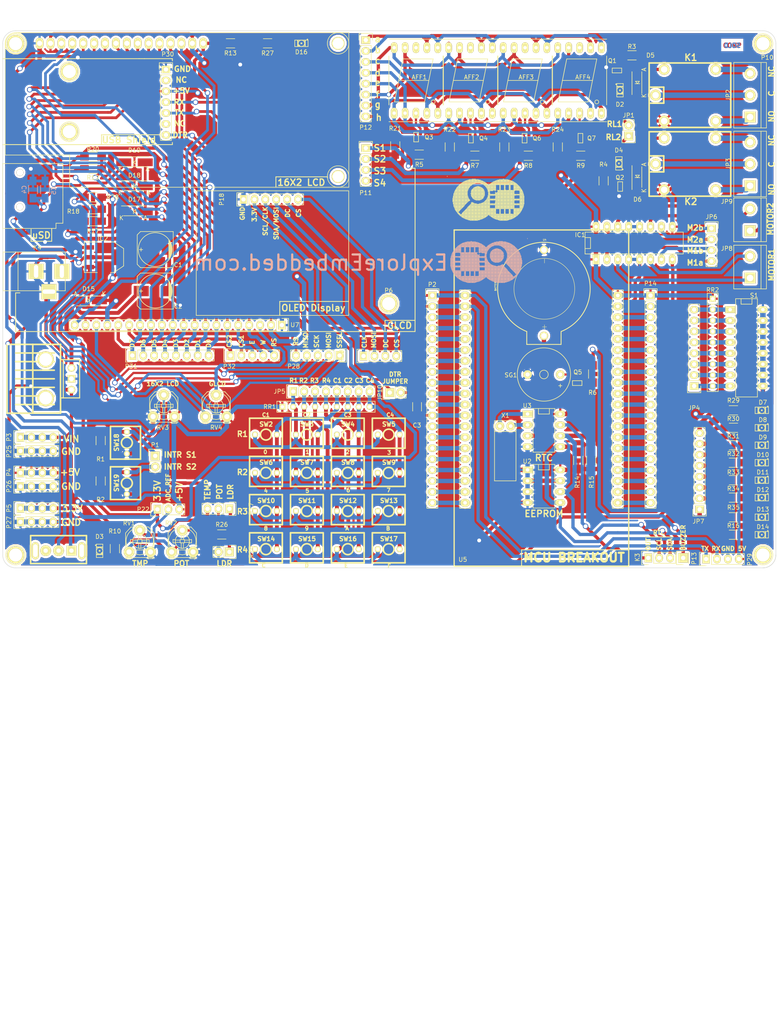
<source format=kicad_pcb>
(kicad_pcb (version 4) (host pcbnew "(2015-01-16 BZR 5376)-product")
  (title_block (company ExploreEmbedded.com))
  (layers (0 F.Cu signal hide) (31 B.Cu signal hide) (34 B.Paste user) (35 F.Paste user) (36 B.SilkS user) (37 F.SilkS user) (38 B.Mask user) (39 F.Mask user) (44 Edge.Cuts user))
  (net 0 "")
  (net 1 /7Segment/SG-5)
  (net 2 /7Segment/SG-4)
  (net 3 "Net-(AFF1-Pad3)")
  (net 4 /7Segment/SG-3)
  (net 5 /7Segment/DP)
  (net 6 /7Segment/SG-2)
  (net 7 /7Segment/SG-1)
  (net 8 "Net-(AFF2-Pad3)")
  (net 9 "Net-(AFF2-Pad8)")
  (net 10 "Net-(AFF3-Pad3)")
  (net 11 "Net-(AFF3-Pad8)")
  (net 12 "Net-(AFF4-Pad3)")
  (net 13 "Net-(AFF4-Pad8)")
  (net 14 9V/12V)
  (net 15 GND)
  (net 16 "Net-(C2-Pad1)")
  (net 17 "Net-(C3-Pad1)")
  (net 18 RST)
  (net 19 3.3V)
  (net 20 +5V)
  (net 21 "Net-(D2-Pad2)")
  (net 22 "Net-(D2-Pad1)")
  (net 23 "Net-(D3-Pad1)")
  (net 24 "Net-(D4-Pad2)")
  (net 25 "Net-(D4-Pad1)")
  (net 26 "Net-(D7-Pad1)")
  (net 27 "Net-(D8-Pad1)")
  (net 28 "Net-(D9-Pad1)")
  (net 29 "Net-(D10-Pad1)")
  (net 30 "Net-(D11-Pad1)")
  (net 31 "Net-(D12-Pad1)")
  (net 32 "Net-(D13-Pad1)")
  (net 33 "Net-(D14-Pad1)")
  (net 34 "Net-(D16-Pad1)")
  (net 35 /ADC/SSEL)
  (net 36 /ADC/MOSI)
  (net 37 /ADC/SCK)
  (net 38 "/Key Pad/M1a")
  (net 39 "/Key Pad/M1c")
  (net 40 "/Key Pad/M1d")
  (net 41 "/Key Pad/M1b")
  (net 42 "/Key Pad/M2b")
  (net 43 "/Key Pad/M2d")
  (net 44 "/Key Pad/M2c")
  (net 45 "/Key Pad/M2a")
  (net 46 "Net-(JP2-Pad1)")
  (net 47 "Net-(JP2-Pad2)")
  (net 48 "Net-(JP2-Pad3)")
  (net 49 "Net-(JP3-Pad1)")
  (net 50 "Net-(JP3-Pad2)")
  (net 51 "Net-(JP3-Pad3)")
  (net 52 "Net-(JP4-Pad1)")
  (net 53 "Net-(JP4-Pad2)")
  (net 54 "Net-(JP4-Pad3)")
  (net 55 "Net-(JP4-Pad4)")
  (net 56 "Net-(JP4-Pad5)")
  (net 57 "Net-(JP4-Pad6)")
  (net 58 "Net-(JP4-Pad7)")
  (net 59 "Net-(JP4-Pad8)")
  (net 60 "Net-(JP5-Pad1)")
  (net 61 "Net-(JP5-Pad2)")
  (net 62 "Net-(JP5-Pad3)")
  (net 63 "Net-(JP5-Pad4)")
  (net 64 "Net-(JP5-Pad5)")
  (net 65 "Net-(JP5-Pad6)")
  (net 66 "Net-(JP5-Pad7)")
  (net 67 "Net-(JP5-Pad8)")
  (net 68 "Net-(JP10-Pad1)")
  (net 69 "/Key Pad/OUT")
  (net 70 "/Key Pad/SCL")
  (net 71 "/Key Pad/SDA")
  (net 72 "Net-(K4-Pad1)")
  (net 73 VO)
  (net 74 RS)
  (net 75 R/W)
  (net 76 E)
  (net 77 DATA0)
  (net 78 DATA1)
  (net 79 DATA2)
  (net 80 DATA3)
  (net 81 DATA4)
  (net 82 DATA5)
  (net 83 DATA6)
  (net 84 DATA7)
  (net 85 LEDK)
  (net 86 /S1)
  (net 87 /S2)
  (net 88 RX)
  (net 89 TX)
  (net 90 "Net-(P6-Pad1)")
  (net 91 "Net-(P7-Pad1)")
  (net 92 "Net-(P8-Pad1)")
  (net 93 "Net-(P9-Pad1)")
  (net 94 "Net-(P10-Pad1)")
  (net 95 "Net-(P11-Pad1)")
  (net 96 "Net-(P11-Pad2)")
  (net 97 "Net-(P11-Pad3)")
  (net 98 "Net-(P11-Pad4)")
  (net 99 /7Segment/SG-6)
  (net 100 /7Segment/SG-7)
  (net 101 "Net-(P13-Pad1)")
  (net 102 "Net-(P14-Pad3)")
  (net 103 "Net-(P14-Pad4)")
  (net 104 "Net-(P14-Pad5)")
  (net 105 "Net-(P14-Pad6)")
  (net 106 "Net-(P14-Pad7)")
  (net 107 "Net-(P14-Pad8)")
  (net 108 "Net-(P14-Pad9)")
  (net 109 "Net-(P14-Pad10)")
  (net 110 /ADC/ADC_REF)
  (net 111 /ADC/IN2)
  (net 112 /ADC/MISO)
  (net 113 /ADC/SD_DETECT)
  (net 114 "Net-(R20-Pad1)")
  (net 115 "Net-(R28-Pad1)")
  (net 116 VO1)
  (net 117 VEE)
  (net 118 "Net-(U3-Pad1)")
  (net 119 "Net-(U3-Pad2)")
  (net 120 "Net-(U3-Pad3)")
  (net 121 CS2)
  (net 122 CS1)
  (net 123 "Net-(Q3-Pad1)")
  (net 124 "Net-(Q4-Pad1)")
  (net 125 "Net-(Q5-Pad2)")
  (net 126 "Net-(Q6-Pad1)")
  (net 127 "Net-(Q7-Pad1)")
  (net 128 "Net-(JP7-Pad1)")
  (net 129 "Net-(JP7-Pad2)")
  (net 130 "Net-(JP7-Pad3)")
  (net 131 "Net-(JP7-Pad4)")
  (net 132 "Net-(JP7-Pad5)")
  (net 133 "Net-(JP7-Pad6)")
  (net 134 "Net-(JP7-Pad7)")
  (net 135 "Net-(JP7-Pad8)")
  (net 136 "Net-(P30-Pad2)")
  (net 137 "Net-(P30-Pad6)")
  (net 138 "Net-(P2-Pad3)")
  (net 139 "Net-(P2-Pad4)")
  (net 140 "Net-(P2-Pad5)")
  (net 141 "Net-(P2-Pad6)")
  (net 142 "Net-(P2-Pad7)")
  (net 143 "Net-(P2-Pad8)")
  (net 144 "Net-(P2-Pad9)")
  (net 145 "Net-(P2-Pad10)")
  (net 146 "Net-(P2-Pad11)")
  (net 147 "Net-(P2-Pad13)")
  (net 148 "Net-(P2-Pad14)")
  (net 149 "Net-(P2-Pad15)")
  (net 150 "Net-(P2-Pad16)")
  (net 151 "Net-(P2-Pad17)")
  (net 152 "Net-(P2-Pad18)")
  (net 153 "Net-(P2-Pad19)")
  (net 154 "Net-(P2-Pad20)")
  (net 155 "Net-(P14-Pad11)")
  (net 156 "Net-(P14-Pad12)")
  (net 157 "Net-(P14-Pad13)")
  (net 158 "Net-(P14-Pad14)")
  (net 159 "Net-(P14-Pad15)")
  (net 160 "Net-(P14-Pad16)")
  (net 161 "Net-(P14-Pad17)")
  (net 162 "Net-(P14-Pad18)")
  (net 163 "Net-(P14-Pad19)")
  (net 164 "Net-(P14-Pad20)")
  (net 165 "Net-(AFF1-Pad8)")
  (net 166 /ADC/POT)
  (net 167 /ADC/TS)
  (net 168 "Net-(P15-Pad1)")
  (net 169 "Net-(P16-Pad1)")
  (net 170 "Net-(P18-Pad3)")
  (net 171 "Net-(P18-Pad4)")
  (net 172 "Net-(P18-Pad5)")
  (net 173 "Net-(P18-Pad6)")
  (net 174 "Net-(D5-Pad1)")
  (net 175 "Net-(D6-Pad1)")
  (net 176 "Net-(Q1-Pad1)")
  (net 177 "Net-(Q2-Pad1)")
  (net 178 "Net-(Q3-Pad3)")
  (net 179 "Net-(Q4-Pad3)")
  (net 180 "Net-(Q5-Pad1)")
  (net 181 "Net-(Q6-Pad3)")
  (net 182 "Net-(Q7-Pad3)")
  (module LEDs:LED-1206 (layer F.Cu) (at 185.438 51.818 270)
    (fp_text reference D4 (at -3.05 0.018 360) (layer F.SilkS))
    (fp_text value RL2 hide)
    (pad 2 smd rect (at 1.41986 0 90) (size 1.59766 1.80086) (layers F.Cu F.Paste F.Mask) (net 24 "Net-(D4-Pad2)"))
    (pad 1 smd rect (at -1.41986 0 90) (size 1.59766 1.80086) (layers F.Cu F.Paste F.Mask) (net 25 "Net-(D4-Pad1)"))
  )
  (module LEDs:LED-1206 (layer F.Cu) (at 185.692 34.8 90)
    (fp_text reference D2 (at -3.3 -0.018 180) (layer F.SilkS))
    (fp_text value RL1 hide)
    (pad 2 smd rect (at 1.41986 0 270) (size 1.59766 1.80086) (layers F.Cu F.Paste F.Mask) (net 21 "Net-(D2-Pad2)"))
    (pad 1 smd rect (at -1.41986 0 270) (size 1.59766 1.80086) (layers F.Cu F.Paste F.Mask) (net 22 "Net-(D2-Pad1)"))
  )
  (module LEDs:LED-1206 (layer F.Cu) (at 111.524 23.878)
    (fp_text reference D16 (at -0.018 2.03) (layer F.SilkS))
    (fp_text value LED hide)
    (pad 2 smd rect (at 1.41986 0 180) (size 1.59766 1.80086) (layers F.Cu F.Paste F.Mask) (net 15 GND))
    (pad 1 smd rect (at -1.41986 0 180) (size 1.59766 1.80086) (layers F.Cu F.Paste F.Mask) (net 34 "Net-(D16-Pad1)"))
  )
  (module LEDs:LED-1206 (layer F.Cu) (at 64.534 141.988 90)
    (fp_text reference D3 (at 3.304 -0.018 180) (layer F.SilkS))
    (fp_text value LED hide)
    (pad 2 smd rect (at 1.41986 0 270) (size 1.59766 1.80086) (layers F.Cu F.Paste F.Mask) (net 15 GND))
    (pad 1 smd rect (at -1.41986 0 270) (size 1.59766 1.80086) (layers F.Cu F.Paste F.Mask) (net 23 "Net-(D3-Pad1)"))
  )
  (module LEDs:LED-1206 (layer F.Cu) (at 218.712 138.244)
    (fp_text reference D14 (at 0.236 -1.846) (layer F.SilkS))
    (fp_text value LED hide)
    (pad 2 smd rect (at 1.41986 0 180) (size 1.59766 1.80086) (layers F.Cu F.Paste F.Mask) (net 15 GND))
    (pad 1 smd rect (at -1.41986 0 180) (size 1.59766 1.80086) (layers F.Cu F.Paste F.Mask) (net 33 "Net-(D14-Pad1)"))
  )
  (module LEDs:LED-1206 (layer F.Cu) (at 218.712 134.18)
    (fp_text reference D13 (at 0.236 -1.846) (layer F.SilkS))
    (fp_text value LED hide)
    (pad 2 smd rect (at 1.41986 0 180) (size 1.59766 1.80086) (layers F.Cu F.Paste F.Mask) (net 15 GND))
    (pad 1 smd rect (at -1.41986 0 180) (size 1.59766 1.80086) (layers F.Cu F.Paste F.Mask) (net 32 "Net-(D13-Pad1)"))
  )
  (module LEDs:LED-1206 (layer F.Cu) (at 218.712 129.608)
    (fp_text reference D12 (at 0.236 -1.846) (layer F.SilkS))
    (fp_text value LED hide)
    (pad 2 smd rect (at 1.41986 0 180) (size 1.59766 1.80086) (layers F.Cu F.Paste F.Mask) (net 15 GND))
    (pad 1 smd rect (at -1.41986 0 180) (size 1.59766 1.80086) (layers F.Cu F.Paste F.Mask) (net 31 "Net-(D12-Pad1)"))
  )
  (module LEDs:LED-1206 (layer F.Cu) (at 218.712 125.544)
    (fp_text reference D11 (at 0.236 -1.846) (layer F.SilkS))
    (fp_text value LED hide)
    (pad 2 smd rect (at 1.41986 0 180) (size 1.59766 1.80086) (layers F.Cu F.Paste F.Mask) (net 15 GND))
    (pad 1 smd rect (at -1.41986 0 180) (size 1.59766 1.80086) (layers F.Cu F.Paste F.Mask) (net 30 "Net-(D11-Pad1)"))
  )
  (module LEDs:LED-1206 (layer F.Cu) (at 218.712 121.48)
    (fp_text reference D10 (at 0.236 -1.846) (layer F.SilkS))
    (fp_text value LED hide)
    (pad 2 smd rect (at 1.41986 0 180) (size 1.59766 1.80086) (layers F.Cu F.Paste F.Mask) (net 15 GND))
    (pad 1 smd rect (at -1.41986 0 180) (size 1.59766 1.80086) (layers F.Cu F.Paste F.Mask) (net 29 "Net-(D10-Pad1)"))
  )
  (module LEDs:LED-1206 (layer F.Cu) (at 218.712 117.416)
    (fp_text reference D9 (at 0.236 -1.846) (layer F.SilkS))
    (fp_text value LED hide)
    (pad 2 smd rect (at 1.41986 0 180) (size 1.59766 1.80086) (layers F.Cu F.Paste F.Mask) (net 15 GND))
    (pad 1 smd rect (at -1.41986 0 180) (size 1.59766 1.80086) (layers F.Cu F.Paste F.Mask) (net 28 "Net-(D9-Pad1)"))
  )
  (module LEDs:LED-1206 (layer F.Cu) (at 218.712 113.352)
    (fp_text reference D8 (at 0.236 -1.846) (layer F.SilkS))
    (fp_text value LED hide)
    (pad 2 smd rect (at 1.41986 0 180) (size 1.59766 1.80086) (layers F.Cu F.Paste F.Mask) (net 15 GND))
    (pad 1 smd rect (at -1.41986 0 180) (size 1.59766 1.80086) (layers F.Cu F.Paste F.Mask) (net 27 "Net-(D8-Pad1)"))
  )
  (module LEDs:LED-1206 (layer F.Cu) (at 218.712 109.288)
    (fp_text reference D7 (at 0.236 -1.846) (layer F.SilkS))
    (fp_text value LED hide)
    (pad 2 smd rect (at 1.41986 0 180) (size 1.59766 1.80086) (layers F.Cu F.Paste F.Mask) (net 15 GND))
    (pad 1 smd rect (at -1.41986 0 180) (size 1.59766 1.80086) (layers F.Cu F.Paste F.Mask) (net 26 "Net-(D7-Pad1)"))
  )
  (module Transistors_SMD:sc70 (layer F.Cu) (at 175.734 102.952 180)
    (fp_text reference Q5 (at -0.127 2.54 180) (layer F.SilkS))
    (fp_text value BC849 hide)
    (pad 1 smd rect (at -0.6604 1.016 180) (size 0.4572 0.7112) (layers F.Cu F.Paste F.Mask) (net 180 "Net-(Q5-Pad1)"))
    (pad 2 smd rect (at 0.6604 1.016 180) (size 0.4572 0.7112) (layers F.Cu F.Paste F.Mask) (net 125 "Net-(Q5-Pad2)"))
    (pad 3 smd rect (at 0 -1.016 180) (size 0.4572 0.7112) (layers F.Cu F.Paste F.Mask) (net 20 +5V))
  )
  (module Transistors_SMD:sc70 (layer F.Cu) (at 185.734 57.202 270)
    (fp_text reference Q2 (at -2.084 0.06 360) (layer F.SilkS))
    (fp_text value BC849 hide)
    (pad 1 smd rect (at -0.6604 1.016 270) (size 0.4572 0.7112) (layers F.Cu F.Paste F.Mask) (net 177 "Net-(Q2-Pad1)"))
    (pad 2 smd rect (at 0.6604 1.016 270) (size 0.4572 0.7112) (layers F.Cu F.Paste F.Mask) (net 15 GND))
    (pad 3 smd rect (at 0 -1.016 270) (size 0.4572 0.7112) (layers F.Cu F.Paste F.Mask) (net 175 "Net-(D6-Pad1)"))
  )
  (module Transistors_SMD:sc70 (layer F.Cu) (at 184.984 30.202 180)
    (fp_text reference Q1 (at 1.088 2.262 360) (layer F.SilkS))
    (fp_text value BC849 hide)
    (pad 1 smd rect (at -0.6604 1.016 180) (size 0.4572 0.7112) (layers F.Cu F.Paste F.Mask) (net 176 "Net-(Q1-Pad1)"))
    (pad 2 smd rect (at 0.6604 1.016 180) (size 0.4572 0.7112) (layers F.Cu F.Paste F.Mask) (net 15 GND))
    (pad 3 smd rect (at 0 -1.016 180) (size 0.4572 0.7112) (layers F.Cu F.Paste F.Mask) (net 174 "Net-(D5-Pad1)"))
  )
  (module Transistors_SMD:sc70 (layer F.Cu) (at 176.484 45.952 90)
    (fp_text reference Q7 (at -0.022 2.586 180) (layer F.SilkS))
    (fp_text value BC849 hide)
    (pad 1 smd rect (at -0.6604 1.016 90) (size 0.4572 0.7112) (layers F.Cu F.Paste F.Mask) (net 127 "Net-(Q7-Pad1)"))
    (pad 2 smd rect (at 0.6604 1.016 90) (size 0.4572 0.7112) (layers F.Cu F.Paste F.Mask) (net 12 "Net-(AFF4-Pad3)"))
    (pad 3 smd rect (at 0 -1.016 90) (size 0.4572 0.7112) (layers F.Cu F.Paste F.Mask) (net 182 "Net-(Q7-Pad3)"))
  )
  (module Transistors_SMD:sc70 (layer F.Cu) (at 163.484 45.952 90)
    (fp_text reference Q6 (at -0.022 2.886 180) (layer F.SilkS))
    (fp_text value BC849 hide)
    (pad 1 smd rect (at -0.6604 1.016 90) (size 0.4572 0.7112) (layers F.Cu F.Paste F.Mask) (net 126 "Net-(Q6-Pad1)"))
    (pad 2 smd rect (at 0.6604 1.016 90) (size 0.4572 0.7112) (layers F.Cu F.Paste F.Mask) (net 10 "Net-(AFF3-Pad3)"))
    (pad 3 smd rect (at 0 -1.016 90) (size 0.4572 0.7112) (layers F.Cu F.Paste F.Mask) (net 181 "Net-(Q6-Pad3)"))
  )
  (module Transistors_SMD:sc70 (layer F.Cu) (at 150.984 45.952 90)
    (fp_text reference Q4 (at -0.022 2.94 180) (layer F.SilkS))
    (fp_text value BC849 hide)
    (pad 1 smd rect (at -0.6604 1.016 90) (size 0.4572 0.7112) (layers F.Cu F.Paste F.Mask) (net 124 "Net-(Q4-Pad1)"))
    (pad 2 smd rect (at 0.6604 1.016 90) (size 0.4572 0.7112) (layers F.Cu F.Paste F.Mask) (net 8 "Net-(AFF2-Pad3)"))
    (pad 3 smd rect (at 0 -1.016 90) (size 0.4572 0.7112) (layers F.Cu F.Paste F.Mask) (net 179 "Net-(Q4-Pad3)"))
  )
  (module Transistors_SMD:sc70 (layer F.Cu) (at 138.234 45.702 90)
    (fp_text reference Q3 (at -0.018 2.99 180) (layer F.SilkS))
    (fp_text value BC849 hide)
    (pad 1 smd rect (at -0.6604 1.016 90) (size 0.4572 0.7112) (layers F.Cu F.Paste F.Mask) (net 123 "Net-(Q3-Pad1)"))
    (pad 2 smd rect (at 0.6604 1.016 90) (size 0.4572 0.7112) (layers F.Cu F.Paste F.Mask) (net 3 "Net-(AFF1-Pad3)"))
    (pad 3 smd rect (at 0 -1.016 90) (size 0.4572 0.7112) (layers F.Cu F.Paste F.Mask) (net 178 "Net-(Q3-Pad3)"))
  )
  (module sw:SPSPT_XL (layer F.Cu) (at 54.984 141.952 180)
    (fp_text reference SW20 hide)
    (fp_text value SPST hide)
    (pad 1 thru_hole rect (at -3 0 180) (size 2.3 2.3) (drill 1.016) (layers *.Cu *.Mask F.SilkS) (net 72 "Net-(K4-Pad1)"))
    (pad 2 thru_hole circle (at 0 0 180) (size 2.5 2.5) (drill 1.016) (layers *.Cu *.Mask F.SilkS) (net 14 9V/12V))
    (pad 3 thru_hole circle (at 3 0 180) (size 2.5 2.5) (drill 1.016) (layers *.Cu *.Mask F.SilkS))
    (pad "" np_thru_hole oval (at 5.40004 0 180) (size 1.651 4) (drill oval 1.016 3) (layers *.Cu *.Mask F.SilkS))
    (pad "" np_thru_hole oval (at -5.40004 0 180) (size 1.651 4) (drill oval 1.016 3) (layers *.Cu *.Mask F.SilkS))
  )
  (module Display:WC1602A (layer F.Cu) (at 50.564 23.878)
    (fp_text reference LCD1 hide)
    (fp_text value LCD_2X16_SIL hide)
    (pad 1 thru_hole oval (at 0 0) (size 1.8 2.6) (drill 1.2) (layers *.Cu *.Mask F.SilkS) (net 15 GND))
    (pad 2 thru_hole oval (at 2.54 0) (size 1.8 2.6) (drill 1.2) (layers *.Cu *.Mask F.SilkS) (net 20 +5V))
    (pad 3 thru_hole oval (at 5.08 0) (size 1.8 2.6) (drill 1.2) (layers *.Cu *.Mask F.SilkS) (net 73 VO))
    (pad 4 thru_hole oval (at 7.62 0) (size 1.8 2.6) (drill 1.2) (layers *.Cu *.Mask F.SilkS) (net 74 RS))
    (pad 5 thru_hole oval (at 10.16 0) (size 1.8 2.6) (drill 1.2) (layers *.Cu *.Mask F.SilkS) (net 75 R/W))
    (pad 6 thru_hole oval (at 12.7 0) (size 1.8 2.6) (drill 1.2) (layers *.Cu *.Mask F.SilkS) (net 76 E))
    (pad 7 thru_hole oval (at 15.24 0) (size 1.8 2.6) (drill 1.2) (layers *.Cu *.Mask F.SilkS) (net 77 DATA0))
    (pad 8 thru_hole oval (at 17.78 0) (size 1.8 2.6) (drill 1.2) (layers *.Cu *.Mask F.SilkS) (net 78 DATA1))
    (pad 9 thru_hole oval (at 20.32 0) (size 1.8 2.6) (drill 1.2) (layers *.Cu *.Mask F.SilkS) (net 79 DATA2))
    (pad 10 thru_hole oval (at 22.86 0) (size 1.8 2.6) (drill 1.2) (layers *.Cu *.Mask F.SilkS) (net 80 DATA3))
    (pad 11 thru_hole oval (at 25.4 0) (size 1.8 2.6) (drill 1.2) (layers *.Cu *.Mask F.SilkS) (net 81 DATA4))
    (pad 12 thru_hole oval (at 27.94 0) (size 1.8 2.6) (drill 1.2) (layers *.Cu *.Mask F.SilkS) (net 82 DATA5))
    (pad 13 thru_hole oval (at 30.48 0) (size 1.8 2.6) (drill 1.2) (layers *.Cu *.Mask F.SilkS) (net 83 DATA6))
    (pad 14 thru_hole oval (at 33.02 0) (size 1.8 2.6) (drill 1.2) (layers *.Cu *.Mask F.SilkS) (net 84 DATA7))
    (pad 15 thru_hole oval (at 35.56 0) (size 1.8 2.6) (drill 1.2) (layers *.Cu *.Mask F.SilkS) (net 20 +5V))
    (pad 16 thru_hole oval (at 38.1 0) (size 1.8 2.6) (drill 1.2) (layers *.Cu *.Mask F.SilkS) (net 85 LEDK))
    (pad 0 thru_hole circle (at -5.4991 0) (size 3 3) (drill 2.5) (layers *.Cu *.Mask F.SilkS))
    (pad 0 thru_hole circle (at 69.49948 31.0007) (size 3 3) (drill 2.5) (layers *.Cu *.Mask F.SilkS))
    (pad 0 thru_hole circle (at 69.49948 0) (size 3 3) (drill 2.5) (layers *.Cu *.Mask F.SilkS))
  )
  (module sw:40pin_breakout (layer F.Cu) (at 167.404 105.412)
    (fp_text reference U5 (at -18.306 38.606) (layer F.SilkS))
    (fp_text value 40PIN_Breakout hide)
    (pad 1 thru_hole oval (at -17.78 -22.86) (size 2.2 1.8) (drill 0.85) (layers *.Cu *.Mask F.SilkS) (net 88 RX))
    (pad 2 thru_hole oval (at -17.78 -20.32) (size 2.2 1.8) (drill 0.85) (layers *.Cu *.Mask F.SilkS) (net 89 TX))
    (pad 3 thru_hole oval (at -17.78 -17.78) (size 2.2 1.8) (drill 0.85) (layers *.Cu *.Mask F.SilkS) (net 138 "Net-(P2-Pad3)"))
    (pad 4 thru_hole oval (at -17.78 -15.24) (size 2.2 1.8) (drill 0.85) (layers *.Cu *.Mask F.SilkS) (net 139 "Net-(P2-Pad4)"))
    (pad 5 thru_hole oval (at -17.78 -12.7) (size 2.2 1.8) (drill 0.85) (layers *.Cu *.Mask F.SilkS) (net 140 "Net-(P2-Pad5)"))
    (pad 6 thru_hole oval (at -17.78 -10.16) (size 2.2 1.8) (drill 0.85) (layers *.Cu *.Mask F.SilkS) (net 141 "Net-(P2-Pad6)"))
    (pad 7 thru_hole oval (at -17.78 -7.62) (size 2.2 1.8) (drill 0.85) (layers *.Cu *.Mask F.SilkS) (net 142 "Net-(P2-Pad7)"))
    (pad 8 thru_hole oval (at -17.78 -5.08) (size 2.2 1.8) (drill 0.85) (layers *.Cu *.Mask F.SilkS) (net 143 "Net-(P2-Pad8)"))
    (pad 9 thru_hole oval (at -17.78 -2.54) (size 2.2 1.8) (drill 0.85) (layers *.Cu *.Mask F.SilkS) (net 144 "Net-(P2-Pad9)"))
    (pad 10 thru_hole oval (at -17.78 0) (size 2.2 1.8) (drill 0.85) (layers *.Cu *.Mask F.SilkS) (net 145 "Net-(P2-Pad10)"))
    (pad 11 thru_hole oval (at -17.78 2.54) (size 2.2 1.8) (drill 0.85) (layers *.Cu *.Mask F.SilkS) (net 146 "Net-(P2-Pad11)"))
    (pad 12 thru_hole oval (at -17.78 5.08) (size 2.2 1.8) (drill 0.85) (layers *.Cu *.Mask F.SilkS) (net 18 RST))
    (pad 13 thru_hole oval (at -17.78 7.62) (size 2.2 1.8) (drill 0.85) (layers *.Cu *.Mask F.SilkS) (net 147 "Net-(P2-Pad13)"))
    (pad 14 thru_hole oval (at -17.78 10.16) (size 2.2 1.8) (drill 0.85) (layers *.Cu *.Mask F.SilkS) (net 148 "Net-(P2-Pad14)"))
    (pad 15 thru_hole oval (at -17.78 12.7) (size 2.2 1.8) (drill 0.85) (layers *.Cu *.Mask F.SilkS) (net 149 "Net-(P2-Pad15)"))
    (pad 16 thru_hole oval (at -17.78 15.24) (size 2.2 1.8) (drill 0.85) (layers *.Cu *.Mask F.SilkS) (net 150 "Net-(P2-Pad16)"))
    (pad 17 thru_hole oval (at -17.78 17.78) (size 2.2 1.8) (drill 0.85) (layers *.Cu *.Mask F.SilkS) (net 151 "Net-(P2-Pad17)"))
    (pad 18 thru_hole oval (at -17.78 20.32) (size 2.2 1.8) (drill 0.85) (layers *.Cu *.Mask F.SilkS) (net 152 "Net-(P2-Pad18)"))
    (pad 19 thru_hole oval (at -17.78 22.86) (size 2.2 1.8) (drill 0.85) (layers *.Cu *.Mask F.SilkS) (net 153 "Net-(P2-Pad19)"))
    (pad 20 thru_hole oval (at -17.78 25.4) (size 2.2 1.8) (drill 0.85) (layers *.Cu *.Mask F.SilkS) (net 154 "Net-(P2-Pad20)"))
    (pad 21 thru_hole oval (at 17.78 25.4) (size 2.2 1.8) (drill 0.85) (layers *.Cu *.Mask F.SilkS) (net 164 "Net-(P14-Pad20)"))
    (pad 22 thru_hole oval (at 17.78 22.86) (size 2.2 1.8) (drill 0.85) (layers *.Cu *.Mask F.SilkS) (net 163 "Net-(P14-Pad19)"))
    (pad 23 thru_hole oval (at 17.78 20.32) (size 2.2 1.8) (drill 0.85) (layers *.Cu *.Mask F.SilkS) (net 162 "Net-(P14-Pad18)"))
    (pad 24 thru_hole oval (at 17.78 17.78) (size 2.2 1.8) (drill 0.85) (layers *.Cu *.Mask F.SilkS) (net 161 "Net-(P14-Pad17)"))
    (pad 25 thru_hole oval (at 17.78 15.24) (size 2.2 1.8) (drill 0.85) (layers *.Cu *.Mask F.SilkS) (net 160 "Net-(P14-Pad16)"))
    (pad 26 thru_hole oval (at 17.78 12.7) (size 2.2 1.8) (drill 0.85) (layers *.Cu *.Mask F.SilkS) (net 159 "Net-(P14-Pad15)"))
    (pad 27 thru_hole oval (at 17.78 10.16) (size 2.2 1.8) (drill 0.85) (layers *.Cu *.Mask F.SilkS) (net 158 "Net-(P14-Pad14)"))
    (pad 28 thru_hole oval (at 17.78 7.62) (size 2.2 1.8) (drill 0.85) (layers *.Cu *.Mask F.SilkS) (net 157 "Net-(P14-Pad13)"))
    (pad 29 thru_hole oval (at 17.78 5.08) (size 2.2 1.8) (drill 0.85) (layers *.Cu *.Mask F.SilkS) (net 156 "Net-(P14-Pad12)"))
    (pad 30 thru_hole oval (at 17.78 2.54) (size 2.2 1.8) (drill 0.85) (layers *.Cu *.Mask F.SilkS) (net 155 "Net-(P14-Pad11)"))
    (pad 31 thru_hole oval (at 17.78 0) (size 2.2 1.8) (drill 0.85) (layers *.Cu *.Mask F.SilkS) (net 109 "Net-(P14-Pad10)"))
    (pad 32 thru_hole oval (at 17.78 -2.54) (size 2.2 1.8) (drill 0.85) (layers *.Cu *.Mask F.SilkS) (net 108 "Net-(P14-Pad9)"))
    (pad 33 thru_hole oval (at 17.78 -5.08) (size 2.2 1.8) (drill 0.85) (layers *.Cu *.Mask F.SilkS) (net 107 "Net-(P14-Pad8)"))
    (pad 34 thru_hole oval (at 17.78 -7.62) (size 2.2 1.8) (drill 0.85) (layers *.Cu *.Mask F.SilkS) (net 106 "Net-(P14-Pad7)"))
    (pad 35 thru_hole oval (at 17.78 -10.16) (size 2.2 1.8) (drill 0.85) (layers *.Cu *.Mask F.SilkS) (net 105 "Net-(P14-Pad6)"))
    (pad 36 thru_hole oval (at 17.78 -12.7) (size 2.2 1.8) (drill 0.85) (layers *.Cu *.Mask F.SilkS) (net 104 "Net-(P14-Pad5)"))
    (pad 37 thru_hole oval (at 17.78 -15.24) (size 2.2 1.8) (drill 0.85) (layers *.Cu *.Mask F.SilkS) (net 103 "Net-(P14-Pad4)"))
    (pad 38 thru_hole oval (at 17.78 -17.78) (size 2.2 1.8) (drill 0.85) (layers *.Cu *.Mask F.SilkS) (net 102 "Net-(P14-Pad3)"))
    (pad 39 thru_hole oval (at 17.78 -20.32) (size 2.2 1.8) (drill 0.85) (layers *.Cu *.Mask F.SilkS) (net 15 GND))
    (pad 40 thru_hole oval (at 17.78 -22.86) (size 2.2 1.8) (drill 0.85) (layers *.Cu *.Mask F.SilkS) (net 20 +5V))
  )
  (module Diodes_SMD:Diode-SMA_Handsoldering (layer F.Cu) (at 61.984 83.702 180)
    (fp_text reference D15 (at 0.008 2.676 180) (layer F.SilkS))
    (fp_text value DIODE hide)
    (fp_text user K (at -3.556 1.524 180) (layer F.SilkS))
    (fp_text user A (at 3.048 1.524 180) (layer F.SilkS))
    (pad 2 smd rect (at -2.49936 0 180) (size 3.50012 1.80086) (layers F.Cu F.Paste F.Mask) (net 20 +5V))
    (pad 1 smd rect (at 2.49936 0 180) (size 3.50012 1.80086) (layers F.Cu F.Paste F.Mask) (net 16 "Net-(C2-Pad1)"))
  )
  (module Diodes_SMD:Diode-SMA_Handsoldering (layer F.Cu) (at 189.756 54.866 90)
    (fp_text reference D6 (at -5.336 0.018 180) (layer F.SilkS))
    (fp_text value 1N40XX hide)
    (fp_text user K (at -3.302 1.524 90) (layer F.SilkS))
    (fp_text user A (at 2.794 1.524 90) (layer F.SilkS))
    (pad 2 smd rect (at -2.49936 0 90) (size 3.50012 1.80086) (layers F.Cu F.Paste F.Mask) (net 20 +5V))
    (pad 1 smd rect (at 2.49936 0 90) (size 3.50012 1.80086) (layers F.Cu F.Paste F.Mask) (net 175 "Net-(D6-Pad1)"))
  )
  (module Diodes_SMD:Diode-SMA_Handsoldering (layer F.Cu) (at 189.756 33.022 90)
    (fp_text reference D5 (at 6.352 3.03 180) (layer F.SilkS))
    (fp_text value 1N40XX hide)
    (fp_text user K (at -3.048 1.524 90) (layer F.SilkS))
    (fp_text user A (at 3.048 1.524 90) (layer F.SilkS))
    (pad 2 smd rect (at -2.49936 0 90) (size 3.50012 1.80086) (layers F.Cu F.Paste F.Mask) (net 20 +5V))
    (pad 1 smd rect (at 2.49936 0 90) (size 3.50012 1.80086) (layers F.Cu F.Paste F.Mask) (net 174 "Net-(D5-Pad1)"))
  )
  (module Diodes_SMD:Diode-SMA_Handsoldering (layer F.Cu) (at 72.662 62.994)
    (fp_text reference D17 (at -0.018 -2.796) (layer F.SilkS))
    (fp_text value ZENER hide)
    (fp_text user K (at -3.048 1.524) (layer F.SilkS))
    (fp_text user A (at 2.54 1.524) (layer F.SilkS))
    (pad 2 smd rect (at -2.49936 0) (size 3.50012 1.80086) (layers F.Cu F.Paste F.Mask) (net 35 /ADC/SSEL))
    (pad 1 smd rect (at 2.49936 0) (size 3.50012 1.80086) (layers F.Cu F.Paste F.Mask) (net 15 GND))
  )
  (module Diodes_SMD:Diode-SMA_Handsoldering (layer F.Cu) (at 72.662 57.152)
    (fp_text reference D18 (at -0.018 -2.542) (layer F.SilkS))
    (fp_text value ZENER hide)
    (fp_text user K (at -3.302 1.524) (layer F.SilkS))
    (fp_text user A (at 3.302 1.524) (layer F.SilkS))
    (pad 2 smd rect (at -2.49936 0) (size 3.50012 1.80086) (layers F.Cu F.Paste F.Mask) (net 36 /ADC/MOSI))
    (pad 1 smd rect (at 2.49936 0) (size 3.50012 1.80086) (layers F.Cu F.Paste F.Mask) (net 15 GND))
  )
  (module Diodes_SMD:Diode-SMA_Handsoldering (layer F.Cu) (at 72.662 51.564)
    (fp_text reference D19 (at -0.018 -2.796) (layer F.SilkS))
    (fp_text value ZENER hide)
    (fp_text user K (at -3.302 1.524) (layer F.SilkS))
    (fp_text user A (at 3.048 1.524) (layer F.SilkS))
    (pad 2 smd rect (at -2.49936 0) (size 3.50012 1.80086) (layers F.Cu F.Paste F.Mask) (net 37 /ADC/SCK))
    (pad 1 smd rect (at 2.49936 0) (size 3.50012 1.80086) (layers F.Cu F.Paste F.Mask) (net 15 GND))
  )
  (module Pin_Headers:Pin_Header_Straight_1x20 (layer F.Cu) (at 106.984 89.452 270)
    (fp_text reference U7 (at -0.044 -2.998 360) (layer F.SilkS))
    (fp_text value LCD-jhd12864e-xl hide)
    (pad 1 thru_hole rect (at 0 0 270) (size 2.032 1.7272) (drill 1.016) (layers *.Cu *.Mask F.SilkS) (net 15 GND))
    (pad 2 thru_hole oval (at 0 2.54 270) (size 2.032 1.7272) (drill 1.016) (layers *.Cu *.Mask F.SilkS) (net 20 +5V))
    (pad 3 thru_hole oval (at 0 5.08 270) (size 2.032 1.7272) (drill 1.016) (layers *.Cu *.Mask F.SilkS) (net 116 VO1))
    (pad 4 thru_hole oval (at 0 7.62 270) (size 2.032 1.7272) (drill 1.016) (layers *.Cu *.Mask F.SilkS) (net 74 RS))
    (pad 5 thru_hole oval (at 0 10.16 270) (size 2.032 1.7272) (drill 1.016) (layers *.Cu *.Mask F.SilkS) (net 75 R/W))
    (pad 6 thru_hole oval (at 0 12.7 270) (size 2.032 1.7272) (drill 1.016) (layers *.Cu *.Mask F.SilkS) (net 76 E))
    (pad 7 thru_hole oval (at 0 15.24 270) (size 2.032 1.7272) (drill 1.016) (layers *.Cu *.Mask F.SilkS) (net 77 DATA0))
    (pad 8 thru_hole oval (at 0 17.78 270) (size 2.032 1.7272) (drill 1.016) (layers *.Cu *.Mask F.SilkS) (net 78 DATA1))
    (pad 9 thru_hole oval (at 0 20.32 270) (size 2.032 1.7272) (drill 1.016) (layers *.Cu *.Mask F.SilkS) (net 79 DATA2))
    (pad 10 thru_hole oval (at 0 22.86 270) (size 2.032 1.7272) (drill 1.016) (layers *.Cu *.Mask F.SilkS) (net 80 DATA3))
    (pad 11 thru_hole oval (at 0 25.4 270) (size 2.032 1.7272) (drill 1.016) (layers *.Cu *.Mask F.SilkS) (net 81 DATA4))
    (pad 12 thru_hole oval (at 0 27.94 270) (size 2.032 1.7272) (drill 1.016) (layers *.Cu *.Mask F.SilkS) (net 82 DATA5))
    (pad 13 thru_hole oval (at 0 30.48 270) (size 2.032 1.7272) (drill 1.016) (layers *.Cu *.Mask F.SilkS) (net 83 DATA6))
    (pad 14 thru_hole oval (at 0 33.02 270) (size 2.032 1.7272) (drill 1.016) (layers *.Cu *.Mask F.SilkS) (net 84 DATA7))
    (pad 15 thru_hole oval (at 0 35.56 270) (size 2.032 1.7272) (drill 1.016) (layers *.Cu *.Mask F.SilkS) (net 122 CS1))
    (pad 16 thru_hole oval (at 0 38.1 270) (size 2.032 1.7272) (drill 1.016) (layers *.Cu *.Mask F.SilkS) (net 121 CS2))
    (pad 17 thru_hole oval (at 0 40.64 270) (size 2.032 1.7272) (drill 1.016) (layers *.Cu *.Mask F.SilkS) (net 20 +5V))
    (pad 18 thru_hole oval (at 0 43.18 270) (size 2.032 1.7272) (drill 1.016) (layers *.Cu *.Mask F.SilkS) (net 117 VEE))
    (pad 19 thru_hole oval (at 0 45.72 270) (size 2.032 1.7272) (drill 1.016) (layers *.Cu *.Mask F.SilkS) (net 20 +5V))
    (pad 20 thru_hole oval (at 0 48.26 270) (size 2.032 1.7272) (drill 1.016) (layers *.Cu *.Mask F.SilkS) (net 85 LEDK))
  )
  (module Pin_Headers:Pin_Header_Straight_1x06 (layer F.Cu) (at 98.044 60.198 90)
    (fp_text reference P18 (at 0 -5.1 90) (layer F.SilkS))
    (fp_text value CONN_01X06 hide)
    (pad 1 thru_hole rect (at 0 0 90) (size 2.032 1.7272) (drill 1.016) (layers *.Cu *.Mask F.SilkS) (net 15 GND))
    (pad 2 thru_hole oval (at 0 2.54 90) (size 2.032 1.7272) (drill 1.016) (layers *.Cu *.Mask F.SilkS) (net 19 3.3V))
    (pad 3 thru_hole oval (at 0 5.08 90) (size 2.032 1.7272) (drill 1.016) (layers *.Cu *.Mask F.SilkS) (net 170 "Net-(P18-Pad3)"))
    (pad 4 thru_hole oval (at 0 7.62 90) (size 2.032 1.7272) (drill 1.016) (layers *.Cu *.Mask F.SilkS) (net 171 "Net-(P18-Pad4)"))
    (pad 5 thru_hole oval (at 0 10.16 90) (size 2.032 1.7272) (drill 1.016) (layers *.Cu *.Mask F.SilkS) (net 172 "Net-(P18-Pad5)"))
    (pad 6 thru_hole oval (at 0 12.7 90) (size 2.032 1.7272) (drill 1.016) (layers *.Cu *.Mask F.SilkS) (net 173 "Net-(P18-Pad6)"))
  )
  (module Capacitors_SMD:c_elec_8x10.5 (layer F.Cu) (at 77.488 71.884 180)
    (fp_text reference C1 (at -5.316 -3.554 180) (layer F.SilkS))
    (fp_text value "100uF, 25V" hide)
    (pad 1 smd rect (at 3.2512 0 180) (size 3.50012 2.4003) (layers F.Cu F.Paste F.Mask) (net 14 9V/12V))
    (pad 2 smd rect (at -3.2512 0 180) (size 3.50012 2.4003) (layers F.Cu F.Paste F.Mask) (net 15 GND))
  )
  (module Capacitors_SMD:c_elec_8x10.5 (layer F.Cu) (at 77.488 81.536 180)
    (fp_text reference C2 (at -5.316 -3.554 180) (layer F.SilkS))
    (fp_text value 100uF,25V hide)
    (pad 1 smd rect (at 3.2512 0 180) (size 3.50012 2.4003) (layers F.Cu F.Paste F.Mask) (net 16 "Net-(C2-Pad1)"))
    (pad 2 smd rect (at -3.2512 0 180) (size 3.50012 2.4003) (layers F.Cu F.Paste F.Mask) (net 15 GND))
  )
  (module Capacitors_SMD:C_1206_HandSoldering (layer F.Cu) (at 138.448 108.46 270)
    (fp_text reference C3 (at 4.316 0.018 360) (layer F.SilkS))
    (fp_text value 0.1uf hide)
    (pad 1 smd rect (at -2 0 270) (size 2 1.6) (layers F.Cu F.Paste F.Mask) (net 17 "Net-(C3-Pad1)"))
    (pad 2 smd rect (at 2 0 270) (size 2 1.6) (layers F.Cu F.Paste F.Mask) (net 18 RST))
  )
  (module Capacitors_SMD:C_1206_HandSoldering (layer B.Cu) (at 49.04 57.914 90)
    (fp_text reference C4 (at 0.002 -2.05 90) (layer B.SilkS) (effects (justify mirror)))
    (fp_text value 100nF hide)
    (pad 1 smd rect (at -2 0 90) (size 2 1.6) (layers B.Cu B.Paste B.Mask) (net 19 3.3V))
    (pad 2 smd rect (at 2 0 90) (size 2 1.6) (layers B.Cu B.Paste B.Mask) (net 15 GND))
  )
  (module Capacitors_SMD:C_1206_HandSoldering (layer B.Cu) (at 51.834 57.914 90)
    (fp_text reference C5 (at -0.252 2.014 90) (layer B.SilkS) (effects (justify mirror)))
    (fp_text value 10uF hide)
    (pad 1 smd rect (at -2 0 90) (size 2 1.6) (layers B.Cu B.Paste B.Mask) (net 19 3.3V))
    (pad 2 smd rect (at 2 0 90) (size 2 1.6) (layers B.Cu B.Paste B.Mask) (net 15 GND))
  )
  (module Sockets_DIP:DIP-16__300_ELL (layer F.Cu) (at 188.994 70.36)
    (fp_text reference IC1 (at -12.591 -1.907) (layer F.SilkS))
    (fp_text value L293D hide)
    (pad 1 thru_hole rect (at -8.89 3.81) (size 1.5748 2.286) (drill 0.8128) (layers *.Cu *.Mask F.SilkS) (net 20 +5V))
    (pad 2 thru_hole oval (at -6.35 3.81) (size 1.5748 2.286) (drill 0.8128) (layers *.Cu *.Mask F.SilkS) (net 38 "/Key Pad/M1a"))
    (pad 3 thru_hole oval (at -3.81 3.81) (size 1.5748 2.286) (drill 0.8128) (layers *.Cu *.Mask F.SilkS) (net 39 "/Key Pad/M1c"))
    (pad 4 thru_hole oval (at -1.27 3.81) (size 1.5748 2.286) (drill 0.8128) (layers *.Cu *.Mask F.SilkS) (net 15 GND))
    (pad 5 thru_hole oval (at 1.27 3.81) (size 1.5748 2.286) (drill 0.8128) (layers *.Cu *.Mask F.SilkS) (net 15 GND))
    (pad 6 thru_hole oval (at 3.81 3.81) (size 1.5748 2.286) (drill 0.8128) (layers *.Cu *.Mask F.SilkS) (net 40 "/Key Pad/M1d"))
    (pad 7 thru_hole oval (at 6.35 3.81) (size 1.5748 2.286) (drill 0.8128) (layers *.Cu *.Mask F.SilkS) (net 41 "/Key Pad/M1b"))
    (pad 8 thru_hole oval (at 8.89 3.81) (size 1.5748 2.286) (drill 0.8128) (layers *.Cu *.Mask F.SilkS) (net 14 9V/12V))
    (pad 9 thru_hole oval (at 8.89 -3.81) (size 1.5748 2.286) (drill 0.8128) (layers *.Cu *.Mask F.SilkS) (net 20 +5V))
    (pad 10 thru_hole oval (at 6.35 -3.81) (size 1.5748 2.286) (drill 0.8128) (layers *.Cu *.Mask F.SilkS) (net 42 "/Key Pad/M2b"))
    (pad 11 thru_hole oval (at 3.81 -3.81) (size 1.5748 2.286) (drill 0.8128) (layers *.Cu *.Mask F.SilkS) (net 43 "/Key Pad/M2d"))
    (pad 12 thru_hole oval (at 1.27 -3.81) (size 1.5748 2.286) (drill 0.8128) (layers *.Cu *.Mask F.SilkS) (net 15 GND))
    (pad 13 thru_hole oval (at -1.27 -3.81) (size 1.5748 2.286) (drill 0.8128) (layers *.Cu *.Mask F.SilkS) (net 15 GND))
    (pad 14 thru_hole oval (at -3.81 -3.81) (size 1.5748 2.286) (drill 0.8128) (layers *.Cu *.Mask F.SilkS) (net 44 "/Key Pad/M2c"))
    (pad 15 thru_hole oval (at -6.35 -3.81) (size 1.5748 2.286) (drill 0.8128) (layers *.Cu *.Mask F.SilkS) (net 45 "/Key Pad/M2a"))
    (pad 16 thru_hole oval (at -8.89 -3.81) (size 1.5748 2.286) (drill 0.8128) (layers *.Cu *.Mask F.SilkS) (net 20 +5V))
  )
  (module SMD_Packages:SOT-223 (layer F.Cu) (at 65.55 73.662 270)
    (fp_text reference IC2 (at -4.32 0.272 360) (layer F.SilkS))
    (fp_text value LM1117 hide)
    (pad 4 smd rect (at 0 -3.302 270) (size 3.6576 2.032) (layers F.Cu F.Paste F.Mask) (net 19 3.3V))
    (pad 2 smd rect (at 0 3.302 270) (size 1.016 2.032) (layers F.Cu F.Paste F.Mask) (net 19 3.3V))
    (pad 3 smd rect (at 2.286 3.302 270) (size 1.016 2.032) (layers F.Cu F.Paste F.Mask) (net 20 +5V))
    (pad 1 smd rect (at -2.286 3.302 270) (size 1.016 2.032) (layers F.Cu F.Paste F.Mask) (net 15 GND))
  )
  (module Connect:bornier3 (layer F.Cu) (at 215.984 35.952 90)
    (fp_text reference JP2 (at 0 -5.08 90) (layer F.SilkS))
    (fp_text value M03-SCREW-5MM hide)
    (pad 1 thru_hole rect (at -5.08 0 90) (size 2.54 2.54) (drill 1.524) (layers *.Cu *.Mask F.SilkS) (net 46 "Net-(JP2-Pad1)"))
    (pad 2 thru_hole circle (at 0 0 90) (size 2.54 2.54) (drill 1.524) (layers *.Cu *.Mask F.SilkS) (net 47 "Net-(JP2-Pad2)"))
    (pad 3 thru_hole circle (at 5.08 0 90) (size 2.54 2.54) (drill 1.524) (layers *.Cu *.Mask F.SilkS) (net 48 "Net-(JP2-Pad3)"))
  )
  (module Connect:bornier3 (layer F.Cu) (at 215.984 51.952 90)
    (fp_text reference JP3 (at 0 -5.08 90) (layer F.SilkS))
    (fp_text value M03-SCREW-5MM hide)
    (pad 1 thru_hole rect (at -5.08 0 90) (size 2.54 2.54) (drill 1.524) (layers *.Cu *.Mask F.SilkS) (net 49 "Net-(JP3-Pad1)"))
    (pad 2 thru_hole circle (at 0 0 90) (size 2.54 2.54) (drill 1.524) (layers *.Cu *.Mask F.SilkS) (net 50 "Net-(JP3-Pad2)"))
    (pad 3 thru_hole circle (at 5.08 0 90) (size 2.54 2.54) (drill 1.524) (layers *.Cu *.Mask F.SilkS) (net 51 "Net-(JP3-Pad3)"))
  )
  (module Pin_Headers:Pin_Header_Straight_1x08 (layer F.Cu) (at 202.964 103.634 180)
    (fp_text reference JP4 (at 0 -5.1 180) (layer F.SilkS))
    (fp_text value SWITCH_ARRAY hide)
    (pad 1 thru_hole rect (at 0 0 180) (size 2.032 1.7272) (drill 1.016) (layers *.Cu *.Mask F.SilkS) (net 52 "Net-(JP4-Pad1)"))
    (pad 2 thru_hole oval (at 0 2.54 180) (size 2.032 1.7272) (drill 1.016) (layers *.Cu *.Mask F.SilkS) (net 53 "Net-(JP4-Pad2)"))
    (pad 3 thru_hole oval (at 0 5.08 180) (size 2.032 1.7272) (drill 1.016) (layers *.Cu *.Mask F.SilkS) (net 54 "Net-(JP4-Pad3)"))
    (pad 4 thru_hole oval (at 0 7.62 180) (size 2.032 1.7272) (drill 1.016) (layers *.Cu *.Mask F.SilkS) (net 55 "Net-(JP4-Pad4)"))
    (pad 5 thru_hole oval (at 0 10.16 180) (size 2.032 1.7272) (drill 1.016) (layers *.Cu *.Mask F.SilkS) (net 56 "Net-(JP4-Pad5)"))
    (pad 6 thru_hole oval (at 0 12.7 180) (size 2.032 1.7272) (drill 1.016) (layers *.Cu *.Mask F.SilkS) (net 57 "Net-(JP4-Pad6)"))
    (pad 7 thru_hole oval (at 0 15.24 180) (size 2.032 1.7272) (drill 1.016) (layers *.Cu *.Mask F.SilkS) (net 58 "Net-(JP4-Pad7)"))
    (pad 8 thru_hole oval (at 0 17.78 180) (size 2.032 1.7272) (drill 1.016) (layers *.Cu *.Mask F.SilkS) (net 59 "Net-(JP4-Pad8)"))
  )
  (module Pin_Headers:Pin_Header_Straight_1x08 (layer F.Cu) (at 109.619 104.904 90)
    (fp_text reference JP5 (at 0.002 -3.193 180) (layer F.SilkS))
    (fp_text value "MATRIX 4X4" hide)
    (pad 1 thru_hole rect (at 0 0 90) (size 2.032 1.7272) (drill 1.016) (layers *.Cu *.Mask F.SilkS) (net 60 "Net-(JP5-Pad1)"))
    (pad 2 thru_hole oval (at 0 2.54 90) (size 2.032 1.7272) (drill 1.016) (layers *.Cu *.Mask F.SilkS) (net 61 "Net-(JP5-Pad2)"))
    (pad 3 thru_hole oval (at 0 5.08 90) (size 2.032 1.7272) (drill 1.016) (layers *.Cu *.Mask F.SilkS) (net 62 "Net-(JP5-Pad3)"))
    (pad 4 thru_hole oval (at 0 7.62 90) (size 2.032 1.7272) (drill 1.016) (layers *.Cu *.Mask F.SilkS) (net 63 "Net-(JP5-Pad4)"))
    (pad 5 thru_hole oval (at 0 10.16 90) (size 2.032 1.7272) (drill 1.016) (layers *.Cu *.Mask F.SilkS) (net 64 "Net-(JP5-Pad5)"))
    (pad 6 thru_hole oval (at 0 12.7 90) (size 2.032 1.7272) (drill 1.016) (layers *.Cu *.Mask F.SilkS) (net 65 "Net-(JP5-Pad6)"))
    (pad 7 thru_hole oval (at 0 15.24 90) (size 2.032 1.7272) (drill 1.016) (layers *.Cu *.Mask F.SilkS) (net 66 "Net-(JP5-Pad7)"))
    (pad 8 thru_hole oval (at 0 17.78 90) (size 2.032 1.7272) (drill 1.016) (layers *.Cu *.Mask F.SilkS) (net 67 "Net-(JP5-Pad8)"))
  )
  (module Pin_Headers:Pin_Header_Straight_1x04 (layer F.Cu) (at 206.984 66.952)
    (fp_text reference JP6 (at 0.026 -2.69) (layer F.SilkS))
    (fp_text value "MOTAR CNTRL" hide)
    (pad 1 thru_hole rect (at 0 0) (size 2.032 1.7272) (drill 1.016) (layers *.Cu *.Mask F.SilkS) (net 42 "/Key Pad/M2b"))
    (pad 2 thru_hole oval (at 0 2.54) (size 2.032 1.7272) (drill 1.016) (layers *.Cu *.Mask F.SilkS) (net 45 "/Key Pad/M2a"))
    (pad 3 thru_hole oval (at 0 5.08) (size 2.032 1.7272) (drill 1.016) (layers *.Cu *.Mask F.SilkS) (net 41 "/Key Pad/M1b"))
    (pad 4 thru_hole oval (at 0 7.62) (size 2.032 1.7272) (drill 1.016) (layers *.Cu *.Mask F.SilkS) (net 38 "/Key Pad/M1a"))
  )
  (module Pin_Headers:Pin_Header_Straight_1x08 (layer F.Cu) (at 204.234 132.336 180)
    (fp_text reference JP7 (at 0.272 -2.792 180) (layer F.SilkS))
    (fp_text value "led array" hide)
    (pad 1 thru_hole rect (at 0 0 180) (size 2.032 1.7272) (drill 1.016) (layers *.Cu *.Mask F.SilkS) (net 128 "Net-(JP7-Pad1)"))
    (pad 2 thru_hole oval (at 0 2.54 180) (size 2.032 1.7272) (drill 1.016) (layers *.Cu *.Mask F.SilkS) (net 129 "Net-(JP7-Pad2)"))
    (pad 3 thru_hole oval (at 0 5.08 180) (size 2.032 1.7272) (drill 1.016) (layers *.Cu *.Mask F.SilkS) (net 130 "Net-(JP7-Pad3)"))
    (pad 4 thru_hole oval (at 0 7.62 180) (size 2.032 1.7272) (drill 1.016) (layers *.Cu *.Mask F.SilkS) (net 131 "Net-(JP7-Pad4)"))
    (pad 5 thru_hole oval (at 0 10.16 180) (size 2.032 1.7272) (drill 1.016) (layers *.Cu *.Mask F.SilkS) (net 132 "Net-(JP7-Pad5)"))
    (pad 6 thru_hole oval (at 0 12.7 180) (size 2.032 1.7272) (drill 1.016) (layers *.Cu *.Mask F.SilkS) (net 133 "Net-(JP7-Pad6)"))
    (pad 7 thru_hole oval (at 0 15.24 180) (size 2.032 1.7272) (drill 1.016) (layers *.Cu *.Mask F.SilkS) (net 134 "Net-(JP7-Pad7)"))
    (pad 8 thru_hole oval (at 0 17.78 180) (size 2.032 1.7272) (drill 1.016) (layers *.Cu *.Mask F.SilkS) (net 135 "Net-(JP7-Pad8)"))
  )
  (module Connect:bornier2 (layer F.Cu) (at 215.984 75.952 90)
    (fp_text reference JP8 (at 4.324 -5.418 180) (layer F.SilkS))
    (fp_text value m1 hide)
    (pad 1 thru_hole rect (at -2.54 0 90) (size 2.54 2.54) (drill 1.524) (layers *.Cu *.Mask F.SilkS) (net 39 "/Key Pad/M1c"))
    (pad 2 thru_hole circle (at 2.54 0 90) (size 2.54 2.54) (drill 1.524) (layers *.Cu *.Mask F.SilkS) (net 40 "/Key Pad/M1d"))
  )
  (module Connect:bornier2 (layer F.Cu) (at 215.984 64.952 90)
    (fp_text reference JP9 (at 4.246 -5.418 180) (layer F.SilkS))
    (fp_text value m1 hide)
    (pad 1 thru_hole rect (at -2.54 0 90) (size 2.54 2.54) (drill 1.524) (layers *.Cu *.Mask F.SilkS) (net 44 "/Key Pad/M2c"))
    (pad 2 thru_hole circle (at 2.54 0 90) (size 2.54 2.54) (drill 1.524) (layers *.Cu *.Mask F.SilkS) (net 43 "/Key Pad/M2d"))
  )
  (module Pin_Headers:Pin_Header_Straight_1x03 (layer F.Cu) (at 192.278 143.637 90)
    (fp_text reference K3 (at 0.127 -2.54 90) (layer F.SilkS))
    (fp_text value I2C hide)
    (pad 1 thru_hole rect (at 0 0 90) (size 2.032 1.7272) (drill 1.016) (layers *.Cu *.Mask F.SilkS) (net 69 "/Key Pad/OUT"))
    (pad 2 thru_hole oval (at 0 2.54 90) (size 2.032 1.7272) (drill 1.016) (layers *.Cu *.Mask F.SilkS) (net 70 "/Key Pad/SCL"))
    (pad 3 thru_hole oval (at 0 5.08 90) (size 2.032 1.7272) (drill 1.016) (layers *.Cu *.Mask F.SilkS) (net 71 "/Key Pad/SDA"))
  )
  (module Connect:BARREL_JACK (layer F.Cu) (at 49.548 76.964)
    (fp_text reference K4 (at 0.49 -5.59 180) (layer F.SilkS))
    (fp_text value CONN_3 hide)
    (pad 1 thru_hole rect (at 6.20014 0) (size 3.50012 3.50012) (drill oval 1.00076 2.99974) (layers *.Cu *.Mask F.SilkS) (net 72 "Net-(K4-Pad1)"))
    (pad 2 thru_hole rect (at 0.20066 0) (size 3.50012 3.50012) (drill oval 1.00076 2.99974) (layers *.Cu *.Mask F.SilkS) (net 15 GND))
    (pad 3 thru_hole rect (at 3.2004 4.699) (size 3.50012 3.50012) (drill oval 2.99974 1.00076) (layers *.Cu *.Mask F.SilkS) (net 15 GND))
  )
  (module Pin_Headers:Pin_Header_Straight_1x04 (layer F.Cu) (at 46.119 115.572 90)
    (fp_text reference P3 (at 0.002 -2.685 90) (layer F.SilkS))
    (fp_text value CONN_01X04 hide)
    (pad 1 thru_hole rect (at 0 0 90) (size 2.032 1.7272) (drill 1.016) (layers *.Cu *.Mask F.SilkS) (net 14 9V/12V))
    (pad 2 thru_hole oval (at 0 2.54 90) (size 2.032 1.7272) (drill 1.016) (layers *.Cu *.Mask F.SilkS) (net 14 9V/12V))
    (pad 3 thru_hole oval (at 0 5.08 90) (size 2.032 1.7272) (drill 1.016) (layers *.Cu *.Mask F.SilkS) (net 14 9V/12V))
    (pad 4 thru_hole oval (at 0 7.62 90) (size 2.032 1.7272) (drill 1.016) (layers *.Cu *.Mask F.SilkS) (net 14 9V/12V))
  )
  (module Pin_Headers:Pin_Header_Straight_1x04 (layer F.Cu) (at 46.119 123.827 90)
    (fp_text reference P4 (at 0.129 -2.685 90) (layer F.SilkS))
    (fp_text value CONN_01X04 hide)
    (pad 1 thru_hole rect (at 0 0 90) (size 2.032 1.7272) (drill 1.016) (layers *.Cu *.Mask F.SilkS) (net 20 +5V))
    (pad 2 thru_hole oval (at 0 2.54 90) (size 2.032 1.7272) (drill 1.016) (layers *.Cu *.Mask F.SilkS) (net 20 +5V))
    (pad 3 thru_hole oval (at 0 5.08 90) (size 2.032 1.7272) (drill 1.016) (layers *.Cu *.Mask F.SilkS) (net 20 +5V))
    (pad 4 thru_hole oval (at 0 7.62 90) (size 2.032 1.7272) (drill 1.016) (layers *.Cu *.Mask F.SilkS) (net 20 +5V))
  )
  (module Pin_Headers:Pin_Header_Straight_1x04 (layer F.Cu) (at 46.119 132.082 90)
    (fp_text reference P5 (at 0.002 -2.685 90) (layer F.SilkS))
    (fp_text value CONN_01X04 hide)
    (pad 1 thru_hole rect (at 0 0 90) (size 2.032 1.7272) (drill 1.016) (layers *.Cu *.Mask F.SilkS) (net 19 3.3V))
    (pad 2 thru_hole oval (at 0 2.54 90) (size 2.032 1.7272) (drill 1.016) (layers *.Cu *.Mask F.SilkS) (net 19 3.3V))
    (pad 3 thru_hole oval (at 0 5.08 90) (size 2.032 1.7272) (drill 1.016) (layers *.Cu *.Mask F.SilkS) (net 19 3.3V))
    (pad 4 thru_hole oval (at 0 7.62 90) (size 2.032 1.7272) (drill 1.016) (layers *.Cu *.Mask F.SilkS) (net 19 3.3V))
  )
  (module Connect:1pin (layer F.Cu) (at 131.844 84.457)
    (fp_text reference P6 (at 0 -3.048) (layer F.SilkS))
    (fp_text value CONN_1 hide)
    (pad 1 thru_hole circle (at 0 0) (size 4.064 4.064) (drill 3.048) (layers *.Cu *.Mask F.SilkS) (net 90 "Net-(P6-Pad1)"))
  )
  (module Connect:1pin (layer F.Cu) (at 44.984 23.952)
    (fp_text reference P7 hide)
    (fp_text value CONN_1 hide)
    (pad 1 thru_hole circle (at 0 0) (size 4.064 4.064) (drill 3.048) (layers *.Cu *.Mask F.SilkS) (net 91 "Net-(P7-Pad1)"))
  )
  (module Connect:1pin (layer F.Cu) (at 218.984 142.952)
    (fp_text reference P8 hide)
    (fp_text value CONN_1 hide)
    (pad 1 thru_hole circle (at 0 0) (size 4.064 4.064) (drill 3.048) (layers *.Cu *.Mask F.SilkS) (net 92 "Net-(P8-Pad1)"))
  )
  (module Connect:1pin (layer F.Cu) (at 44.984 142.952)
    (fp_text reference P9 hide)
    (fp_text value CONN_1 hide)
    (pad 1 thru_hole circle (at 0 0) (size 4.064 4.064) (drill 3.048) (layers *.Cu *.Mask F.SilkS) (net 93 "Net-(P9-Pad1)"))
  )
  (module Connect:1pin (layer F.Cu) (at 218.984 23.952)
    (fp_text reference P10 (at 0.98 3.226) (layer F.SilkS))
    (fp_text value CONN_1 hide)
    (pad 1 thru_hole circle (at 0 0) (size 4.064 4.064) (drill 3.048) (layers *.Cu *.Mask F.SilkS) (net 94 "Net-(P10-Pad1)"))
  )
  (module Pin_Headers:Pin_Header_Straight_1x04 (layer F.Cu) (at 126.51 48.262)
    (fp_text reference P11 (at -0.018 10.412) (layer F.SilkS))
    (fp_text value CONN_4 hide)
    (pad 1 thru_hole rect (at 0 0) (size 2.032 1.7272) (drill 1.016) (layers *.Cu *.Mask F.SilkS) (net 95 "Net-(P11-Pad1)"))
    (pad 2 thru_hole oval (at 0 2.54) (size 2.032 1.7272) (drill 1.016) (layers *.Cu *.Mask F.SilkS) (net 96 "Net-(P11-Pad2)"))
    (pad 3 thru_hole oval (at 0 5.08) (size 2.032 1.7272) (drill 1.016) (layers *.Cu *.Mask F.SilkS) (net 97 "Net-(P11-Pad3)"))
    (pad 4 thru_hole oval (at 0 7.62) (size 2.032 1.7272) (drill 1.016) (layers *.Cu *.Mask F.SilkS) (net 98 "Net-(P11-Pad4)"))
  )
  (module Pin_Headers:Pin_Header_Straight_1x08 (layer F.Cu) (at 126.51 23.116)
    (fp_text reference P12 (at -0.018 20.318) (layer F.SilkS))
    (fp_text value CONN_8 hide)
    (pad 1 thru_hole rect (at 0 0) (size 2.032 1.7272) (drill 1.016) (layers *.Cu *.Mask F.SilkS) (net 7 /7Segment/SG-1))
    (pad 2 thru_hole oval (at 0 2.54) (size 2.032 1.7272) (drill 1.016) (layers *.Cu *.Mask F.SilkS) (net 6 /7Segment/SG-2))
    (pad 3 thru_hole oval (at 0 5.08) (size 2.032 1.7272) (drill 1.016) (layers *.Cu *.Mask F.SilkS) (net 4 /7Segment/SG-3))
    (pad 4 thru_hole oval (at 0 7.62) (size 2.032 1.7272) (drill 1.016) (layers *.Cu *.Mask F.SilkS) (net 2 /7Segment/SG-4))
    (pad 5 thru_hole oval (at 0 10.16) (size 2.032 1.7272) (drill 1.016) (layers *.Cu *.Mask F.SilkS) (net 1 /7Segment/SG-5))
    (pad 6 thru_hole oval (at 0 12.7) (size 2.032 1.7272) (drill 1.016) (layers *.Cu *.Mask F.SilkS) (net 99 /7Segment/SG-6))
    (pad 7 thru_hole oval (at 0 15.24) (size 2.032 1.7272) (drill 1.016) (layers *.Cu *.Mask F.SilkS) (net 100 /7Segment/SG-7))
    (pad 8 thru_hole oval (at 0 17.78) (size 2.032 1.7272) (drill 1.016) (layers *.Cu *.Mask F.SilkS) (net 5 /7Segment/DP))
  )
  (module Pin_Headers:Pin_Header_Straight_1x01 (layer F.Cu) (at 200.406 143.637 90)
    (fp_text reference P13 (at -0.127 2.54 90) (layer F.SilkS))
    (fp_text value CONN_1 hide)
    (pad 1 thru_hole rect (at 0 0 90) (size 2.2352 2.2352) (drill 1.016) (layers *.Cu *.Mask F.SilkS) (net 101 "Net-(P13-Pad1)"))
  )
  (module Pin_Headers:Pin_Header_Straight_1x03 (layer F.Cu) (at 77.996 132.336 90)
    (fp_text reference P22 (at 0.002 -3.32 180) (layer F.SilkS))
    (fp_text value CONN_01X03 hide)
    (pad 1 thru_hole rect (at 0 0 90) (size 2.032 1.7272) (drill 1.016) (layers *.Cu *.Mask F.SilkS) (net 19 3.3V))
    (pad 2 thru_hole oval (at 0 2.54 90) (size 2.032 1.7272) (drill 1.016) (layers *.Cu *.Mask F.SilkS) (net 110 /ADC/ADC_REF))
    (pad 3 thru_hole oval (at 0 5.08 90) (size 2.032 1.7272) (drill 1.016) (layers *.Cu *.Mask F.SilkS) (net 20 +5V))
  )
  (module Pin_Headers:Pin_Header_Straight_1x04 (layer F.Cu) (at 46.119 118.747 90)
    (fp_text reference P25 (at -0.125 -2.685 90) (layer F.SilkS))
    (fp_text value CONN_01X04 hide)
    (pad 1 thru_hole rect (at 0 0 90) (size 2.032 1.7272) (drill 1.016) (layers *.Cu *.Mask F.SilkS) (net 15 GND))
    (pad 2 thru_hole oval (at 0 2.54 90) (size 2.032 1.7272) (drill 1.016) (layers *.Cu *.Mask F.SilkS) (net 15 GND))
    (pad 3 thru_hole oval (at 0 5.08 90) (size 2.032 1.7272) (drill 1.016) (layers *.Cu *.Mask F.SilkS) (net 15 GND))
    (pad 4 thru_hole oval (at 0 7.62 90) (size 2.032 1.7272) (drill 1.016) (layers *.Cu *.Mask F.SilkS) (net 15 GND))
  )
  (module Pin_Headers:Pin_Header_Straight_1x04 (layer F.Cu) (at 46.119 127.002 90)
    (fp_text reference P26 (at 0.002 -2.685 90) (layer F.SilkS))
    (fp_text value CONN_01X04 hide)
    (pad 1 thru_hole rect (at 0 0 90) (size 2.032 1.7272) (drill 1.016) (layers *.Cu *.Mask F.SilkS) (net 15 GND))
    (pad 2 thru_hole oval (at 0 2.54 90) (size 2.032 1.7272) (drill 1.016) (layers *.Cu *.Mask F.SilkS) (net 15 GND))
    (pad 3 thru_hole oval (at 0 5.08 90) (size 2.032 1.7272) (drill 1.016) (layers *.Cu *.Mask F.SilkS) (net 15 GND))
    (pad 4 thru_hole oval (at 0 7.62 90) (size 2.032 1.7272) (drill 1.016) (layers *.Cu *.Mask F.SilkS) (net 15 GND))
  )
  (module Pin_Headers:Pin_Header_Straight_1x04 (layer F.Cu) (at 46.119 135.257 90)
    (fp_text reference P27 (at -0.125 -2.685 90) (layer F.SilkS))
    (fp_text value CONN_01X04 hide)
    (pad 1 thru_hole rect (at 0 0 90) (size 2.032 1.7272) (drill 1.016) (layers *.Cu *.Mask F.SilkS) (net 15 GND))
    (pad 2 thru_hole oval (at 0 2.54 90) (size 2.032 1.7272) (drill 1.016) (layers *.Cu *.Mask F.SilkS) (net 15 GND))
    (pad 3 thru_hole oval (at 0 5.08 90) (size 2.032 1.7272) (drill 1.016) (layers *.Cu *.Mask F.SilkS) (net 15 GND))
    (pad 4 thru_hole oval (at 0 7.62 90) (size 2.032 1.7272) (drill 1.016) (layers *.Cu *.Mask F.SilkS) (net 15 GND))
  )
  (module Pin_Headers:Pin_Header_Straight_1x05 (layer F.Cu) (at 120.414 96.522 270)
    (fp_text reference P28 (at 2.538 10.686 360) (layer F.SilkS))
    (fp_text value CONN_01X05 hide)
    (pad 1 thru_hole rect (at 0 0 270) (size 2.032 1.7272) (drill 1.016) (layers *.Cu *.Mask F.SilkS) (net 35 /ADC/SSEL))
    (pad 2 thru_hole oval (at 0 2.54 270) (size 2.032 1.7272) (drill 1.016) (layers *.Cu *.Mask F.SilkS) (net 36 /ADC/MOSI))
    (pad 3 thru_hole oval (at 0 5.08 270) (size 2.032 1.7272) (drill 1.016) (layers *.Cu *.Mask F.SilkS) (net 37 /ADC/SCK))
    (pad 4 thru_hole oval (at 0 7.62 270) (size 2.032 1.7272) (drill 1.016) (layers *.Cu *.Mask F.SilkS) (net 112 /ADC/MISO))
    (pad 5 thru_hole oval (at 0 10.16 270) (size 2.032 1.7272) (drill 1.016) (layers *.Cu *.Mask F.SilkS) (net 113 /ADC/SD_DETECT))
  )
  (module Pin_Headers:Pin_Header_Straight_1x04 (layer F.Cu) (at 205.74 143.891 90)
    (fp_text reference P29 (at -0.127 10.16 90) (layer F.SilkS))
    (fp_text value CONN_01X04 hide)
    (pad 1 thru_hole rect (at 0 0 90) (size 2.032 1.7272) (drill 1.016) (layers *.Cu *.Mask F.SilkS) (net 89 TX))
    (pad 2 thru_hole oval (at 0 2.54 90) (size 2.032 1.7272) (drill 1.016) (layers *.Cu *.Mask F.SilkS) (net 88 RX))
    (pad 3 thru_hole oval (at 0 5.08 90) (size 2.032 1.7272) (drill 1.016) (layers *.Cu *.Mask F.SilkS) (net 15 GND))
    (pad 4 thru_hole oval (at 0 7.62 90) (size 2.032 1.7272) (drill 1.016) (layers *.Cu *.Mask F.SilkS) (net 20 +5V))
  )
  (module Resistors_SMD:R_1206_HandSoldering (layer F.Cu) (at 64.788 116.334 90)
    (fp_text reference R1 (at -4.316 -0.018 360) (layer F.SilkS))
    (fp_text value 10k hide)
    (pad 1 smd rect (at -2 0 90) (size 2 1.7) (layers F.Cu F.Paste F.Mask) (net 20 +5V))
    (pad 2 smd rect (at 2 0 90) (size 2 1.7) (layers F.Cu F.Paste F.Mask) (net 86 /S1))
  )
  (module Resistors_SMD:R_1206_HandSoldering (layer F.Cu) (at 64.788 125.732 90)
    (fp_text reference R2 (at -4.316 -0.018 180) (layer F.SilkS))
    (fp_text value 10k hide)
    (pad 1 smd rect (at -2 0 90) (size 2 1.7) (layers F.Cu F.Paste F.Mask) (net 20 +5V))
    (pad 2 smd rect (at 2 0 90) (size 2 1.7) (layers F.Cu F.Paste F.Mask) (net 87 /S2))
  )
  (module Resistors_SMD:R_1206_HandSoldering (layer F.Cu) (at 188.486 26.672 180)
    (fp_text reference R3 (at 0.018 2.034 180) (layer F.SilkS))
    (fp_text value 1K hide)
    (pad 1 smd rect (at -2 0 180) (size 2 1.7) (layers F.Cu F.Paste F.Mask) (net 21 "Net-(D2-Pad2)"))
    (pad 2 smd rect (at 2 0 180) (size 2 1.7) (layers F.Cu F.Paste F.Mask) (net 176 "Net-(Q1-Pad1)"))
  )
  (module Resistors_SMD:R_1206_HandSoldering (layer F.Cu) (at 181.882 55.882 270)
    (fp_text reference R4 (at -3.812 0.018 360) (layer F.SilkS))
    (fp_text value 1K hide)
    (pad 1 smd rect (at -2 0 270) (size 2 1.7) (layers F.Cu F.Paste F.Mask) (net 24 "Net-(D4-Pad2)"))
    (pad 2 smd rect (at 2 0 270) (size 2 1.7) (layers F.Cu F.Paste F.Mask) (net 177 "Net-(Q2-Pad1)"))
  )
  (module Resistors_SMD:R_1206_HandSoldering (layer F.Cu) (at 138.956 49.786 180)
    (fp_text reference R5 (at 0 -2.3 180) (layer F.SilkS))
    (fp_text value 1K hide)
    (pad 1 smd rect (at -2 0 180) (size 2 1.7) (layers F.Cu F.Paste F.Mask) (net 123 "Net-(Q3-Pad1)"))
    (pad 2 smd rect (at 2 0 180) (size 2 1.7) (layers F.Cu F.Paste F.Mask) (net 95 "Net-(P11-Pad1)"))
  )
  (module Resistors_SMD:R_1206_HandSoldering (layer F.Cu) (at 179.451 100.838 270)
    (fp_text reference R6 (at 4.318 0.127 360) (layer F.SilkS))
    (fp_text value 1K hide)
    (pad 1 smd rect (at -2 0 270) (size 2 1.7) (layers F.Cu F.Paste F.Mask) (net 101 "Net-(P13-Pad1)"))
    (pad 2 smd rect (at 2 0 270) (size 2 1.7) (layers F.Cu F.Paste F.Mask) (net 180 "Net-(Q5-Pad1)"))
  )
  (module Resistors_SMD:R_1206_HandSoldering (layer F.Cu) (at 151.91 50.04 180)
    (fp_text reference R7 (at 0 -2.3 180) (layer F.SilkS))
    (fp_text value 1K hide)
    (pad 1 smd rect (at -2 0 180) (size 2 1.7) (layers F.Cu F.Paste F.Mask) (net 124 "Net-(Q4-Pad1)"))
    (pad 2 smd rect (at 2 0 180) (size 2 1.7) (layers F.Cu F.Paste F.Mask) (net 96 "Net-(P11-Pad2)"))
  )
  (module Resistors_SMD:R_1206_HandSoldering (layer F.Cu) (at 164.356 50.04 180)
    (fp_text reference R8 (at 0 -2.3 180) (layer F.SilkS))
    (fp_text value 1K hide)
    (pad 1 smd rect (at -2 0 180) (size 2 1.7) (layers F.Cu F.Paste F.Mask) (net 126 "Net-(Q6-Pad1)"))
    (pad 2 smd rect (at 2 0 180) (size 2 1.7) (layers F.Cu F.Paste F.Mask) (net 97 "Net-(P11-Pad3)"))
  )
  (module Resistors_SMD:R_1206_HandSoldering (layer F.Cu) (at 176.548 50.04 180)
    (fp_text reference R9 (at 0 -2.3 180) (layer F.SilkS))
    (fp_text value 1K hide)
    (pad 1 smd rect (at -2 0 180) (size 2 1.7) (layers F.Cu F.Paste F.Mask) (net 127 "Net-(Q7-Pad1)"))
    (pad 2 smd rect (at 2 0 180) (size 2 1.7) (layers F.Cu F.Paste F.Mask) (net 98 "Net-(P11-Pad4)"))
  )
  (module Resistors_SMD:R_1206_HandSoldering (layer F.Cu) (at 68.09 141.48 90)
    (fp_text reference R10 (at 4.066 -0.018 180) (layer F.SilkS))
    (fp_text value 10K hide)
    (pad 1 smd rect (at -2 0 90) (size 2 1.7) (layers F.Cu F.Paste F.Mask) (net 23 "Net-(D3-Pad1)"))
    (pad 2 smd rect (at 2 0 90) (size 2 1.7) (layers F.Cu F.Paste F.Mask) (net 14 9V/12V))
  )
  (module Resistors_SMD:R_1206_HandSoldering (layer F.Cu) (at 95.014 23.878)
    (fp_text reference R13 (at -0.018 2.284) (layer F.SilkS))
    (fp_text value 2.2k hide)
    (pad 1 smd rect (at -2 0) (size 2 1.7) (layers F.Cu F.Paste F.Mask) (net 85 LEDK))
    (pad 2 smd rect (at 2 0) (size 2 1.7) (layers F.Cu F.Paste F.Mask) (net 15 GND))
  )
  (module Resistors_SMD:R_1206_HandSoldering (layer F.Cu) (at 175.984 120.952 90)
    (fp_text reference R14 (at -5.032 -0.216 90) (layer F.SilkS))
    (fp_text value 3.3k hide)
    (pad 1 smd rect (at -2 0 90) (size 2 1.7) (layers F.Cu F.Paste F.Mask) (net 20 +5V))
    (pad 2 smd rect (at 2 0 90) (size 2 1.7) (layers F.Cu F.Paste F.Mask) (net 71 "/Key Pad/SDA"))
  )
  (module Resistors_SMD:R_1206_HandSoldering (layer F.Cu) (at 178.984 120.952 90)
    (fp_text reference R15 (at -5.032 0.086 90) (layer F.SilkS))
    (fp_text value 3.3K hide)
    (pad 1 smd rect (at -2 0 90) (size 2 1.7) (layers F.Cu F.Paste F.Mask) (net 20 +5V))
    (pad 2 smd rect (at 2 0 90) (size 2 1.7) (layers F.Cu F.Paste F.Mask) (net 70 "/Key Pad/SCL"))
  )
  (module Resistors_SMD:R_1206_HandSoldering (layer F.Cu) (at 212.108 138.244)
    (fp_text reference R16 (at -0.018 -2.1) (layer F.SilkS))
    (fp_text value 470 hide)
    (pad 1 smd rect (at -2 0) (size 2 1.7) (layers F.Cu F.Paste F.Mask) (net 128 "Net-(JP7-Pad1)"))
    (pad 2 smd rect (at 2 0) (size 2 1.7) (layers F.Cu F.Paste F.Mask) (net 33 "Net-(D14-Pad1)"))
  )
  (module Resistors_SMD:R_1206_HandSoldering (layer F.Cu) (at 63.01 65.28 180)
    (fp_text reference R17 (at 0 -2.3 180) (layer F.SilkS))
    (fp_text value 10k hide)
    (pad 1 smd rect (at -2 0 180) (size 2 1.7) (layers F.Cu F.Paste F.Mask) (net 19 3.3V))
    (pad 2 smd rect (at 2 0 180) (size 2 1.7) (layers F.Cu F.Paste F.Mask) (net 35 /ADC/SSEL))
  )
  (module Resistors_SMD:R_1206_HandSoldering (layer F.Cu) (at 63.01 59.692 180)
    (fp_text reference R18 (at 4.59 -3.3 180) (layer F.SilkS))
    (fp_text value 10k hide)
    (pad 1 smd rect (at -2 0 180) (size 2 1.7) (layers F.Cu F.Paste F.Mask) (net 19 3.3V))
    (pad 2 smd rect (at 2 0 180) (size 2 1.7) (layers F.Cu F.Paste F.Mask) (net 36 /ADC/MOSI))
  )
  (module Resistors_SMD:R_1206_HandSoldering (layer F.Cu) (at 63.01 50.294 180)
    (fp_text reference R19 (at 0.018 -4.824 180) (layer F.SilkS))
    (fp_text value 1K hide)
    (pad 1 smd rect (at -2 0 180) (size 2 1.7) (layers F.Cu F.Paste F.Mask) (net 19 3.3V))
    (pad 2 smd rect (at 2 0 180) (size 2 1.7) (layers F.Cu F.Paste F.Mask) (net 113 /ADC/SD_DETECT))
  )
  (module Resistors_SMD:R_1206_HandSoldering (layer F.Cu) (at 63.01 53.088)
    (fp_text reference R20 (at -0.018 -4.574) (layer F.SilkS))
    (fp_text value 33K hide)
    (pad 1 smd rect (at -2 0) (size 2 1.7) (layers F.Cu F.Paste F.Mask) (net 114 "Net-(R20-Pad1)"))
    (pad 2 smd rect (at 2 0) (size 2 1.7) (layers F.Cu F.Paste F.Mask) (net 19 3.3V))
  )
  (module Resistors_SMD:R_1206_HandSoldering (layer F.Cu) (at 133.368 47.754 270)
    (fp_text reference R21 (at -4.066 0.018 360) (layer F.SilkS))
    (fp_text value 68 hide)
    (pad 1 smd rect (at -2 0 270) (size 2 1.7) (layers F.Cu F.Paste F.Mask) (net 178 "Net-(Q3-Pad3)"))
    (pad 2 smd rect (at 2 0 270) (size 2 1.7) (layers F.Cu F.Paste F.Mask) (net 20 +5V))
  )
  (module Resistors_SMD:R_1206_HandSoldering (layer F.Cu) (at 146.068 48.008 270)
    (fp_text reference R22 (at -4.066 0.018 360) (layer F.SilkS))
    (fp_text value 68 hide)
    (pad 1 smd rect (at -2 0 270) (size 2 1.7) (layers F.Cu F.Paste F.Mask) (net 179 "Net-(Q4-Pad3)"))
    (pad 2 smd rect (at 2 0 270) (size 2 1.7) (layers F.Cu F.Paste F.Mask) (net 20 +5V))
  )
  (module Resistors_SMD:R_1206_HandSoldering (layer F.Cu) (at 158.768 48.008 270)
    (fp_text reference R23 (at -4.066 0.018 360) (layer F.SilkS))
    (fp_text value 68 hide)
    (pad 1 smd rect (at -2 0 270) (size 2 1.7) (layers F.Cu F.Paste F.Mask) (net 181 "Net-(Q6-Pad3)"))
    (pad 2 smd rect (at 2 0 270) (size 2 1.7) (layers F.Cu F.Paste F.Mask) (net 20 +5V))
  )
  (module Resistors_SMD:R_1206_HandSoldering (layer F.Cu) (at 171.214 48.008 270)
    (fp_text reference R24 (at -4.066 0.018 360) (layer F.SilkS))
    (fp_text value 68 hide)
    (pad 1 smd rect (at -2 0 270) (size 2 1.7) (layers F.Cu F.Paste F.Mask) (net 182 "Net-(Q7-Pad3)"))
    (pad 2 smd rect (at 2 0 270) (size 2 1.7) (layers F.Cu F.Paste F.Mask) (net 20 +5V))
  )
  (module Resistors_SMD:R_1206_HandSoldering (layer F.Cu) (at 92.982 138.178)
    (fp_text reference R26 (at 0 -2.3) (layer F.SilkS))
    (fp_text value 10k hide)
    (pad 1 smd rect (at -2 0) (size 2 1.7) (layers F.Cu F.Paste F.Mask) (net 110 /ADC/ADC_REF))
    (pad 2 smd rect (at 2 0) (size 2 1.7) (layers F.Cu F.Paste F.Mask) (net 111 /ADC/IN2))
  )
  (module Resistors_SMD:R_1206_HandSoldering (layer F.Cu) (at 103.65 23.878 180)
    (fp_text reference R27 (at 0 -2.3 180) (layer F.SilkS))
    (fp_text value 470 hide)
    (pad 1 smd rect (at -2 0 180) (size 2 1.7) (layers F.Cu F.Paste F.Mask) (net 34 "Net-(D16-Pad1)"))
    (pad 2 smd rect (at 2 0 180) (size 2 1.7) (layers F.Cu F.Paste F.Mask) (net 20 +5V))
  )
  (module Resistors_SMD:R_1206_HandSoldering (layer F.Cu) (at 63.01 62.486)
    (fp_text reference R28 (at 4.554 -2.796) (layer F.SilkS))
    (fp_text value 33K hide)
    (pad 1 smd rect (at -2 0) (size 2 1.7) (layers F.Cu F.Paste F.Mask) (net 115 "Net-(R28-Pad1)"))
    (pad 2 smd rect (at 2 0) (size 2 1.7) (layers F.Cu F.Paste F.Mask) (net 19 3.3V))
  )
  (module Resistors_SMD:R_1206_HandSoldering (layer F.Cu) (at 212.108 109.288)
    (fp_text reference R29 (at 0 -2.3) (layer F.SilkS))
    (fp_text value 470 hide)
    (pad 1 smd rect (at -2 0) (size 2 1.7) (layers F.Cu F.Paste F.Mask) (net 135 "Net-(JP7-Pad8)"))
    (pad 2 smd rect (at 2 0) (size 2 1.7) (layers F.Cu F.Paste F.Mask) (net 26 "Net-(D7-Pad1)"))
  )
  (module Resistors_SMD:R_1206_HandSoldering (layer F.Cu) (at 212.108 113.352)
    (fp_text reference R30 (at -0.018 -2.1) (layer F.SilkS))
    (fp_text value 470 hide)
    (pad 1 smd rect (at -2 0) (size 2 1.7) (layers F.Cu F.Paste F.Mask) (net 134 "Net-(JP7-Pad7)"))
    (pad 2 smd rect (at 2 0) (size 2 1.7) (layers F.Cu F.Paste F.Mask) (net 27 "Net-(D8-Pad1)"))
  )
  (module Resistors_SMD:R_1206_HandSoldering (layer F.Cu) (at 212.108 117.416)
    (fp_text reference R31 (at -0.018 -2.1) (layer F.SilkS))
    (fp_text value 470 hide)
    (pad 1 smd rect (at -2 0) (size 2 1.7) (layers F.Cu F.Paste F.Mask) (net 133 "Net-(JP7-Pad6)"))
    (pad 2 smd rect (at 2 0) (size 2 1.7) (layers F.Cu F.Paste F.Mask) (net 28 "Net-(D9-Pad1)"))
  )
  (module Resistors_SMD:R_1206_HandSoldering (layer F.Cu) (at 212.108 121.48)
    (fp_text reference R32 (at -0.018 -2.1) (layer F.SilkS))
    (fp_text value 470 hide)
    (pad 1 smd rect (at -2 0) (size 2 1.7) (layers F.Cu F.Paste F.Mask) (net 132 "Net-(JP7-Pad5)"))
    (pad 2 smd rect (at 2 0) (size 2 1.7) (layers F.Cu F.Paste F.Mask) (net 29 "Net-(D10-Pad1)"))
  )
  (module Resistors_SMD:R_1206_HandSoldering (layer F.Cu) (at 212.108 125.544)
    (fp_text reference R33 (at -0.018 -1.846) (layer F.SilkS))
    (fp_text value 470 hide)
    (pad 1 smd rect (at -2 0) (size 2 1.7) (layers F.Cu F.Paste F.Mask) (net 131 "Net-(JP7-Pad4)"))
    (pad 2 smd rect (at 2 0) (size 2 1.7) (layers F.Cu F.Paste F.Mask) (net 30 "Net-(D11-Pad1)"))
  )
  (module Resistors_SMD:R_1206_HandSoldering (layer F.Cu) (at 212.108 129.608)
    (fp_text reference R34 (at -0.018 -2.1) (layer F.SilkS))
    (fp_text value 470 hide)
    (pad 1 smd rect (at -2 0) (size 2 1.7) (layers F.Cu F.Paste F.Mask) (net 130 "Net-(JP7-Pad3)"))
    (pad 2 smd rect (at 2 0) (size 2 1.7) (layers F.Cu F.Paste F.Mask) (net 31 "Net-(D12-Pad1)"))
  )
  (module Resistors_SMD:R_1206_HandSoldering (layer F.Cu) (at 212.108 134.18)
    (fp_text reference R35 (at 0 -2.3) (layer F.SilkS))
    (fp_text value 470 hide)
    (pad 1 smd rect (at -2 0) (size 2 1.7) (layers F.Cu F.Paste F.Mask) (net 129 "Net-(JP7-Pad2)"))
    (pad 2 smd rect (at 2 0) (size 2 1.7) (layers F.Cu F.Paste F.Mask) (net 32 "Net-(D13-Pad1)"))
  )
  (module Discret:r_pack8 (layer F.Cu) (at 117.239 108.46)
    (fp_text reference RR1 (at -13.099 -0.002) (layer F.SilkS))
    (fp_text value RR8 hide)
    (pad 1 thru_hole rect (at -10.16 0) (size 1.397 1.397) (drill 0.8128) (layers *.Cu *.Mask F.SilkS) (net 20 +5V))
    (pad 2 thru_hole circle (at -7.62 0) (size 1.397 1.397) (drill 0.8128) (layers *.Cu *.Mask F.SilkS) (net 60 "Net-(JP5-Pad1)"))
    (pad 3 thru_hole circle (at -5.08 0) (size 1.397 1.397) (drill 0.8128) (layers *.Cu *.Mask F.SilkS) (net 61 "Net-(JP5-Pad2)"))
    (pad 4 thru_hole circle (at -2.54 0) (size 1.397 1.397) (drill 0.8128) (layers *.Cu *.Mask F.SilkS) (net 62 "Net-(JP5-Pad3)"))
    (pad 5 thru_hole circle (at 0 0) (size 1.397 1.397) (drill 0.8128) (layers *.Cu *.Mask F.SilkS) (net 63 "Net-(JP5-Pad4)"))
    (pad 6 thru_hole circle (at 2.54 0) (size 1.397 1.397) (drill 0.8128) (layers *.Cu *.Mask F.SilkS) (net 64 "Net-(JP5-Pad5)"))
    (pad 7 thru_hole circle (at 5.08 0) (size 1.397 1.397) (drill 0.8128) (layers *.Cu *.Mask F.SilkS) (net 65 "Net-(JP5-Pad6)"))
    (pad 8 thru_hole circle (at 7.62 0) (size 1.397 1.397) (drill 0.8128) (layers *.Cu *.Mask F.SilkS) (net 66 "Net-(JP5-Pad7)"))
    (pad 9 thru_hole circle (at 10.16 0) (size 1.397 1.397) (drill 0.8128) (layers *.Cu *.Mask F.SilkS) (net 67 "Net-(JP5-Pad8)"))
  )
  (module Discret:r_pack8 (layer F.Cu) (at 207.282 93.474 270)
    (fp_text reference RR2 (at -12.194 0.018 360) (layer F.SilkS))
    (fp_text value RR8 hide)
    (pad 1 thru_hole rect (at -10.16 0 270) (size 1.397 1.397) (drill 0.8128) (layers *.Cu *.Mask F.SilkS) (net 20 +5V))
    (pad 2 thru_hole circle (at -7.62 0 270) (size 1.397 1.397) (drill 0.8128) (layers *.Cu *.Mask F.SilkS) (net 59 "Net-(JP4-Pad8)"))
    (pad 3 thru_hole circle (at -5.08 0 270) (size 1.397 1.397) (drill 0.8128) (layers *.Cu *.Mask F.SilkS) (net 58 "Net-(JP4-Pad7)"))
    (pad 4 thru_hole circle (at -2.54 0 270) (size 1.397 1.397) (drill 0.8128) (layers *.Cu *.Mask F.SilkS) (net 57 "Net-(JP4-Pad6)"))
    (pad 5 thru_hole circle (at 0 0 270) (size 1.397 1.397) (drill 0.8128) (layers *.Cu *.Mask F.SilkS) (net 56 "Net-(JP4-Pad5)"))
    (pad 6 thru_hole circle (at 2.54 0 270) (size 1.397 1.397) (drill 0.8128) (layers *.Cu *.Mask F.SilkS) (net 55 "Net-(JP4-Pad4)"))
    (pad 7 thru_hole circle (at 5.08 0 270) (size 1.397 1.397) (drill 0.8128) (layers *.Cu *.Mask F.SilkS) (net 54 "Net-(JP4-Pad3)"))
    (pad 8 thru_hole circle (at 7.62 0 270) (size 1.397 1.397) (drill 0.8128) (layers *.Cu *.Mask F.SilkS) (net 53 "Net-(JP4-Pad2)"))
    (pad 9 thru_hole circle (at 10.16 0 270) (size 1.397 1.397) (drill 0.8128) (layers *.Cu *.Mask F.SilkS) (net 52 "Net-(JP4-Pad1)"))
  )
  (module Potentiometers:Potentiometer_Triwood_RM-065 (layer F.Cu) (at 71.392 142.242)
    (fp_text reference RV1 (at -0.008 -6.69) (layer F.SilkS))
    (fp_text value TS hide)
    (pad 2 thru_hole circle (at 2.49936 -5.03936) (size 2.49936 2.49936) (drill 1.19888) (layers *.Cu *.Mask F.SilkS) (net 167 /ADC/TS))
    (pad 3 thru_hole circle (at 4.99872 0) (size 2.49936 2.49936) (drill 1.19888) (layers *.Cu *.Mask F.SilkS) (net 15 GND))
    (pad 1 thru_hole circle (at 0 0) (size 2.49936 2.49936) (drill 1.19888) (layers *.Cu *.Mask F.SilkS) (net 110 /ADC/ADC_REF))
  )
  (module Potentiometers:Potentiometer_Triwood_RM-065 (layer F.Cu) (at 81.298 142.242)
    (fp_text reference RV2 (at -0.114 -6.69) (layer F.SilkS))
    (fp_text value POT hide)
    (pad 2 thru_hole circle (at 2.49936 -5.03936) (size 2.49936 2.49936) (drill 1.19888) (layers *.Cu *.Mask F.SilkS) (net 166 /ADC/POT))
    (pad 3 thru_hole circle (at 4.99872 0) (size 2.49936 2.49936) (drill 1.19888) (layers *.Cu *.Mask F.SilkS) (net 15 GND))
    (pad 1 thru_hole circle (at 0 0) (size 2.49936 2.49936) (drill 1.19888) (layers *.Cu *.Mask F.SilkS) (net 110 /ADC/ADC_REF))
  )
  (module Potentiometers:Potentiometer_Triwood_RM-065 (layer F.Cu) (at 76.98 110.746)
    (fp_text reference RV3 (at 2.268 2.538) (layer F.SilkS))
    (fp_text value VO hide)
    (pad 2 thru_hole circle (at 2.49936 -5.03936) (size 2.49936 2.49936) (drill 1.19888) (layers *.Cu *.Mask F.SilkS) (net 73 VO))
    (pad 3 thru_hole circle (at 4.99872 0) (size 2.49936 2.49936) (drill 1.19888) (layers *.Cu *.Mask F.SilkS) (net 20 +5V))
    (pad 1 thru_hole circle (at 0 0) (size 2.49936 2.49936) (drill 1.19888) (layers *.Cu *.Mask F.SilkS) (net 15 GND))
  )
  (module Potentiometers:Potentiometer_Triwood_RM-065 (layer F.Cu) (at 89.172 110.746)
    (fp_text reference RV4 (at 2.522 2.538) (layer F.SilkS))
    (fp_text value VO hide)
    (pad 2 thru_hole circle (at 2.49936 -5.03936) (size 2.49936 2.49936) (drill 1.19888) (layers *.Cu *.Mask F.SilkS) (net 116 VO1))
    (pad 3 thru_hole circle (at 4.99872 0) (size 2.49936 2.49936) (drill 1.19888) (layers *.Cu *.Mask F.SilkS) (net 20 +5V))
    (pad 1 thru_hole circle (at 0 0) (size 2.49936 2.49936) (drill 1.19888) (layers *.Cu *.Mask F.SilkS) (net 117 VEE))
  )
  (module Sockets_DIP:DIP-16__300_ELL (layer F.Cu) (at 215.156 94.744 270)
    (fp_text reference S1 (at -12.194 -1.76 360) (layer F.SilkS))
    (fp_text value SW_DIP-8 hide)
    (pad 1 thru_hole rect (at -8.89 3.81 270) (size 1.5748 2.286) (drill 0.8128) (layers *.Cu *.Mask F.SilkS) (net 59 "Net-(JP4-Pad8)"))
    (pad 2 thru_hole oval (at -6.35 3.81 270) (size 1.5748 2.286) (drill 0.8128) (layers *.Cu *.Mask F.SilkS) (net 58 "Net-(JP4-Pad7)"))
    (pad 3 thru_hole oval (at -3.81 3.81 270) (size 1.5748 2.286) (drill 0.8128) (layers *.Cu *.Mask F.SilkS) (net 57 "Net-(JP4-Pad6)"))
    (pad 4 thru_hole oval (at -1.27 3.81 270) (size 1.5748 2.286) (drill 0.8128) (layers *.Cu *.Mask F.SilkS) (net 56 "Net-(JP4-Pad5)"))
    (pad 5 thru_hole oval (at 1.27 3.81 270) (size 1.5748 2.286) (drill 0.8128) (layers *.Cu *.Mask F.SilkS) (net 55 "Net-(JP4-Pad4)"))
    (pad 6 thru_hole oval (at 3.81 3.81 270) (size 1.5748 2.286) (drill 0.8128) (layers *.Cu *.Mask F.SilkS) (net 54 "Net-(JP4-Pad3)"))
    (pad 7 thru_hole oval (at 6.35 3.81 270) (size 1.5748 2.286) (drill 0.8128) (layers *.Cu *.Mask F.SilkS) (net 53 "Net-(JP4-Pad2)"))
    (pad 8 thru_hole oval (at 8.89 3.81 270) (size 1.5748 2.286) (drill 0.8128) (layers *.Cu *.Mask F.SilkS) (net 52 "Net-(JP4-Pad1)"))
    (pad 9 thru_hole oval (at 8.89 -3.81 270) (size 1.5748 2.286) (drill 0.8128) (layers *.Cu *.Mask F.SilkS) (net 15 GND))
    (pad 10 thru_hole oval (at 6.35 -3.81 270) (size 1.5748 2.286) (drill 0.8128) (layers *.Cu *.Mask F.SilkS) (net 15 GND))
    (pad 11 thru_hole oval (at 3.81 -3.81 270) (size 1.5748 2.286) (drill 0.8128) (layers *.Cu *.Mask F.SilkS) (net 15 GND))
    (pad 12 thru_hole oval (at 1.27 -3.81 270) (size 1.5748 2.286) (drill 0.8128) (layers *.Cu *.Mask F.SilkS) (net 15 GND))
    (pad 13 thru_hole oval (at -1.27 -3.81 270) (size 1.5748 2.286) (drill 0.8128) (layers *.Cu *.Mask F.SilkS) (net 15 GND))
    (pad 14 thru_hole oval (at -3.81 -3.81 270) (size 1.5748 2.286) (drill 0.8128) (layers *.Cu *.Mask F.SilkS) (net 15 GND))
    (pad 15 thru_hole oval (at -6.35 -3.81 270) (size 1.5748 2.286) (drill 0.8128) (layers *.Cu *.Mask F.SilkS) (net 15 GND))
    (pad 16 thru_hole oval (at -8.89 -3.81 270) (size 1.5748 2.286) (drill 0.8128) (layers *.Cu *.Mask F.SilkS) (net 15 GND))
  )
  (module sw:Micro_SD (layer F.Cu) (at 55.984 56.952 270)
    (fp_text reference SD1 hide)
    (fp_text value MICRO_SD hide)
    (pad 1 smd rect (at 4.4 -0.8 270) (size 0.7 1.5) (layers F.Cu F.Paste F.Mask) (net 115 "Net-(R28-Pad1)"))
    (pad 2 smd rect (at 3.3 -0.8 270) (size 0.7 1.5) (layers F.Cu F.Paste F.Mask) (net 35 /ADC/SSEL))
    (pad 3 smd rect (at 2.2 -0.8 270) (size 0.7 1.5) (layers F.Cu F.Paste F.Mask) (net 36 /ADC/MOSI))
    (pad 4 smd rect (at 1.1 -0.8 270) (size 0.7 1.5) (layers F.Cu F.Paste F.Mask) (net 19 3.3V))
    (pad 5 smd rect (at 0 -0.8 270) (size 0.7 1.5) (layers F.Cu F.Paste F.Mask) (net 37 /ADC/SCK))
    (pad 6 smd rect (at -1.1 -0.8 270) (size 0.7 1.5) (layers F.Cu F.Paste F.Mask) (net 15 GND))
    (pad 7 smd rect (at -2.2 -0.8 270) (size 0.7 1.5) (layers F.Cu F.Paste F.Mask) (net 112 /ADC/MISO))
    (pad 8 smd rect (at -3.3 -0.8 270) (size 0.7 1.5) (layers F.Cu F.Paste F.Mask) (net 114 "Net-(R20-Pad1)"))
    (pad 9 smd rect (at -4.4 -0.8 270) (size 0.7 1.5) (layers F.Cu F.Paste F.Mask) (net 113 /ADC/SD_DETECT))
    (pad 10 smd rect (at -5.8 0.9 270) (size 1.5 1.5) (layers F.Cu F.Paste F.Mask) (net 15 GND))
    (pad 11 smd rect (at 9.6 0.8 270) (size 1.5 1.5) (layers F.Cu F.Paste F.Mask) (net 15 GND))
    (pad 12 smd rect (at -6 10 270) (size 2 2.5) (layers F.Cu F.Paste F.Mask) (net 15 GND))
    (pad 13 smd rect (at 11 10 270) (size 2 2.5) (layers F.Cu F.Paste F.Mask) (net 15 GND))
    (pad "" thru_hole circle (at -3 10 270) (size 1.6 1.6) (drill 1.5) (layers *.Cu *.Mask F.SilkS))
    (pad "" thru_hole circle (at 5 10 270) (size 1.6 1.6) (drill 1.5) (layers *.Cu *.Mask F.SilkS))
  )
  (module Buzzers_Beepers:Buzzer_12x9.5RM7.6 (layer F.Cu) (at 167.984 100.952 180)
    (fp_text reference SG1 (at 7.71 -0.14 180) (layer F.SilkS))
    (fp_text value BUZZERPTH hide)
    (fp_text user + (at -3.81 -2.54 180) (layer F.SilkS))
    (pad 1 thru_hole circle (at -3.79984 0 180) (size 2 2) (drill 1.00076) (layers *.Cu *.Mask F.SilkS) (net 125 "Net-(Q5-Pad2)"))
    (pad 2 thru_hole circle (at 3.79984 0 180) (size 2 2) (drill 1.00076) (layers *.Cu *.Mask F.SilkS) (net 15 GND))
  )
  (module sw:SW_PUSH_SMALL_2pin_3D_xl (layer F.Cu) (at 103.269 114.937)
    (fp_text reference SW2 (at 0.04572 -2.40284) (layer F.SilkS) (effects (font (size 1.016 1.016) (thickness 0.254))))
    (fp_text value C hide)
    (pad 1 thru_hole circle (at -2.54 0) (size 1.397 1.397) (drill 0.8128) (layers *.Cu *.Mask F.SilkS) (net 60 "Net-(JP5-Pad1)"))
    (pad 2 thru_hole circle (at 2.54 0) (size 1.397 1.397) (drill 0.8128) (layers *.Cu *.Mask F.SilkS) (net 64 "Net-(JP5-Pad5)"))
  )
  (module sw:SW_PUSH_SMALL_2pin_3D_xl (layer F.Cu) (at 112.794 114.937)
    (fp_text reference SW3 (at 0.04572 -2.40284) (layer F.SilkS) (effects (font (size 1.016 1.016) (thickness 0.254))))
    (fp_text value D hide)
    (pad 1 thru_hole circle (at -2.54 0) (size 1.397 1.397) (drill 0.8128) (layers *.Cu *.Mask F.SilkS) (net 60 "Net-(JP5-Pad1)"))
    (pad 2 thru_hole circle (at 2.54 0) (size 1.397 1.397) (drill 0.8128) (layers *.Cu *.Mask F.SilkS) (net 65 "Net-(JP5-Pad6)"))
  )
  (module sw:SW_PUSH_SMALL_2pin_3D_xl (layer F.Cu) (at 122.319 114.937)
    (fp_text reference SW4 (at 0.04572 -2.40284) (layer F.SilkS) (effects (font (size 1.016 1.016) (thickness 0.254))))
    (fp_text value E hide)
    (pad 1 thru_hole circle (at -2.54 0) (size 1.397 1.397) (drill 0.8128) (layers *.Cu *.Mask F.SilkS) (net 60 "Net-(JP5-Pad1)"))
    (pad 2 thru_hole circle (at 2.54 0) (size 1.397 1.397) (drill 0.8128) (layers *.Cu *.Mask F.SilkS) (net 66 "Net-(JP5-Pad7)"))
  )
  (module sw:SW_PUSH_SMALL_2pin_3D_xl (layer F.Cu) (at 131.844 114.937)
    (fp_text reference SW5 (at 0.04572 -2.40284) (layer F.SilkS) (effects (font (size 1.016 1.016) (thickness 0.254))))
    (fp_text value F hide)
    (pad 1 thru_hole circle (at -2.54 0) (size 1.397 1.397) (drill 0.8128) (layers *.Cu *.Mask F.SilkS) (net 60 "Net-(JP5-Pad1)"))
    (pad 2 thru_hole circle (at 2.54 0) (size 1.397 1.397) (drill 0.8128) (layers *.Cu *.Mask F.SilkS) (net 67 "Net-(JP5-Pad8)"))
  )
  (module sw:SW_PUSH_SMALL_2pin_3D_xl (layer F.Cu) (at 103.269 123.827)
    (fp_text reference SW6 (at 0.04572 -2.40284) (layer F.SilkS) (effects (font (size 1.016 1.016) (thickness 0.254))))
    (fp_text value 9 hide)
    (pad 1 thru_hole circle (at -2.54 0) (size 1.397 1.397) (drill 0.8128) (layers *.Cu *.Mask F.SilkS) (net 61 "Net-(JP5-Pad2)"))
    (pad 2 thru_hole circle (at 2.54 0) (size 1.397 1.397) (drill 0.8128) (layers *.Cu *.Mask F.SilkS) (net 64 "Net-(JP5-Pad5)"))
  )
  (module sw:SW_PUSH_SMALL_2pin_3D_xl (layer F.Cu) (at 112.794 123.827)
    (fp_text reference SW7 (at 0.04572 -2.40284) (layer F.SilkS) (effects (font (size 1.016 1.016) (thickness 0.254))))
    (fp_text value 0 hide)
    (pad 1 thru_hole circle (at -2.54 0) (size 1.397 1.397) (drill 0.8128) (layers *.Cu *.Mask F.SilkS) (net 61 "Net-(JP5-Pad2)"))
    (pad 2 thru_hole circle (at 2.54 0) (size 1.397 1.397) (drill 0.8128) (layers *.Cu *.Mask F.SilkS) (net 65 "Net-(JP5-Pad6)"))
  )
  (module sw:SW_PUSH_SMALL_2pin_3D_xl (layer F.Cu) (at 122.319 123.827)
    (fp_text reference SW8 (at 0.04572 -2.40284) (layer F.SilkS) (effects (font (size 1.016 1.016) (thickness 0.254))))
    (fp_text value A hide)
    (pad 1 thru_hole circle (at -2.54 0) (size 1.397 1.397) (drill 0.8128) (layers *.Cu *.Mask F.SilkS) (net 61 "Net-(JP5-Pad2)"))
    (pad 2 thru_hole circle (at 2.54 0) (size 1.397 1.397) (drill 0.8128) (layers *.Cu *.Mask F.SilkS) (net 66 "Net-(JP5-Pad7)"))
  )
  (module sw:SW_PUSH_SMALL_2pin_3D_xl (layer F.Cu) (at 131.844 123.827)
    (fp_text reference SW9 (at 0.04572 -2.40284) (layer F.SilkS) (effects (font (size 1.016 1.016) (thickness 0.254))))
    (fp_text value B hide)
    (pad 1 thru_hole circle (at -2.54 0) (size 1.397 1.397) (drill 0.8128) (layers *.Cu *.Mask F.SilkS) (net 61 "Net-(JP5-Pad2)"))
    (pad 2 thru_hole circle (at 2.54 0) (size 1.397 1.397) (drill 0.8128) (layers *.Cu *.Mask F.SilkS) (net 67 "Net-(JP5-Pad8)"))
  )
  (module sw:SW_PUSH_SMALL_2pin_3D_xl (layer F.Cu) (at 103.269 132.717)
    (fp_text reference SW10 (at 0.04572 -2.40284) (layer F.SilkS) (effects (font (size 1.016 1.016) (thickness 0.254))))
    (fp_text value 5 hide)
    (pad 1 thru_hole circle (at -2.54 0) (size 1.397 1.397) (drill 0.8128) (layers *.Cu *.Mask F.SilkS) (net 62 "Net-(JP5-Pad3)"))
    (pad 2 thru_hole circle (at 2.54 0) (size 1.397 1.397) (drill 0.8128) (layers *.Cu *.Mask F.SilkS) (net 64 "Net-(JP5-Pad5)"))
  )
  (module sw:SW_PUSH_SMALL_2pin_3D_xl (layer F.Cu) (at 112.794 132.717)
    (fp_text reference SW11 (at 0.04572 -2.40284) (layer F.SilkS) (effects (font (size 1.016 1.016) (thickness 0.254))))
    (fp_text value 6 hide)
    (pad 1 thru_hole circle (at -2.54 0) (size 1.397 1.397) (drill 0.8128) (layers *.Cu *.Mask F.SilkS) (net 62 "Net-(JP5-Pad3)"))
    (pad 2 thru_hole circle (at 2.54 0) (size 1.397 1.397) (drill 0.8128) (layers *.Cu *.Mask F.SilkS) (net 65 "Net-(JP5-Pad6)"))
  )
  (module sw:SW_PUSH_SMALL_2pin_3D_xl (layer F.Cu) (at 122.319 132.717)
    (fp_text reference SW12 (at 0.04572 -2.40284) (layer F.SilkS) (effects (font (size 1.016 1.016) (thickness 0.254))))
    (fp_text value 7 hide)
    (pad 1 thru_hole circle (at -2.54 0) (size 1.397 1.397) (drill 0.8128) (layers *.Cu *.Mask F.SilkS) (net 62 "Net-(JP5-Pad3)"))
    (pad 2 thru_hole circle (at 2.54 0) (size 1.397 1.397) (drill 0.8128) (layers *.Cu *.Mask F.SilkS) (net 66 "Net-(JP5-Pad7)"))
  )
  (module sw:SW_PUSH_SMALL_2pin_3D_xl (layer F.Cu) (at 131.844 132.717)
    (fp_text reference SW13 (at 0.04572 -2.40284) (layer F.SilkS) (effects (font (size 1.016 1.016) (thickness 0.254))))
    (fp_text value 8 hide)
    (pad 1 thru_hole circle (at -2.54 0) (size 1.397 1.397) (drill 0.8128) (layers *.Cu *.Mask F.SilkS) (net 62 "Net-(JP5-Pad3)"))
    (pad 2 thru_hole circle (at 2.54 0) (size 1.397 1.397) (drill 0.8128) (layers *.Cu *.Mask F.SilkS) (net 67 "Net-(JP5-Pad8)"))
  )
  (module sw:SW_PUSH_SMALL_2pin_3D_xl (layer F.Cu) (at 103.269 141.607)
    (fp_text reference SW14 (at 0.04572 -2.40284) (layer F.SilkS) (effects (font (size 1.016 1.016) (thickness 0.254))))
    (fp_text value 1 hide)
    (pad 1 thru_hole circle (at -2.54 0) (size 1.397 1.397) (drill 0.8128) (layers *.Cu *.Mask F.SilkS) (net 63 "Net-(JP5-Pad4)"))
    (pad 2 thru_hole circle (at 2.54 0) (size 1.397 1.397) (drill 0.8128) (layers *.Cu *.Mask F.SilkS) (net 64 "Net-(JP5-Pad5)"))
  )
  (module sw:SW_PUSH_SMALL_2pin_3D_xl (layer F.Cu) (at 112.794 141.607)
    (fp_text reference SW15 (at 0.04572 -2.40284) (layer F.SilkS) (effects (font (size 1.016 1.016) (thickness 0.254))))
    (fp_text value 2 hide)
    (pad 1 thru_hole circle (at -2.54 0) (size 1.397 1.397) (drill 0.8128) (layers *.Cu *.Mask F.SilkS) (net 63 "Net-(JP5-Pad4)"))
    (pad 2 thru_hole circle (at 2.54 0) (size 1.397 1.397) (drill 0.8128) (layers *.Cu *.Mask F.SilkS) (net 65 "Net-(JP5-Pad6)"))
  )
  (module sw:SW_PUSH_SMALL_2pin_3D_xl (layer F.Cu) (at 122.319 141.607)
    (fp_text reference SW16 (at 0.04572 -2.40284) (layer F.SilkS) (effects (font (size 1.016 1.016) (thickness 0.254))))
    (fp_text value 3 hide)
    (pad 1 thru_hole circle (at -2.54 0) (size 1.397 1.397) (drill 0.8128) (layers *.Cu *.Mask F.SilkS) (net 63 "Net-(JP5-Pad4)"))
    (pad 2 thru_hole circle (at 2.54 0) (size 1.397 1.397) (drill 0.8128) (layers *.Cu *.Mask F.SilkS) (net 66 "Net-(JP5-Pad7)"))
  )
  (module sw:SW_PUSH_SMALL_2pin_3D_xl (layer F.Cu) (at 131.844 141.607)
    (fp_text reference SW17 (at 0.04572 -2.40284) (layer F.SilkS) (effects (font (size 1.016 1.016) (thickness 0.254))))
    (fp_text value 4 hide)
    (pad 1 thru_hole circle (at -2.54 0) (size 1.397 1.397) (drill 0.8128) (layers *.Cu *.Mask F.SilkS) (net 63 "Net-(JP5-Pad4)"))
    (pad 2 thru_hole circle (at 2.54 0) (size 1.397 1.397) (drill 0.8128) (layers *.Cu *.Mask F.SilkS) (net 67 "Net-(JP5-Pad8)"))
  )
  (module sw:SW_PUSH_SMALL_2pin_3D_xl (layer F.Cu) (at 70.884 116.842 90)
    (fp_text reference SW18 (at 0.04572 -2.40284 90) (layer F.SilkS) (effects (font (size 1.016 1.016) (thickness 0.254))))
    (fp_text value INT0 hide)
    (pad 1 thru_hole circle (at -2.54 0 90) (size 1.397 1.397) (drill 0.8128) (layers *.Cu *.Mask F.SilkS) (net 15 GND))
    (pad 2 thru_hole circle (at 2.54 0 90) (size 1.397 1.397) (drill 0.8128) (layers *.Cu *.Mask F.SilkS) (net 86 /S1))
  )
  (module sw:SW_PUSH_SMALL_2pin_3D_xl (layer F.Cu) (at 70.884 126.24 90)
    (fp_text reference SW19 (at 0.04572 -2.40284 90) (layer F.SilkS) (effects (font (size 1.016 1.016) (thickness 0.254))))
    (fp_text value INT1 hide)
    (pad 1 thru_hole circle (at -2.54 0 90) (size 1.397 1.397) (drill 0.8128) (layers *.Cu *.Mask F.SilkS) (net 15 GND))
    (pad 2 thru_hole circle (at 2.54 0 90) (size 1.397 1.397) (drill 0.8128) (layers *.Cu *.Mask F.SilkS) (net 87 /S2))
  )
  (module Sockets_DIP:DIP-8__300_ELL (layer F.Cu) (at 167.984 126.952 270)
    (fp_text reference U2 (at -5.794 3.9 360) (layer F.SilkS))
    (fp_text value 24C16 hide)
    (pad 1 thru_hole rect (at -3.81 3.81 270) (size 1.5748 2.286) (drill 0.8128) (layers *.Cu *.Mask F.SilkS) (net 15 GND))
    (pad 2 thru_hole oval (at -1.27 3.81 270) (size 1.5748 2.286) (drill 0.8128) (layers *.Cu *.Mask F.SilkS) (net 15 GND))
    (pad 3 thru_hole oval (at 1.27 3.81 270) (size 1.5748 2.286) (drill 0.8128) (layers *.Cu *.Mask F.SilkS) (net 15 GND))
    (pad 4 thru_hole oval (at 3.81 3.81 270) (size 1.5748 2.286) (drill 0.8128) (layers *.Cu *.Mask F.SilkS) (net 15 GND))
    (pad 5 thru_hole oval (at 3.81 -3.81 270) (size 1.5748 2.286) (drill 0.8128) (layers *.Cu *.Mask F.SilkS) (net 71 "/Key Pad/SDA"))
    (pad 6 thru_hole oval (at 1.27 -3.81 270) (size 1.5748 2.286) (drill 0.8128) (layers *.Cu *.Mask F.SilkS) (net 70 "/Key Pad/SCL"))
    (pad 7 thru_hole oval (at -1.27 -3.81 270) (size 1.5748 2.286) (drill 0.8128) (layers *.Cu *.Mask F.SilkS) (net 15 GND))
    (pad 8 thru_hole oval (at -3.81 -3.81 270) (size 1.5748 2.286) (drill 0.8128) (layers *.Cu *.Mask F.SilkS) (net 20 +5V))
  )
  (module Sockets_DIP:DIP-8__300_ELL (layer F.Cu) (at 167.984 113.952 270)
    (fp_text reference U3 (at -5.748 3.9 360) (layer F.SilkS))
    (fp_text value DS1307 hide)
    (pad 1 thru_hole rect (at -3.81 3.81 270) (size 1.5748 2.286) (drill 0.8128) (layers *.Cu *.Mask F.SilkS) (net 118 "Net-(U3-Pad1)"))
    (pad 2 thru_hole oval (at -1.27 3.81 270) (size 1.5748 2.286) (drill 0.8128) (layers *.Cu *.Mask F.SilkS) (net 119 "Net-(U3-Pad2)"))
    (pad 3 thru_hole oval (at 1.27 3.81 270) (size 1.5748 2.286) (drill 0.8128) (layers *.Cu *.Mask F.SilkS) (net 120 "Net-(U3-Pad3)"))
    (pad 4 thru_hole oval (at 3.81 3.81 270) (size 1.5748 2.286) (drill 0.8128) (layers *.Cu *.Mask F.SilkS) (net 15 GND))
    (pad 5 thru_hole oval (at 3.81 -3.81 270) (size 1.5748 2.286) (drill 0.8128) (layers *.Cu *.Mask F.SilkS) (net 71 "/Key Pad/SDA"))
    (pad 6 thru_hole oval (at 1.27 -3.81 270) (size 1.5748 2.286) (drill 0.8128) (layers *.Cu *.Mask F.SilkS) (net 70 "/Key Pad/SCL"))
    (pad 7 thru_hole oval (at -1.27 -3.81 270) (size 1.5748 2.286) (drill 0.8128) (layers *.Cu *.Mask F.SilkS) (net 69 "/Key Pad/OUT"))
    (pad 8 thru_hole oval (at -3.81 -3.81 270) (size 1.5748 2.286) (drill 0.8128) (layers *.Cu *.Mask F.SilkS) (net 20 +5V))
  )
  (module sw:BATT_rtc_XL (layer F.Cu) (at 167.984 71.952 270)
    (fp_text reference U4 (at -2.356 -0.164 360) (layer F.SilkS) (effects (font (size 0.4064 0.4064) (thickness 0.0889))))
    (fp_text value BATTERY (at 8.312 11.266 270) (layer F.SilkS) (effects (font (size 0.4064 0.4064) (thickness 0.0889))))
    (fp_text user + (at 17.9197 -0.03302 270) (layer F.SilkS) (effects (font (size 1.27 1.27) (thickness 0.0889))))
    (fp_text user - (at 2.58318 -0.03302 270) (layer F.SilkS) (effects (font (size 1.27 1.27) (thickness 0.0889))))
    (pad 1 thru_hole circle (at 19.99996 0 270) (size 1.94818 1.94818) (drill 1.29794) (layers *.Cu *.Mask F.Paste F.SilkS) (net 120 "Net-(U3-Pad3)"))
    (pad 2 thru_hole circle (at 0 0 270) (size 1.94818 1.94818) (drill 1.29794) (layers *.Cu *.Mask F.Paste F.SilkS) (net 15 GND))
  )
  (module Pin_Headers:Pin_Header_Straight_1x02 (layer F.Cu) (at 187.706 45.466 180)
    (fp_text reference JP1 (at 0 4.826 180) (layer F.SilkS))
    (fp_text value RELAY hide)
    (pad 1 thru_hole rect (at 0 0 180) (size 2.032 2.032) (drill 1.016) (layers *.Cu *.Mask F.SilkS) (net 25 "Net-(D4-Pad1)"))
    (pad 2 thru_hole oval (at 0 2.54 180) (size 2.032 2.032) (drill 1.016) (layers *.Cu *.Mask F.SilkS) (net 22 "Net-(D2-Pad1)"))
  )
  (module Pin_Headers:Pin_Header_Straight_1x02 (layer F.Cu) (at 132.098 105.158 90)
    (fp_text reference JP10 (at 0.002 -2.304 90) (layer F.SilkS))
    (fp_text value JUMPER hide)
    (pad 1 thru_hole rect (at 0 0 90) (size 2.032 2.032) (drill 1.016) (layers *.Cu *.Mask F.SilkS) (net 68 "Net-(JP10-Pad1)"))
    (pad 2 thru_hole oval (at 0 2.54 90) (size 2.032 2.032) (drill 1.016) (layers *.Cu *.Mask F.SilkS) (net 17 "Net-(C3-Pad1)"))
  )
  (module sw:XL-RELAY-12 (layer F.Cu) (at 201.984 35.952)
    (fp_text reference K1 (at 0.2 -8.774) (layer F.SilkS) (effects (font (thickness 0.3048))))
    (fp_text value RELAYPTH hide)
    (pad 1 thru_hole circle (at -5.99948 -5.99948) (size 2.54 2.54) (drill 1.524) (layers *.Cu *.Mask F.SilkS) (net 174 "Net-(D5-Pad1)"))
    (pad 2 thru_hole circle (at -8.001 0) (size 2.54 2.54) (drill 1.524) (layers *.Cu *.Mask F.SilkS) (net 47 "Net-(JP2-Pad2)"))
    (pad 3 thru_hole circle (at 5.99948 -5.99948) (size 2.54 2.54) (drill 1.524) (layers *.Cu *.Mask F.SilkS) (net 48 "Net-(JP2-Pad3)"))
    (pad 4 thru_hole circle (at 5.99948 5.99948) (size 2.54 2.54) (drill 1.524) (layers *.Cu *.Mask F.SilkS) (net 46 "Net-(JP2-Pad1)"))
    (pad 5 thru_hole circle (at -5.99948 5.99948) (size 2.54 2.54) (drill 1.524) (layers *.Cu *.Mask F.SilkS) (net 20 +5V))
  )
  (module sw:XL-RELAY-12 (layer F.Cu) (at 201.984 51.952)
    (fp_text reference K2 (at 0.2 8.754) (layer F.SilkS) (effects (font (thickness 0.3048))))
    (fp_text value RELAYPTH hide)
    (pad 1 thru_hole circle (at -5.99948 -5.99948) (size 2.54 2.54) (drill 1.524) (layers *.Cu *.Mask F.SilkS) (net 175 "Net-(D6-Pad1)"))
    (pad 2 thru_hole circle (at -8.001 0) (size 2.54 2.54) (drill 1.524) (layers *.Cu *.Mask F.SilkS) (net 50 "Net-(JP3-Pad2)"))
    (pad 3 thru_hole circle (at 5.99948 -5.99948) (size 2.54 2.54) (drill 1.524) (layers *.Cu *.Mask F.SilkS) (net 51 "Net-(JP3-Pad3)"))
    (pad 4 thru_hole circle (at 5.99948 5.99948) (size 2.54 2.54) (drill 1.524) (layers *.Cu *.Mask F.SilkS) (net 49 "Net-(JP3-Pad1)"))
    (pad 5 thru_hole circle (at -5.99948 5.99948) (size 2.54 2.54) (drill 1.524) (layers *.Cu *.Mask F.SilkS) (net 20 +5V))
  )
  (module sw:LM78XX_v1_XL1 (layer F.Cu) (at 57.984 101.952 180)
    (fp_text reference U1 hide)
    (fp_text value 7805 hide)
    (pad VI thru_hole circle (at 0 -2.54 180) (size 1.778 1.778) (drill 1.143) (layers *.Cu *.Mask F.SilkS) (net 14 9V/12V))
    (pad GND thru_hole rect (at 0 0 180) (size 1.778 1.778) (drill 1.143) (layers *.Cu *.Mask F.SilkS) (net 15 GND))
    (pad VO thru_hole circle (at 0 2.54 180) (size 1.778 1.778) (drill 1.143) (layers *.Cu *.Mask F.SilkS) (net 16 "Net-(C2-Pad1)"))
    (pad 1 thru_hole circle (at 6 -4.5 180) (size 3.81 3.81) (drill 2.9845) (layers *.Cu *.Mask F.SilkS))
    (pad 2 thru_hole circle (at 6 4.5 180) (size 3.8 3.8) (drill 3) (layers *.Cu *.Mask F.SilkS))
  )
  (module Pin_Headers:Pin_Header_Straight_1x02 (layer F.Cu) (at 94.76 142.242 270)
    (fp_text reference R25 (at 0 -5.1 270) (layer F.SilkS))
    (fp_text value LDR hide)
    (pad 1 thru_hole rect (at 0 0 270) (size 2.032 2.032) (drill 1.016) (layers *.Cu *.Mask F.SilkS) (net 111 /ADC/IN2))
    (pad 2 thru_hole oval (at 0 2.54 270) (size 2.032 2.032) (drill 1.016) (layers *.Cu *.Mask F.SilkS) (net 15 GND))
  )
  (module Pin_Headers:Pin_Header_Straight_1x07 (layer F.Cu) (at 79.984 29.952)
    (fp_text reference P30 (at 0.422 -3.536) (layer F.SilkS))
    (fp_text value CONN_01X07 hide)
    (pad 1 thru_hole rect (at 0 0) (size 2.032 1.7272) (drill 1.016) (layers *.Cu *.Mask F.SilkS) (net 15 GND))
    (pad 2 thru_hole oval (at 0 2.54) (size 2.032 1.7272) (drill 1.016) (layers *.Cu *.Mask F.SilkS) (net 136 "Net-(P30-Pad2)"))
    (pad 3 thru_hole oval (at 0 5.08) (size 2.032 1.7272) (drill 1.016) (layers *.Cu *.Mask F.SilkS) (net 20 +5V))
    (pad 4 thru_hole oval (at 0 7.62) (size 2.032 1.7272) (drill 1.016) (layers *.Cu *.Mask F.SilkS) (net 88 RX))
    (pad 5 thru_hole oval (at 0 10.16) (size 2.032 1.7272) (drill 1.016) (layers *.Cu *.Mask F.SilkS) (net 89 TX))
    (pad 6 thru_hole oval (at 0 12.7) (size 2.032 1.7272) (drill 1.016) (layers *.Cu *.Mask F.SilkS) (net 137 "Net-(P30-Pad6)"))
    (pad 7 thru_hole oval (at 0 15.24) (size 2.032 1.7272) (drill 1.016) (layers *.Cu *.Mask F.SilkS) (net 68 "Net-(JP10-Pad1)"))
  )
  (module Pin_Headers:Pin_Header_Straight_1x08 (layer F.Cu) (at 72.154 96.522 90)
    (fp_text reference P31 (at -2.538 -0.272 360) (layer F.SilkS))
    (fp_text value CONN_01X08 hide)
    (pad 1 thru_hole rect (at 0 0 90) (size 2.032 1.7272) (drill 1.016) (layers *.Cu *.Mask F.SilkS) (net 84 DATA7))
    (pad 2 thru_hole oval (at 0 2.54 90) (size 2.032 1.7272) (drill 1.016) (layers *.Cu *.Mask F.SilkS) (net 83 DATA6))
    (pad 3 thru_hole oval (at 0 5.08 90) (size 2.032 1.7272) (drill 1.016) (layers *.Cu *.Mask F.SilkS) (net 82 DATA5))
    (pad 4 thru_hole oval (at 0 7.62 90) (size 2.032 1.7272) (drill 1.016) (layers *.Cu *.Mask F.SilkS) (net 81 DATA4))
    (pad 5 thru_hole oval (at 0 10.16 90) (size 2.032 1.7272) (drill 1.016) (layers *.Cu *.Mask F.SilkS) (net 80 DATA3))
    (pad 6 thru_hole oval (at 0 12.7 90) (size 2.032 1.7272) (drill 1.016) (layers *.Cu *.Mask F.SilkS) (net 79 DATA2))
    (pad 7 thru_hole oval (at 0 15.24 90) (size 2.032 1.7272) (drill 1.016) (layers *.Cu *.Mask F.SilkS) (net 78 DATA1))
    (pad 8 thru_hole oval (at 0 17.78 90) (size 2.032 1.7272) (drill 1.016) (layers *.Cu *.Mask F.SilkS) (net 77 DATA0))
  )
  (module Pin_Headers:Pin_Header_Straight_1x05 (layer F.Cu) (at 95.014 96.522 90)
    (fp_text reference P32 (at -2.538 -0.272 180) (layer F.SilkS))
    (fp_text value CONN_01X05 hide)
    (pad 1 thru_hole rect (at 0 0 90) (size 2.032 1.7272) (drill 1.016) (layers *.Cu *.Mask F.SilkS) (net 121 CS2))
    (pad 2 thru_hole oval (at 0 2.54 90) (size 2.032 1.7272) (drill 1.016) (layers *.Cu *.Mask F.SilkS) (net 122 CS1))
    (pad 3 thru_hole oval (at 0 5.08 90) (size 2.032 1.7272) (drill 1.016) (layers *.Cu *.Mask F.SilkS) (net 76 E))
    (pad 4 thru_hole oval (at 0 7.62 90) (size 2.032 1.7272) (drill 1.016) (layers *.Cu *.Mask F.SilkS) (net 75 R/W))
    (pad 5 thru_hole oval (at 0 10.16 90) (size 2.032 1.7272) (drill 1.016) (layers *.Cu *.Mask F.SilkS) (net 74 RS))
  )
  (module Pin_Headers:Pin_Header_Straight_1x02 (layer F.Cu) (at 77.488 119.89)
    (fp_text reference P1 (at -0.018 -2.542) (layer F.SilkS))
    (fp_text value CONN_01X02 hide)
    (pad 1 thru_hole rect (at 0 0) (size 2.032 2.032) (drill 1.016) (layers *.Cu *.Mask F.SilkS) (net 86 /S1))
    (pad 2 thru_hole oval (at 0 2.54) (size 2.032 2.032) (drill 1.016) (layers *.Cu *.Mask F.SilkS) (net 87 /S2))
  )
  (module Displays_7-Segment:7SegmentLED_LTS6760_LTS6780 (layer F.Cu) (at 150.894 32.514)
    (fp_text reference AFF2 (at 0.254 -0.762) (layer F.SilkS))
    (fp_text value LTS-6960HR hide)
    (pad 1 thru_hole oval (at -5.08 7.62) (size 1.524 2.524) (drill 0.8) (layers *.Cu *.Mask F.SilkS) (net 1 /7Segment/SG-5))
    (pad 2 thru_hole oval (at -2.54 7.62) (size 1.524 2.524) (drill 0.8) (layers *.Cu *.Mask F.SilkS) (net 2 /7Segment/SG-4))
    (pad 3 thru_hole oval (at 0 7.62) (size 1.524 2.524) (drill 0.8) (layers *.Cu *.Mask F.SilkS) (net 8 "Net-(AFF2-Pad3)"))
    (pad 4 thru_hole oval (at 2.54 7.62) (size 1.524 2.524) (drill 0.8) (layers *.Cu *.Mask F.SilkS) (net 4 /7Segment/SG-3))
    (pad 5 thru_hole oval (at 5.08 7.62) (size 1.524 2.524) (drill 0.8) (layers *.Cu *.Mask F.SilkS) (net 5 /7Segment/DP))
    (pad 6 thru_hole oval (at 5.08 -7.62) (size 1.524 2.524) (drill 0.8) (layers *.Cu *.Mask F.SilkS) (net 6 /7Segment/SG-2))
    (pad 7 thru_hole oval (at 2.54 -7.62) (size 1.524 2.524) (drill 0.8) (layers *.Cu *.Mask F.SilkS) (net 7 /7Segment/SG-1))
    (pad 8 thru_hole oval (at 0 -7.62) (size 1.524 2.524) (drill 0.8) (layers *.Cu *.Mask F.SilkS) (net 9 "Net-(AFF2-Pad8)"))
    (pad 9 thru_hole oval (at -2.54 -7.62) (size 1.524 2.524) (drill 0.8) (layers *.Cu *.Mask F.SilkS) (net 99 /7Segment/SG-6))
    (pad 10 thru_hole oval (at -5.08 -7.62) (size 1.524 2.524) (drill 0.8) (layers *.Cu *.Mask F.SilkS) (net 100 /7Segment/SG-7))
  )
  (module Displays_7-Segment:7SegmentLED_LTS6760_LTS6780 (layer F.Cu) (at 163.594 32.514)
    (fp_text reference AFF3 (at 0.254 -0.762) (layer F.SilkS))
    (fp_text value LTS-6960HR hide)
    (pad 1 thru_hole oval (at -5.08 7.62) (size 1.524 2.524) (drill 0.8) (layers *.Cu *.Mask F.SilkS) (net 1 /7Segment/SG-5))
    (pad 2 thru_hole oval (at -2.54 7.62) (size 1.524 2.524) (drill 0.8) (layers *.Cu *.Mask F.SilkS) (net 2 /7Segment/SG-4))
    (pad 3 thru_hole oval (at 0 7.62) (size 1.524 2.524) (drill 0.8) (layers *.Cu *.Mask F.SilkS) (net 10 "Net-(AFF3-Pad3)"))
    (pad 4 thru_hole oval (at 2.54 7.62) (size 1.524 2.524) (drill 0.8) (layers *.Cu *.Mask F.SilkS) (net 4 /7Segment/SG-3))
    (pad 5 thru_hole oval (at 5.08 7.62) (size 1.524 2.524) (drill 0.8) (layers *.Cu *.Mask F.SilkS) (net 5 /7Segment/DP))
    (pad 6 thru_hole oval (at 5.08 -7.62) (size 1.524 2.524) (drill 0.8) (layers *.Cu *.Mask F.SilkS) (net 6 /7Segment/SG-2))
    (pad 7 thru_hole oval (at 2.54 -7.62) (size 1.524 2.524) (drill 0.8) (layers *.Cu *.Mask F.SilkS) (net 7 /7Segment/SG-1))
    (pad 8 thru_hole oval (at 0 -7.62) (size 1.524 2.524) (drill 0.8) (layers *.Cu *.Mask F.SilkS) (net 11 "Net-(AFF3-Pad8)"))
    (pad 9 thru_hole oval (at -2.54 -7.62) (size 1.524 2.524) (drill 0.8) (layers *.Cu *.Mask F.SilkS) (net 99 /7Segment/SG-6))
    (pad 10 thru_hole oval (at -5.08 -7.62) (size 1.524 2.524) (drill 0.8) (layers *.Cu *.Mask F.SilkS) (net 100 /7Segment/SG-7))
  )
  (module Displays_7-Segment:7SegmentLED_LTS6760_LTS6780 (layer F.Cu) (at 176.294 32.514)
    (fp_text reference AFF4 (at 0.762 -0.762) (layer F.SilkS))
    (fp_text value LTS-6960HR hide)
    (pad 1 thru_hole oval (at -5.08 7.62) (size 1.524 2.524) (drill 0.8) (layers *.Cu *.Mask F.SilkS) (net 1 /7Segment/SG-5))
    (pad 2 thru_hole oval (at -2.54 7.62) (size 1.524 2.524) (drill 0.8) (layers *.Cu *.Mask F.SilkS) (net 2 /7Segment/SG-4))
    (pad 3 thru_hole oval (at 0 7.62) (size 1.524 2.524) (drill 0.8) (layers *.Cu *.Mask F.SilkS) (net 12 "Net-(AFF4-Pad3)"))
    (pad 4 thru_hole oval (at 2.54 7.62) (size 1.524 2.524) (drill 0.8) (layers *.Cu *.Mask F.SilkS) (net 4 /7Segment/SG-3))
    (pad 5 thru_hole oval (at 5.08 7.62) (size 1.524 2.524) (drill 0.8) (layers *.Cu *.Mask F.SilkS) (net 5 /7Segment/DP))
    (pad 6 thru_hole oval (at 5.08 -7.62) (size 1.524 2.524) (drill 0.8) (layers *.Cu *.Mask F.SilkS) (net 6 /7Segment/SG-2))
    (pad 7 thru_hole oval (at 2.54 -7.62) (size 1.524 2.524) (drill 0.8) (layers *.Cu *.Mask F.SilkS) (net 7 /7Segment/SG-1))
    (pad 8 thru_hole oval (at 0 -7.62) (size 1.524 2.524) (drill 0.8) (layers *.Cu *.Mask F.SilkS) (net 13 "Net-(AFF4-Pad8)"))
    (pad 9 thru_hole oval (at -2.54 -7.62) (size 1.524 2.524) (drill 0.8) (layers *.Cu *.Mask F.SilkS) (net 99 /7Segment/SG-6))
    (pad 10 thru_hole oval (at -5.08 -7.62) (size 1.524 2.524) (drill 0.8) (layers *.Cu *.Mask F.SilkS) (net 100 /7Segment/SG-7))
  )
  (module Pin_Headers:Pin_Header_Straight_1x20 (layer F.Cu) (at 142.004 82.552)
    (fp_text reference P2 (at -0.018 -2.542) (layer F.SilkS))
    (fp_text value CONN_01X20 hide)
    (pad 1 thru_hole rect (at 0 0) (size 2.032 1.7272) (drill 1.016) (layers *.Cu *.Mask F.SilkS) (net 88 RX))
    (pad 2 thru_hole oval (at 0 2.54) (size 2.032 1.7272) (drill 1.016) (layers *.Cu *.Mask F.SilkS) (net 89 TX))
    (pad 3 thru_hole oval (at 0 5.08) (size 2.032 1.7272) (drill 1.016) (layers *.Cu *.Mask F.SilkS) (net 138 "Net-(P2-Pad3)"))
    (pad 4 thru_hole oval (at 0 7.62) (size 2.032 1.7272) (drill 1.016) (layers *.Cu *.Mask F.SilkS) (net 139 "Net-(P2-Pad4)"))
    (pad 5 thru_hole oval (at 0 10.16) (size 2.032 1.7272) (drill 1.016) (layers *.Cu *.Mask F.SilkS) (net 140 "Net-(P2-Pad5)"))
    (pad 6 thru_hole oval (at 0 12.7) (size 2.032 1.7272) (drill 1.016) (layers *.Cu *.Mask F.SilkS) (net 141 "Net-(P2-Pad6)"))
    (pad 7 thru_hole oval (at 0 15.24) (size 2.032 1.7272) (drill 1.016) (layers *.Cu *.Mask F.SilkS) (net 142 "Net-(P2-Pad7)"))
    (pad 8 thru_hole oval (at 0 17.78) (size 2.032 1.7272) (drill 1.016) (layers *.Cu *.Mask F.SilkS) (net 143 "Net-(P2-Pad8)"))
    (pad 9 thru_hole oval (at 0 20.32) (size 2.032 1.7272) (drill 1.016) (layers *.Cu *.Mask F.SilkS) (net 144 "Net-(P2-Pad9)"))
    (pad 10 thru_hole oval (at 0 22.86) (size 2.032 1.7272) (drill 1.016) (layers *.Cu *.Mask F.SilkS) (net 145 "Net-(P2-Pad10)"))
    (pad 11 thru_hole oval (at 0 25.4) (size 2.032 1.7272) (drill 1.016) (layers *.Cu *.Mask F.SilkS) (net 146 "Net-(P2-Pad11)"))
    (pad 12 thru_hole oval (at 0 27.94) (size 2.032 1.7272) (drill 1.016) (layers *.Cu *.Mask F.SilkS) (net 18 RST))
    (pad 13 thru_hole oval (at 0 30.48) (size 2.032 1.7272) (drill 1.016) (layers *.Cu *.Mask F.SilkS) (net 147 "Net-(P2-Pad13)"))
    (pad 14 thru_hole oval (at 0 33.02) (size 2.032 1.7272) (drill 1.016) (layers *.Cu *.Mask F.SilkS) (net 148 "Net-(P2-Pad14)"))
    (pad 15 thru_hole oval (at 0 35.56) (size 2.032 1.7272) (drill 1.016) (layers *.Cu *.Mask F.SilkS) (net 149 "Net-(P2-Pad15)"))
    (pad 16 thru_hole oval (at 0 38.1) (size 2.032 1.7272) (drill 1.016) (layers *.Cu *.Mask F.SilkS) (net 150 "Net-(P2-Pad16)"))
    (pad 17 thru_hole oval (at 0 40.64) (size 2.032 1.7272) (drill 1.016) (layers *.Cu *.Mask F.SilkS) (net 151 "Net-(P2-Pad17)"))
    (pad 18 thru_hole oval (at 0 43.18) (size 2.032 1.7272) (drill 1.016) (layers *.Cu *.Mask F.SilkS) (net 152 "Net-(P2-Pad18)"))
    (pad 19 thru_hole oval (at 0 45.72) (size 2.032 1.7272) (drill 1.016) (layers *.Cu *.Mask F.SilkS) (net 153 "Net-(P2-Pad19)"))
    (pad 20 thru_hole oval (at 0 48.26) (size 2.032 1.7272) (drill 1.016) (layers *.Cu *.Mask F.SilkS) (net 154 "Net-(P2-Pad20)"))
  )
  (module Pin_Headers:Pin_Header_Straight_1x20 (layer F.Cu) (at 192.804 82.552)
    (fp_text reference P14 (at -0.018 -2.796) (layer F.SilkS))
    (fp_text value CONN_01X20 hide)
    (pad 1 thru_hole rect (at 0 0) (size 2.032 1.7272) (drill 1.016) (layers *.Cu *.Mask F.SilkS) (net 20 +5V))
    (pad 2 thru_hole oval (at 0 2.54) (size 2.032 1.7272) (drill 1.016) (layers *.Cu *.Mask F.SilkS) (net 15 GND))
    (pad 3 thru_hole oval (at 0 5.08) (size 2.032 1.7272) (drill 1.016) (layers *.Cu *.Mask F.SilkS) (net 102 "Net-(P14-Pad3)"))
    (pad 4 thru_hole oval (at 0 7.62) (size 2.032 1.7272) (drill 1.016) (layers *.Cu *.Mask F.SilkS) (net 103 "Net-(P14-Pad4)"))
    (pad 5 thru_hole oval (at 0 10.16) (size 2.032 1.7272) (drill 1.016) (layers *.Cu *.Mask F.SilkS) (net 104 "Net-(P14-Pad5)"))
    (pad 6 thru_hole oval (at 0 12.7) (size 2.032 1.7272) (drill 1.016) (layers *.Cu *.Mask F.SilkS) (net 105 "Net-(P14-Pad6)"))
    (pad 7 thru_hole oval (at 0 15.24) (size 2.032 1.7272) (drill 1.016) (layers *.Cu *.Mask F.SilkS) (net 106 "Net-(P14-Pad7)"))
    (pad 8 thru_hole oval (at 0 17.78) (size 2.032 1.7272) (drill 1.016) (layers *.Cu *.Mask F.SilkS) (net 107 "Net-(P14-Pad8)"))
    (pad 9 thru_hole oval (at 0 20.32) (size 2.032 1.7272) (drill 1.016) (layers *.Cu *.Mask F.SilkS) (net 108 "Net-(P14-Pad9)"))
    (pad 10 thru_hole oval (at 0 22.86) (size 2.032 1.7272) (drill 1.016) (layers *.Cu *.Mask F.SilkS) (net 109 "Net-(P14-Pad10)"))
    (pad 11 thru_hole oval (at 0 25.4) (size 2.032 1.7272) (drill 1.016) (layers *.Cu *.Mask F.SilkS) (net 155 "Net-(P14-Pad11)"))
    (pad 12 thru_hole oval (at 0 27.94) (size 2.032 1.7272) (drill 1.016) (layers *.Cu *.Mask F.SilkS) (net 156 "Net-(P14-Pad12)"))
    (pad 13 thru_hole oval (at 0 30.48) (size 2.032 1.7272) (drill 1.016) (layers *.Cu *.Mask F.SilkS) (net 157 "Net-(P14-Pad13)"))
    (pad 14 thru_hole oval (at 0 33.02) (size 2.032 1.7272) (drill 1.016) (layers *.Cu *.Mask F.SilkS) (net 158 "Net-(P14-Pad14)"))
    (pad 15 thru_hole oval (at 0 35.56) (size 2.032 1.7272) (drill 1.016) (layers *.Cu *.Mask F.SilkS) (net 159 "Net-(P14-Pad15)"))
    (pad 16 thru_hole oval (at 0 38.1) (size 2.032 1.7272) (drill 1.016) (layers *.Cu *.Mask F.SilkS) (net 160 "Net-(P14-Pad16)"))
    (pad 17 thru_hole oval (at 0 40.64) (size 2.032 1.7272) (drill 1.016) (layers *.Cu *.Mask F.SilkS) (net 161 "Net-(P14-Pad17)"))
    (pad 18 thru_hole oval (at 0 43.18) (size 2.032 1.7272) (drill 1.016) (layers *.Cu *.Mask F.SilkS) (net 162 "Net-(P14-Pad18)"))
    (pad 19 thru_hole oval (at 0 45.72) (size 2.032 1.7272) (drill 1.016) (layers *.Cu *.Mask F.SilkS) (net 163 "Net-(P14-Pad19)"))
    (pad 20 thru_hole oval (at 0 48.26) (size 2.032 1.7272) (drill 1.016) (layers *.Cu *.Mask F.SilkS) (net 164 "Net-(P14-Pad20)"))
  )
  (module sw:RTC_Crystal (layer F.Cu) (at 158.984 112.952 180)
    (fp_text reference X1 (at -0.02 2.462 180) (layer F.SilkS))
    (fp_text value CRYSTAL_SMD hide)
    (pad 1 thru_hole circle (at -1.27 0 180) (size 2 2) (drill 0.85) (layers *.Cu *.Mask F.SilkS) (net 119 "Net-(U3-Pad2)"))
    (pad 2 thru_hole circle (at 1.27 0 180) (size 2 2) (drill 0.85) (layers *.Cu *.Mask F.SilkS) (net 118 "Net-(U3-Pad1)"))
    (pad 3 smd rect (at 0 -7.62 180) (size 4 10) (layers F.Cu F.Paste F.Mask) (net 15 GND))
  )
  (module Displays_7-Segment:7SegmentLED_LTS6760_LTS6780 (layer F.Cu) (at 138.194 32.514)
    (fp_text reference AFF1 (at 0.762 -0.762) (layer F.SilkS))
    (fp_text value LTS-6960HR hide)
    (pad 1 thru_hole oval (at -5.08 7.62) (size 1.524 2.524) (drill 0.8) (layers *.Cu *.Mask F.SilkS) (net 1 /7Segment/SG-5))
    (pad 2 thru_hole oval (at -2.54 7.62) (size 1.524 2.524) (drill 0.8) (layers *.Cu *.Mask F.SilkS) (net 2 /7Segment/SG-4))
    (pad 3 thru_hole oval (at 0 7.62) (size 1.524 2.524) (drill 0.8) (layers *.Cu *.Mask F.SilkS) (net 3 "Net-(AFF1-Pad3)"))
    (pad 4 thru_hole oval (at 2.54 7.62) (size 1.524 2.524) (drill 0.8) (layers *.Cu *.Mask F.SilkS) (net 4 /7Segment/SG-3))
    (pad 5 thru_hole oval (at 5.08 7.62) (size 1.524 2.524) (drill 0.8) (layers *.Cu *.Mask F.SilkS) (net 5 /7Segment/DP))
    (pad 6 thru_hole oval (at 5.08 -7.62) (size 1.524 2.524) (drill 0.8) (layers *.Cu *.Mask F.SilkS) (net 6 /7Segment/SG-2))
    (pad 7 thru_hole oval (at 2.54 -7.62) (size 1.524 2.524) (drill 0.8) (layers *.Cu *.Mask F.SilkS) (net 7 /7Segment/SG-1))
    (pad 8 thru_hole oval (at 0 -7.62) (size 1.524 2.524) (drill 0.8) (layers *.Cu *.Mask F.SilkS) (net 165 "Net-(AFF1-Pad8)"))
    (pad 9 thru_hole oval (at -2.54 -7.62) (size 1.524 2.524) (drill 0.8) (layers *.Cu *.Mask F.SilkS) (net 99 /7Segment/SG-6))
    (pad 10 thru_hole oval (at -5.08 -7.62) (size 1.524 2.524) (drill 0.8) (layers *.Cu *.Mask F.SilkS) (net 100 /7Segment/SG-7))
  )
  (module Pin_Headers:Pin_Header_Straight_1x04 (layer F.Cu) (at 125.984 96.647 90)
    (fp_text reference P19 (at 0 -5.1 90) (layer F.SilkS))
    (fp_text value CONN_01X04 hide)
    (pad 1 thru_hole rect (at 0 0 90) (size 2.032 1.7272) (drill 1.016) (layers *.Cu *.Mask F.SilkS) (net 170 "Net-(P18-Pad3)"))
    (pad 2 thru_hole oval (at 0 2.54 90) (size 2.032 1.7272) (drill 1.016) (layers *.Cu *.Mask F.SilkS) (net 171 "Net-(P18-Pad4)"))
    (pad 3 thru_hole oval (at 0 5.08 90) (size 2.032 1.7272) (drill 1.016) (layers *.Cu *.Mask F.SilkS) (net 172 "Net-(P18-Pad5)"))
    (pad 4 thru_hole oval (at 0 7.62 90) (size 2.032 1.7272) (drill 1.016) (layers *.Cu *.Mask F.SilkS) (net 173 "Net-(P18-Pad6)"))
  )
  (module Connect:1pin (layer F.Cu) (at 57.484 30.452 270)
    (fp_text reference P15 hide)
    (fp_text value CONN_1 hide)
    (pad 1 thru_hole circle (at 0 0 270) (size 4.064 4.064) (drill 3.048) (layers *.Cu *.Mask F.SilkS) (net 168 "Net-(P15-Pad1)"))
  )
  (module Connect:1pin (layer F.Cu) (at 57.484 44.452 90)
    (fp_text reference P16 hide)
    (fp_text value CONN_1 hide)
    (pad 1 thru_hole circle (at 0 0 90) (size 4.064 4.064) (drill 3.048) (layers *.Cu *.Mask F.SilkS) (net 169 "Net-(P16-Pad1)"))
  )
  (module Pin_Headers:Pin_Header_Straight_1x03 (layer F.Cu) (at 94.742 132.207 270)
    (fp_text reference P17 (at 0 -5.1 270) (layer F.SilkS))
    (fp_text value CONN_01X03 hide)
    (pad 1 thru_hole rect (at 0 0 270) (size 2.032 1.7272) (drill 1.016) (layers *.Cu *.Mask F.SilkS) (net 111 /ADC/IN2))
    (pad 2 thru_hole oval (at 0 2.54 270) (size 2.032 1.7272) (drill 1.016) (layers *.Cu *.Mask F.SilkS) (net 166 /ADC/POT))
    (pad 3 thru_hole oval (at 0 5.08 270) (size 2.032 1.7272) (drill 1.016) (layers *.Cu *.Mask F.SilkS) (net 167 /ADC/TS))
  )
  (module "EE:EE_LOGO(2)" (layer F.Cu) (at 145.415 54.737)
    (fp_text reference EE_LOGO hide)
    (fp_text value "" (at 0 0) (layer F.SilkS))
  )
  (module "EE:EE_LOGO(2)" (layer B.Cu) (at 164.211 69.215 180)
    (fp_text reference EE_LOGO hide)
    (fp_text value "" (at 0 0 180) (layer B.SilkS) (effects (justify mirror)))
  )
  (gr_line (start 42 142.9) (end 42 23.95) (angle 90) (layer Edge.Cuts) (width 0.1))
  (gr_line (start 218.95 145.95) (end 45 145.95) (angle 90) (layer Edge.Cuts) (width 0.1))
  (gr_text EEPROM (at 167.984 133.352) (layer F.SilkS) (effects (font (size 1.5 1.5) (thickness 0.3))))
  (gr_text RTC (at 167.984 120.352) (layer F.SilkS) (effects (font (size 1.5 1.5) (thickness 0.3))))
  (gr_text RTC (at 194.784 137.752) (layer F.SilkS) (effects (font (size 1 1) (thickness 0.25))))
  (gr_line (start 191.584 138.752) (end 197.984 138.752) (angle 90) (layer F.SilkS) (width 0.2))
  (gr_line (start 162.784 141.752) (end 187.584 141.752) (angle 90) (layer F.SilkS) (width 0.2))
  (gr_line (start 162.784 145.552) (end 162.784 141.752) (angle 90) (layer F.SilkS) (width 0.2))
  (gr_text LDR (at 93.584 144.952) (layer F.SilkS) (effects (font (size 1.27 1.27) (thickness 0.3))))
  (gr_text POT (at 83.584 144.952) (layer F.SilkS) (effects (font (size 1.27 1.27) (thickness 0.3))))
  (gr_text TMP (at 73.984 144.952) (layer F.SilkS) (effects (font (size 1.27 1.27) (thickness 0.3))))
  (gr_line (start 48.584 69.952) (end 48.584 69.752) (angle 90) (layer F.SilkS) (width 0.2))
  (gr_line (start 53.384 69.952) (end 48.584 69.952) (angle 90) (layer F.SilkS) (width 0.2))
  (gr_line (start 53.384 66.952) (end 53.384 69.952) (angle 90) (layer F.SilkS) (width 0.2))
  (gr_line (start 48.584 67.152) (end 48.584 69.952) (angle 90) (layer F.SilkS) (width 0.2))
  (gr_text uSD (at 50.984 68.552) (layer F.SilkS) (effects (font (size 1.5 1.5) (thickness 0.3))))
  (gr_line (start 130.984 88.352) (end 137.984 88.352) (angle 90) (layer F.SilkS) (width 0.2))
  (gr_line (start 130.984 90.952) (end 130.984 88.352) (angle 90) (layer F.SilkS) (width 0.2))
  (gr_line (start 64.984 45.152) (end 78.584 45.152) (angle 90) (layer F.SilkS) (width 0.2))
  (gr_line (start 64.984 47.352) (end 64.984 45.152) (angle 90) (layer F.SilkS) (width 0.2))
  (gr_line (start 117.584 54.952) (end 117.584 55.152) (angle 90) (layer F.SilkS) (width 0.2))
  (gr_line (start 105.584 54.952) (end 117.584 54.952) (angle 90) (layer F.SilkS) (width 0.2))
  (gr_line (start 105.584 57.352) (end 105.584 54.952) (angle 90) (layer F.SilkS) (width 0.2))
  (gr_line (start 106.484 86.952) (end 106.484 87.202) (angle 90) (layer F.SilkS) (width 0.2))
  (gr_line (start 106.484 83.952) (end 122.484 83.952) (angle 90) (layer F.SilkS) (width 0.2))
  (gr_line (start 106.484 86.952) (end 106.484 83.952) (angle 90) (layer F.SilkS) (width 0.2))
  (gr_text NC (at 83.185 42.545) (layer F.SilkS) (effects (font (size 1.27 1.27) (thickness 0.3))))
  (gr_text NC (at 83.566 32.385) (layer F.SilkS) (effects (font (size 1.27 1.27) (thickness 0.3))))
  (gr_text ExploreEmbedded.com (at 115.984 74.952) (layer B.SilkS) (effects (font (size 3.556 3.556) (thickness 0.508)) (justify mirror)))
  (gr_text " DTR \nJUMPER" (at 133.35 101.727) (layer F.SilkS) (effects (font (size 1.016 1.016) (thickness 0.254))))
  (gr_text DC (at 108.331 63.373 90) (layer F.SilkS) (effects (font (size 1.016 1.016) (thickness 0.254))))
  (gr_text MOSI (at 128.384 92.952 90) (layer F.SilkS) (effects (font (size 1.016 1.016) (thickness 0.254))))
  (gr_text CLK (at 126.184 93.352 90) (layer F.SilkS) (effects (font (size 1.016 1.016) (thickness 0.254))))
  (gr_line (start 81.484 47.452) (end 81.484 46.952) (angle 90) (layer F.SilkS) (width 0.2))
  (gr_line (start 80.984 47.452) (end 81.484 47.452) (angle 90) (layer F.SilkS) (width 0.2))
  (gr_line (start 74.984 47.452) (end 80.984 47.452) (angle 90) (layer F.SilkS) (width 0.2))
  (gr_line (start 81.484 27.452) (end 81.484 27.952) (angle 90) (layer F.SilkS) (width 0.2))
  (gr_line (start 74.984 27.452) (end 81.484 27.452) (angle 90) (layer F.SilkS) (width 0.2))
  (gr_text F (at 131.953 145.542) (layer F.SilkS) (effects (font (size 0.889 0.889) (thickness 0.22225))))
  (gr_text E (at 121.92 145.415) (layer F.SilkS) (effects (font (size 0.889 0.889) (thickness 0.22225))))
  (gr_text D (at 112.776 145.415) (layer F.SilkS) (effects (font (size 0.889 0.889) (thickness 0.22225))))
  (gr_text C (at 102.743 145.415) (layer F.SilkS) (effects (font (size 0.889 0.889) (thickness 0.22225))))
  (gr_text B (at 131.699 136.779) (layer F.SilkS) (effects (font (size 0.889 0.889) (thickness 0.22225))))
  (gr_text A (at 122.174 136.779) (layer F.SilkS) (effects (font (size 0.889 0.889) (thickness 0.22225))))
  (gr_text 9 (at 112.776 136.779) (layer F.SilkS) (effects (font (size 0.889 0.889) (thickness 0.22225))))
  (gr_text 8 (at 103.251 136.779) (layer F.SilkS) (effects (font (size 0.889 0.889) (thickness 0.22225))))
  (gr_text 7 (at 131.826 127.889) (layer F.SilkS) (effects (font (size 0.889 0.889) (thickness 0.22225))))
  (gr_text 6 (at 122.428 127.889) (layer F.SilkS) (effects (font (size 0.889 0.889) (thickness 0.22225))))
  (gr_text 5 (at 112.903 128.016) (layer F.SilkS) (effects (font (size 0.889 0.889) (thickness 0.22225))))
  (gr_text 4 (at 103.251 128.016) (layer F.SilkS) (effects (font (size 0.889 0.889) (thickness 0.22225))))
  (gr_text 3 (at 131.953 119.126) (layer F.SilkS) (effects (font (size 0.889 0.889) (thickness 0.22225))))
  (gr_text 2 (at 122.301 118.999) (layer F.SilkS) (effects (font (size 0.889 0.889) (thickness 0.22225))))
  (gr_text 1 (at 112.903 118.999) (layer F.SilkS) (effects (font (size 0.889 0.889) (thickness 0.22225))))
  (gr_text 0 (at 103.124 118.999) (layer F.SilkS) (effects (font (size 0.889 0.889) (thickness 0.22225))))
  (gr_text C4 (at 132.207 110.363) (layer F.SilkS) (effects (font (size 0.889 0.889) (thickness 0.22225))))
  (gr_text C3 (at 122.301 110.363) (layer F.SilkS) (effects (font (size 0.889 0.889) (thickness 0.22225))))
  (gr_text C2 (at 112.776 110.363) (layer F.SilkS) (effects (font (size 0.889 0.889) (thickness 0.22225))))
  (gr_text C1 (at 103.251 110.363) (layer F.SilkS) (effects (font (size 0.889 0.889) (thickness 0.22225))))
  (gr_text R4 (at 97.79 141.732) (layer F.SilkS) (effects (font (size 1.27 1.27) (thickness 0.3))))
  (gr_text R3 (at 97.79 132.842) (layer F.SilkS) (effects (font (size 1.27 1.27) (thickness 0.3))))
  (gr_text R2 (at 97.79 123.698) (layer F.SilkS) (effects (font (size 1.27 1.27) (thickness 0.3))))
  (gr_text R1 (at 97.79 114.808) (layer F.SilkS) (effects (font (size 1.27 1.27) (thickness 0.3))))
  (gr_text "MCU BREAKOUT" (at 174.984 143.552) (layer F.SilkS) (effects (font (size 2.032 2.032) (thickness 0.508))))
  (gr_text COMP (at 211.836 24.384) (layer F.Cu) (effects (font (size 1.016 1.016) (thickness 0.254))))
  (gr_text SOLD (at 211.836 24.384) (layer B.Cu) (effects (font (size 1.016 1.016) (thickness 0.254)) (justify mirror)))
  (gr_text 3.3V (at 100.584 63.754 90) (layer F.SilkS) (effects (font (size 1.016 1.016) (thickness 0.254))))
  (gr_text GND (at 97.79 63.5 90) (layer F.SilkS) (effects (font (size 1.016 1.016) (thickness 0.254))))
  (gr_text SCL/CLK (at 103.124 65.278 90) (layer F.SilkS) (effects (font (size 1.016 1.016) (thickness 0.254))))
  (gr_text SDA/MOSI (at 105.664 65.786 90) (layer F.SilkS) (effects (font (size 1.016 1.016) (thickness 0.254))))
  (gr_text CS (at 110.871 63.373 90) (layer F.SilkS) (effects (font (size 1.016 1.016) (thickness 0.254))))
  (gr_text GLCD (at 134.384 89.552) (layer F.SilkS) (effects (font (size 1.5 1.5) (thickness 0.3))))
  (gr_text "OLED Display" (at 114.3 85.471) (layer F.SilkS) (effects (font (size 1.5 1.5) (thickness 0.3))))
  (gr_text "16X2 LCD" (at 111.506 56.261) (layer F.SilkS) (effects (font (size 1.5 1.5) (thickness 0.3))))
  (gr_text "USB Shield" (at 71.374 46.355) (layer F.SilkS) (effects (font (size 1.5 1.5) (thickness 0.3))))
  (gr_line (start 137.984 52.952) (end 136.984 52.952) (angle 90) (layer F.SilkS) (width 0.2))
  (gr_line (start 44.984 81.952) (end 45.984 81.952) (angle 90) (layer F.SilkS) (width 0.2))
  (gr_line (start 44.984 90.952) (end 44.984 81.952) (angle 90) (layer F.SilkS) (width 0.2))
  (gr_line (start 137.984 57.952) (end 137.984 52.952) (angle 90) (layer F.SilkS) (width 0.2))
  (gr_line (start 137.984 58.952) (end 137.984 57.952) (angle 90) (layer F.SilkS) (width 0.2))
  (gr_line (start 137.984 90.952) (end 137.984 58.952) (angle 90) (layer F.SilkS) (width 0.2))
  (gr_line (start 107.984 90.952) (end 137.984 90.952) (angle 90) (layer F.SilkS) (width 0.2))
  (gr_line (start 57.984 90.952) (end 107.984 90.952) (angle 90) (layer F.SilkS) (width 0.2))
  (gr_line (start 57.984 90.952) (end 44.984 90.952) (angle 90) (layer F.SilkS) (width 0.2))
  (gr_line (start 73.734 27.452) (end 41.984 27.452) (angle 90) (layer F.SilkS) (width 0.2))
  (gr_line (start 74.984 47.452) (end 41.984 47.452) (angle 90) (layer F.SilkS) (width 0.2))
  (gr_line (start 73.734 27.452) (end 74.984 27.452) (angle 90) (layer F.SilkS) (width 0.2))
  (gr_text DTR (at 83.312 45.212) (layer F.SilkS) (effects (font (size 1.27 1.27) (thickness 0.3))))
  (gr_text TX (at 83.058 40.005) (layer F.SilkS) (effects (font (size 1.27 1.27) (thickness 0.3))))
  (gr_text RX (at 83.058 37.592) (layer F.SilkS) (effects (font (size 1.27 1.27) (thickness 0.3))))
  (gr_text +5V (at 83.566 34.925) (layer F.SilkS) (effects (font (size 1.27 1.27) (thickness 0.3))))
  (gr_text GND (at 83.82 29.845) (layer F.SilkS) (effects (font (size 1.27 1.27) (thickness 0.3))))
  (gr_text DC (at 131.191 93.726 90) (layer F.SilkS) (effects (font (size 1.016 1.016) (thickness 0.254))))
  (gr_text CS (at 133.731 93.726 90) (layer F.SilkS) (effects (font (size 1.016 1.016) (thickness 0.254))))
  (gr_text RL2 (at 184.15 45.72) (layer F.SilkS) (effects (font (size 1.27 1.27) (thickness 0.3))))
  (gr_text RL1 (at 184.404 42.672) (layer F.SilkS) (effects (font (size 1.27 1.27) (thickness 0.3))))
  (gr_text S4 (at 129.794 56.388) (layer F.SilkS) (effects (font (size 1.5 1.5) (thickness 0.3))))
  (gr_text S3 (at 129.794 53.594) (layer F.SilkS) (effects (font (size 1.5 1.5) (thickness 0.3))))
  (gr_text S2 (at 129.794 50.8) (layer F.SilkS) (effects (font (size 1.5 1.5) (thickness 0.3))))
  (gr_text S1 (at 129.794 48.26) (layer F.SilkS) (effects (font (size 1.5 1.5) (thickness 0.3))))
  (gr_text h (at 129.54 41.148) (layer F.SilkS) (effects (font (size 1.5 1.5) (thickness 0.3))))
  (gr_text g (at 129.286 38.1) (layer F.SilkS) (effects (font (size 1.5 1.5) (thickness 0.3))))
  (gr_text f (at 129.286 35.814) (layer F.SilkS) (effects (font (size 1.5 1.5) (thickness 0.3))))
  (gr_text e (at 129.286 33.02) (layer F.SilkS) (effects (font (size 1.5 1.5) (thickness 0.3))))
  (gr_text d (at 129.286 30.734) (layer F.SilkS) (effects (font (size 1.5 1.5) (thickness 0.3))))
  (gr_text c (at 129.286 27.94) (layer F.SilkS) (effects (font (size 1.5 1.5) (thickness 0.3))))
  (gr_text b (at 129.286 25.4) (layer F.SilkS) (effects (font (size 1.5 1.5) (thickness 0.3))))
  (gr_text a (at 129.286 22.86) (layer F.SilkS) (effects (font (size 1.5 1.5) (thickness 0.3))))
  (gr_text "INTR S2" (at 83.312 122.428) (layer F.SilkS) (effects (font (size 1.27 1.27) (thickness 0.3))))
  (gr_text M2b (at 203.2 66.802) (layer F.SilkS) (effects (font (size 1.27 1.27) (thickness 0.3))))
  (gr_text M2a (at 203.2 69.596) (layer F.SilkS) (effects (font (size 1.27 1.27) (thickness 0.3))))
  (gr_text M1b (at 203.2 72.136) (layer F.SilkS) (effects (font (size 1.27 1.27) (thickness 0.3))))
  (gr_text M1a (at 203.2 74.93) (layer F.SilkS) (effects (font (size 1.27 1.27) (thickness 0.3))))
  (gr_text 5V (at 214.122 141.478) (layer F.SilkS) (effects (font (size 1.016 1.016) (thickness 0.254))))
  (gr_text GND (at 210.82 141.478) (layer F.SilkS) (effects (font (size 1.016 1.016) (thickness 0.254))))
  (gr_text RX (at 208.026 141.478) (layer F.SilkS) (effects (font (size 1.016 1.016) (thickness 0.254))))
  (gr_text TX (at 205.486 141.478) (layer F.SilkS) (effects (font (size 1.016 1.016) (thickness 0.254))))
  (gr_text BUZZER (at 200.406 138.938 90) (layer F.SilkS) (effects (font (size 1.016 1.016) (thickness 0.254))))
  (gr_text SDA (at 197.358 140.462 90) (layer F.SilkS) (effects (font (size 1.016 1.016) (thickness 0.254))))
  (gr_text SCL (at 194.818 140.462 90) (layer F.SilkS) (effects (font (size 1.016 1.016) (thickness 0.254))))
  (gr_text OUT (at 192.278 140.462 90) (layer F.SilkS) (effects (font (size 1.016 1.016) (thickness 0.254))))
  (gr_text GLCD (at 91.948 103.124) (layer F.SilkS) (effects (font (size 1.016 1.016) (thickness 0.254))))
  (gr_text "16X2 LCD" (at 79.248 103.124) (layer F.SilkS) (effects (font (size 1.016 1.016) (thickness 0.254))))
  (gr_text MOTOR1 (at 220.98 75.438 90) (layer F.SilkS) (effects (font (size 1.27 1.27) (thickness 0.3))))
  (gr_text MOTOR2 (at 220.726 64.77 90) (layer F.SilkS) (effects (font (size 1.27 1.27) (thickness 0.3))))
  (gr_text NC (at 220.98 46.482 90) (layer F.SilkS) (effects (font (size 1.27 1.27) (thickness 0.3))))
  (gr_text C (at 220.98 52.07 90) (layer F.SilkS) (effects (font (size 1.27 1.27) (thickness 0.3))))
  (gr_text NO (at 220.98 57.912 90) (layer F.SilkS) (effects (font (size 1.27 1.27) (thickness 0.3))))
  (gr_text NO (at 220.98 40.894 90) (layer F.SilkS) (effects (font (size 1.27 1.27) (thickness 0.3))))
  (gr_text C (at 220.98 35.56 90) (layer F.SilkS) (effects (font (size 1.27 1.27) (thickness 0.3))))
  (gr_text C4 (at 127.508 102.362) (layer F.SilkS) (effects (font (size 1.016 1.016) (thickness 0.254))))
  (gr_text C3 (at 124.968 102.362) (layer F.SilkS) (effects (font (size 1.016 1.016) (thickness 0.254))))
  (gr_text "C2\n" (at 122.428 102.362) (layer F.SilkS) (effects (font (size 1.016 1.016) (thickness 0.254))))
  (gr_text C1 (at 119.888 102.362) (layer F.SilkS) (effects (font (size 1.016 1.016) (thickness 0.254))))
  (gr_text R4 (at 117.348 102.362) (layer F.SilkS) (effects (font (size 1.016 1.016) (thickness 0.254))))
  (gr_text R3 (at 114.554 102.362) (layer F.SilkS) (effects (font (size 1.016 1.016) (thickness 0.254))))
  (gr_text "R2\n" (at 112.014 102.362) (layer F.SilkS) (effects (font (size 1.016 1.016) (thickness 0.254))))
  (gr_text R1 (at 109.728 102.362) (layer F.SilkS) (effects (font (size 1.016 1.016) (thickness 0.254))))
  (gr_text SSEL (at 120.396 92.964 90) (layer F.SilkS) (effects (font (size 1.016 1.016) (thickness 0.254))))
  (gr_text MOSI (at 117.856 92.964 90) (layer F.SilkS) (effects (font (size 1.016 1.016) (thickness 0.254))))
  (gr_text SCK (at 115.062 93.218 90) (layer F.SilkS) (effects (font (size 1.016 1.016) (thickness 0.254))))
  (gr_text MISO (at 112.522 92.964 90) (layer F.SilkS) (effects (font (size 1.016 1.016) (thickness 0.254))))
  (gr_text RS (at 110.236 93.218 90) (layer F.SilkS) (effects (font (size 1.016 1.016) (thickness 0.254))))
  (gr_text CS2 (at 94.742 93.218 90) (layer F.SilkS) (effects (font (size 1.016 1.016) (thickness 0.254))))
  (gr_text CS1 (at 97.536 93.218 90) (layer F.SilkS) (effects (font (size 1.016 1.016) (thickness 0.254))))
  (gr_text E (at 100.076 93.472 90) (layer F.SilkS) (effects (font (size 1.016 1.016) (thickness 0.254))))
  (gr_text W (at 102.616 93.472 90) (layer F.SilkS) (effects (font (size 1.016 1.016) (thickness 0.254))))
  (gr_text RS (at 105.156 93.472 90) (layer F.SilkS) (effects (font (size 1.016 1.016) (thickness 0.254))))
  (gr_text D7 (at 72.136 93.726 90) (layer F.SilkS) (effects (font (size 1.016 1.016) (thickness 0.254))))
  (gr_text D6 (at 74.676 93.726 90) (layer F.SilkS) (effects (font (size 1.016 1.016) (thickness 0.254))))
  (gr_text D5 (at 77.216 93.726 90) (layer F.SilkS) (effects (font (size 1.016 1.016) (thickness 0.254))))
  (gr_text D4 (at 79.756 93.726 90) (layer F.SilkS) (effects (font (size 1.016 1.016) (thickness 0.254))))
  (gr_text D3 (at 82.296 93.726 90) (layer F.SilkS) (effects (font (size 1.016 1.016) (thickness 0.254))))
  (gr_text D2 (at 84.836 93.726 90) (layer F.SilkS) (effects (font (size 1.016 1.016) (thickness 0.254))))
  (gr_text D1 (at 87.376 93.726 90) (layer F.SilkS) (effects (font (size 1.016 1.016) (thickness 0.254))))
  (gr_text D0 (at 89.916 93.726 90) (layer F.SilkS) (effects (font (size 1.016 1.016) (thickness 0.254))))
  (gr_text LDR (at 94.996 128.27 90) (layer F.SilkS) (effects (font (size 1.27 1.27) (thickness 0.3))))
  (gr_text POT (at 92.456 128.27 90) (layer F.SilkS) (effects (font (size 1.27 1.27) (thickness 0.3))))
  (gr_text TEMP (at 89.662 127.762 90) (layer F.SilkS) (effects (font (size 1.27 1.27) (thickness 0.3))))
  (gr_text +5V (at 83.058 128.27 90) (layer F.SilkS) (effects (font (size 1.5 1.5) (thickness 0.3))))
  (gr_text ADC_REF (at 80.518 127.254 90) (layer F.SilkS) (effects (font (size 1.016 1.016) (thickness 0.254))))
  (gr_text 3.3V (at 77.978 128.016 90) (layer F.SilkS) (effects (font (size 1.5 1.5) (thickness 0.3))))
  (gr_text "INTR S1" (at 83.312 119.634) (layer F.SilkS) (effects (font (size 1.27 1.27) (thickness 0.3))))
  (gr_text GND (at 57.912 135.382) (layer F.SilkS) (effects (font (size 1.5 1.5) (thickness 0.3))))
  (gr_text 3.3V (at 58.166 132.08) (layer F.SilkS) (effects (font (size 1.5 1.5) (thickness 0.3))))
  (gr_text GND (at 57.912 127) (layer F.SilkS) (effects (font (size 1.5 1.5) (thickness 0.3))))
  (gr_text +5V (at 57.658 123.698) (layer F.SilkS) (effects (font (size 1.5 1.5) (thickness 0.3))))
  (gr_text GND (at 57.912 118.872) (layer F.SilkS) (effects (font (size 1.5 1.5) (thickness 0.3))))
  (gr_text VIN (at 57.984 115.952) (layer F.SilkS) (effects (font (thickness 0.3))))
  (gr_text NC (at 220.98 30.48 90) (layer F.SilkS) (effects (font (size 1.27 1.27) (thickness 0.3))))
  (gr_arc (start 44.984 142.952) (end 44.984 145.952) (angle 90) (layer Edge.Cuts) (width 0.1))
  (gr_arc (start 44.984 23.952) (end 41.984 23.952) (angle 90) (layer Edge.Cuts) (width 0.1))
  (gr_arc (start 218.984 23.952) (end 218.984 20.952) (angle 90) (layer Edge.Cuts) (width 0.1))
  (gr_arc (start 218.984 142.952) (end 221.984 142.952) (angle 90) (layer Edge.Cuts) (width 0.1))
  (gr_arc (start 218.984 142.952) (end 221.984 142.952) (angle 90) (layer Edge.Cuts) (width 0.1))
  (gr_line (start 221.984 23.952) (end 221.984 142.952) (angle 90) (layer Edge.Cuts) (width 0.1))
  (gr_line (start 44.984 20.952) (end 218.984 20.952) (angle 90) (layer Edge.Cuts) (width 0.1))
  (segment (start 74.674 139.702) (end 75.69 139.702) (width 0.762) (layer B.Cu) (net 0))
  (segment (start 133.114 42.166) (end 135.4 44.452) (width 0.762) (layer B.Cu) (net 1))
  (segment (start 135.4 44.452) (end 143.274 44.452) (width 0.762) (layer B.Cu) (net 1))
  (segment (start 143.274 44.452) (end 145.814 41.912) (width 0.762) (layer B.Cu) (net 1))
  (segment (start 133.114 40.134) (end 133.114 42.166) (width 0.762) (layer B.Cu) (net 1))
  (segment (start 148.354 44.452) (end 156.482 44.452) (width 0.762) (layer B.Cu) (net 1))
  (segment (start 156.482 44.452) (end 158.514 42.42) (width 0.762) (layer B.Cu) (net 1))
  (segment (start 158.514 42.42) (end 158.514 40.134) (width 0.762) (layer B.Cu) (net 1))
  (segment (start 145.814 41.912) (end 148.354 44.452) (width 0.762) (layer B.Cu) (net 1))
  (segment (start 145.814 40.134) (end 145.814 41.912) (width 0.762) (layer B.Cu) (net 1))
  (segment (start 158.514 42.674) (end 160.546 44.706) (width 0.762) (layer B.Cu) (net 1))
  (segment (start 160.546 44.706) (end 168.928 44.706) (width 0.762) (layer B.Cu) (net 1))
  (segment (start 168.928 44.706) (end 171.214 42.42) (width 0.762) (layer B.Cu) (net 1))
  (segment (start 171.214 42.42) (end 171.214 40.134) (width 0.762) (layer B.Cu) (net 1))
  (segment (start 158.514 40.134) (end 158.514 42.674) (width 0.762) (layer B.Cu) (net 1))
  (segment (start 133.114 37.975) (end 133.876 37.213) (width 0.762) (layer B.Cu) (net 1))
  (segment (start 133.876 37.213) (end 133.876 34.927) (width 0.762) (layer B.Cu) (net 1))
  (segment (start 133.876 34.927) (end 132.225 33.276) (width 0.762) (layer B.Cu) (net 1))
  (segment (start 132.225 33.276) (end 126.51 33.276) (width 0.762) (layer B.Cu) (net 1))
  (segment (start 133.114 40.134) (end 133.114 37.975) (width 0.762) (layer B.Cu) (net 1))
  (segment (start 135.654 42.166) (end 136.416 42.928) (width 0.762) (layer B.Cu) (net 2))
  (segment (start 136.416 42.928) (end 142.004 42.928) (width 0.762) (layer B.Cu) (net 2))
  (via (at 142.004 42.928) (size 1.27) (drill 0.889) (layers F.Cu B.Cu) (net 2))
  (segment (start 142.004 42.928) (end 147.338 42.928) (width 0.762) (layer F.Cu) (net 2))
  (segment (start 147.338 42.928) (end 148.354 41.912) (width 0.762) (layer F.Cu) (net 2))
  (segment (start 148.354 41.912) (end 148.354 40.134) (width 0.762) (layer F.Cu) (net 2))
  (segment (start 135.654 40.134) (end 135.654 42.166) (width 0.762) (layer B.Cu) (net 2))
  (segment (start 148.354 42.166) (end 149.116 42.928) (width 0.762) (layer B.Cu) (net 2))
  (segment (start 149.116 42.928) (end 154.958 42.928) (width 0.762) (layer B.Cu) (net 2))
  (via (at 154.958 42.928) (size 1.27) (drill 0.889) (layers F.Cu B.Cu) (net 2))
  (segment (start 154.958 42.928) (end 160.292 42.928) (width 0.762) (layer F.Cu) (net 2))
  (segment (start 160.292 42.928) (end 161.054 42.166) (width 0.762) (layer F.Cu) (net 2))
  (segment (start 161.054 42.166) (end 161.054 40.134) (width 0.762) (layer F.Cu) (net 2))
  (segment (start 148.354 40.134) (end 148.354 42.166) (width 0.762) (layer B.Cu) (net 2))
  (segment (start 161.054 42.166) (end 161.816 42.928) (width 0.762) (layer B.Cu) (net 2))
  (segment (start 161.816 42.928) (end 167.404 42.928) (width 0.762) (layer B.Cu) (net 2))
  (via (at 167.404 42.928) (size 1.27) (drill 0.889) (layers F.Cu B.Cu) (net 2))
  (segment (start 167.404 42.928) (end 171.722 42.928) (width 0.762) (layer F.Cu) (net 2))
  (segment (start 171.722 42.928) (end 172.484 42.928) (width 0.762) (layer F.Cu) (net 2))
  (segment (start 172.484 42.928) (end 173.754 41.658) (width 0.762) (layer F.Cu) (net 2))
  (segment (start 173.754 41.658) (end 173.754 40.134) (width 0.762) (layer F.Cu) (net 2))
  (segment (start 161.054 40.134) (end 161.054 42.166) (width 0.762) (layer B.Cu) (net 2))
  (segment (start 135.654 34.038) (end 132.352 30.736) (width 0.762) (layer B.Cu) (net 2))
  (segment (start 132.352 30.736) (end 126.51 30.736) (width 0.762) (layer B.Cu) (net 2))
  (segment (start 135.654 40.134) (end 135.654 34.038) (width 0.762) (layer B.Cu) (net 2))
  (segment (start 138.194 40.134) (end 138.194 42.662) (width 0.508) (layer F.Cu) (net 3))
  (segment (start 138.194 42.662) (end 139.25 43.718) (width 0.508) (layer F.Cu) (net 3))
  (segment (start 139.25 43.718) (end 139.25 45.0416) (width 0.508) (layer F.Cu) (net 3))
  (segment (start 140.734 38.102) (end 143.274 35.562) (width 0.762) (layer B.Cu) (net 4))
  (segment (start 143.274 35.562) (end 150.386 35.562) (width 0.762) (layer B.Cu) (net 4))
  (segment (start 150.386 35.562) (end 153.434 38.61) (width 0.762) (layer B.Cu) (net 4))
  (segment (start 153.434 38.61) (end 153.434 40.134) (width 0.762) (layer B.Cu) (net 4))
  (segment (start 140.734 40.134) (end 140.734 38.102) (width 0.762) (layer B.Cu) (net 4))
  (segment (start 153.434 37.848) (end 155.72 35.562) (width 0.762) (layer B.Cu) (net 4))
  (segment (start 155.72 35.562) (end 163.086 35.562) (width 0.762) (layer B.Cu) (net 4))
  (segment (start 163.086 35.562) (end 166.134 38.61) (width 0.762) (layer B.Cu) (net 4))
  (segment (start 153.434 40.134) (end 153.434 37.848) (width 0.762) (layer B.Cu) (net 4))
  (segment (start 169.436 35.308) (end 175.786 35.308) (width 0.762) (layer B.Cu) (net 4))
  (segment (start 175.786 35.308) (end 178.834 38.356) (width 0.762) (layer B.Cu) (net 4))
  (segment (start 178.834 38.356) (end 178.834 40.134) (width 0.762) (layer B.Cu) (net 4))
  (segment (start 166.134 38.61) (end 169.436 35.308) (width 0.762) (layer B.Cu) (net 4))
  (segment (start 178.834 38.61) (end 178.834 40.134) (width 0.762) (layer B.Cu) (net 4))
  (segment (start 166.134 38.61) (end 168.928 35.816) (width 0.762) (layer B.Cu) (net 4))
  (segment (start 166.134 40.134) (end 166.134 38.61) (width 0.762) (layer B.Cu) (net 4))
  (segment (start 140.734 36.959) (end 131.971 28.196) (width 0.762) (layer B.Cu) (net 4))
  (segment (start 131.971 28.196) (end 126.51 28.196) (width 0.762) (layer B.Cu) (net 4))
  (segment (start 140.734 40.134) (end 140.734 36.959) (width 0.762) (layer B.Cu) (net 4))
  (segment (start 143.274 38.356) (end 145.306 36.324) (width 0.762) (layer F.Cu) (net 5))
  (segment (start 145.306 36.324) (end 153.688 36.324) (width 0.762) (layer F.Cu) (net 5))
  (segment (start 153.688 36.324) (end 155.974 38.61) (width 0.762) (layer F.Cu) (net 5))
  (segment (start 143.274 40.134) (end 143.274 38.356) (width 0.762) (layer F.Cu) (net 5))
  (segment (start 158.768 35.816) (end 165.626 35.816) (width 0.762) (layer F.Cu) (net 5))
  (segment (start 165.626 35.816) (end 168.674 38.864) (width 0.762) (layer F.Cu) (net 5))
  (segment (start 168.674 38.864) (end 168.674 40.134) (width 0.762) (layer F.Cu) (net 5))
  (segment (start 155.974 38.61) (end 158.768 35.816) (width 0.762) (layer F.Cu) (net 5))
  (segment (start 155.974 40.134) (end 155.974 38.61) (width 0.762) (layer F.Cu) (net 5))
  (segment (start 168.674 38.61) (end 171.468 35.816) (width 0.762) (layer F.Cu) (net 5))
  (segment (start 171.468 35.816) (end 178.326 35.816) (width 0.762) (layer F.Cu) (net 5))
  (segment (start 178.326 35.816) (end 181.374 38.864) (width 0.762) (layer F.Cu) (net 5))
  (segment (start 181.374 38.864) (end 181.374 40.134) (width 0.762) (layer F.Cu) (net 5))
  (segment (start 168.674 40.134) (end 168.674 38.61) (width 0.762) (layer F.Cu) (net 5))
  (segment (start 128.669 40.896) (end 132.352 37.213) (width 0.762) (layer F.Cu) (net 5))
  (segment (start 132.352 37.213) (end 142.258 37.213) (width 0.762) (layer F.Cu) (net 5))
  (segment (start 142.258 37.213) (end 143.274 38.229) (width 0.762) (layer F.Cu) (net 5))
  (segment (start 143.274 38.229) (end 143.274 40.134) (width 0.762) (layer F.Cu) (net 5))
  (segment (start 126.51 40.896) (end 128.669 40.896) (width 0.762) (layer F.Cu) (net 5))
  (segment (start 143.274 23.37) (end 144.544 22.1) (width 0.762) (layer B.Cu) (net 6))
  (segment (start 144.544 22.1) (end 154.577 22.1) (width 0.762) (layer B.Cu) (net 6))
  (segment (start 154.577 22.1) (end 155.974 23.497) (width 0.762) (layer B.Cu) (net 6))
  (segment (start 155.974 23.497) (end 155.974 24.894) (width 0.762) (layer B.Cu) (net 6))
  (segment (start 155.974 23.624) (end 157.371 22.227) (width 0.762) (layer B.Cu) (net 6))
  (segment (start 157.371 22.227) (end 167.531 22.227) (width 0.762) (layer B.Cu) (net 6))
  (segment (start 167.531 22.227) (end 168.674 23.37) (width 0.762) (layer B.Cu) (net 6))
  (segment (start 168.674 23.37) (end 168.674 24.894) (width 0.762) (layer B.Cu) (net 6))
  (segment (start 155.974 24.894) (end 155.974 23.624) (width 0.762) (layer B.Cu) (net 6))
  (segment (start 142.131 22.227) (end 131.463 22.227) (width 0.762) (layer B.Cu) (net 6))
  (segment (start 131.463 22.227) (end 128.034 25.656) (width 0.762) (layer B.Cu) (net 6))
  (segment (start 128.034 25.656) (end 126.51 25.656) (width 0.762) (layer B.Cu) (net 6))
  (segment (start 143.274 23.37) (end 142.131 22.227) (width 0.762) (layer B.Cu) (net 6))
  (segment (start 143.274 24.894) (end 143.274 23.37) (width 0.762) (layer B.Cu) (net 6))
  (segment (start 170.452 22.1) (end 179.85 22.1) (width 0.762) (layer B.Cu) (net 6))
  (segment (start 179.85 22.1) (end 181.374 23.624) (width 0.762) (layer B.Cu) (net 6))
  (segment (start 181.374 23.624) (end 181.374 24.894) (width 0.762) (layer B.Cu) (net 6))
  (segment (start 168.674 23.878) (end 170.452 22.1) (width 0.762) (layer B.Cu) (net 6))
  (segment (start 168.674 24.894) (end 168.674 23.878) (width 0.762) (layer B.Cu) (net 6))
  (segment (start 140.734 23.116) (end 141.75 22.1) (width 0.762) (layer F.Cu) (net 7))
  (segment (start 141.75 22.1) (end 152.164 22.1) (width 0.762) (layer F.Cu) (net 7))
  (segment (start 152.164 22.1) (end 153.434 23.37) (width 0.762) (layer F.Cu) (net 7))
  (segment (start 140.734 24.894) (end 140.734 23.116) (width 0.762) (layer F.Cu) (net 7))
  (segment (start 154.577 22.227) (end 164.991 22.227) (width 0.762) (layer F.Cu) (net 7))
  (segment (start 164.991 22.227) (end 166.134 23.37) (width 0.762) (layer F.Cu) (net 7))
  (segment (start 153.434 23.37) (end 154.577 22.227) (width 0.762) (layer F.Cu) (net 7))
  (segment (start 153.434 24.894) (end 153.434 23.37) (width 0.762) (layer F.Cu) (net 7))
  (segment (start 167.277 22.227) (end 177.564 22.227) (width 0.762) (layer F.Cu) (net 7))
  (segment (start 177.564 22.227) (end 178.834 23.497) (width 0.762) (layer F.Cu) (net 7))
  (segment (start 178.834 23.497) (end 178.834 24.894) (width 0.762) (layer F.Cu) (net 7))
  (segment (start 166.134 23.37) (end 167.277 22.227) (width 0.762) (layer F.Cu) (net 7))
  (segment (start 166.134 24.894) (end 166.134 23.37) (width 0.762) (layer F.Cu) (net 7))
  (segment (start 140.734 23.243) (end 139.718 22.227) (width 0.762) (layer F.Cu) (net 7))
  (segment (start 139.718 22.227) (end 127.399 22.227) (width 0.762) (layer F.Cu) (net 7))
  (segment (start 127.399 22.227) (end 126.51 23.116) (width 0.762) (layer F.Cu) (net 7))
  (segment (start 140.734 24.894) (end 140.734 23.243) (width 0.762) (layer F.Cu) (net 7))
  (segment (start 150.894 40.134) (end 150.894 42.612) (width 0.508) (layer F.Cu) (net 8))
  (segment (start 152 43.718) (end 152 45.2916) (width 0.508) (layer F.Cu) (net 8))
  (segment (start 150.894 42.612) (end 152 43.718) (width 0.508) (layer F.Cu) (net 8))
  (segment (start 163.594 40.134) (end 163.594 42.812) (width 0.508) (layer F.Cu) (net 10))
  (segment (start 164.5 43.718) (end 164.5 45.2916) (width 0.508) (layer F.Cu) (net 10))
  (segment (start 163.594 42.812) (end 164.5 43.718) (width 0.508) (layer F.Cu) (net 10))
  (segment (start 176.294 40.134) (end 176.294 43.012) (width 0.508) (layer F.Cu) (net 12))
  (segment (start 177.5 44.218) (end 177.5 45.2916) (width 0.508) (layer F.Cu) (net 12))
  (segment (start 176.294 43.012) (end 177.5 44.218) (width 0.508) (layer F.Cu) (net 12))
  (segment (start 43.198 93.728) (end 43.458 93.728) (width 0.762) (layer F.Cu) (net 14))
  (segment (start 47.734 89.452) (end 47.734 87.85) (width 0.762) (layer F.Cu) (net 14))
  (segment (start 43.458 93.728) (end 47.734 89.452) (width 0.762) (layer F.Cu) (net 14))
  (segment (start 161.796 144.528) (end 98.57 144.528) (width 0.762) (layer F.Cu) (net 14))
  (segment (start 196.36 131.318) (end 196.342 131.318) (width 0.762) (layer F.Cu) (net 14))
  (segment (start 196.342 132.461) (end 196.342 131.318) (width 0.762) (layer F.Cu) (net 14))
  (segment (start 194.691 134.112) (end 196.342 132.461) (width 0.762) (layer F.Cu) (net 14))
  (segment (start 172.212 134.112) (end 194.691 134.112) (width 0.762) (layer F.Cu) (net 14))
  (segment (start 161.796 144.528) (end 172.212 134.112) (width 0.762) (layer F.Cu) (net 14))
  (segment (start 77.52 139.48) (end 68.09 139.48) (width 0.762) (layer F.Cu) (net 14))
  (segment (start 98.062 145.036) (end 98.57 144.528) (width 0.762) (layer F.Cu) (net 14))
  (segment (start 79.774 145.036) (end 98.062 145.036) (width 0.762) (layer F.Cu) (net 14))
  (segment (start 78.758 144.02) (end 79.774 145.036) (width 0.762) (layer F.Cu) (net 14))
  (segment (start 78.758 140.718) (end 78.758 144.02) (width 0.762) (layer F.Cu) (net 14))
  (segment (start 77.52 139.48) (end 78.758 140.718) (width 0.762) (layer F.Cu) (net 14))
  (segment (start 59.2 127.764) (end 59.2 128.018) (width 0.762) (layer F.Cu) (net 14))
  (segment (start 59.2 127.764) (end 59.2 117.096) (width 0.762) (layer F.Cu) (net 14))
  (segment (start 57.676 115.572) (end 59.2 117.096) (width 0.762) (layer F.Cu) (net 14))
  (segment (start 59.2 128.018) (end 60.47 129.288) (width 0.762) (layer F.Cu) (net 14))
  (segment (start 57.984 114.048) (end 57.984 114.248) (width 0.762) (layer F.Cu) (net 14))
  (segment (start 57.984 114.248) (end 56.66 115.572) (width 0.762) (layer F.Cu) (net 14))
  (segment (start 57.984 104.492) (end 57.984 114.048) (width 0.762) (layer F.Cu) (net 14))
  (segment (start 57.984 114.048) (end 57.984 115.88) (width 0.762) (layer F.Cu) (net 14))
  (segment (start 57.984 115.88) (end 58.946 116.842) (width 0.762) (layer F.Cu) (net 14))
  (segment (start 62.502 131.32) (end 60.47 129.288) (width 0.762) (layer F.Cu) (net 14))
  (segment (start 68.09 136.908) (end 62.502 131.32) (width 0.762) (layer F.Cu) (net 14))
  (segment (start 68.09 139.48) (end 68.09 136.908) (width 0.762) (layer F.Cu) (net 14))
  (segment (start 60.47 129.288) (end 60.216 129.034) (width 0.762) (layer F.Cu) (net 14))
  (segment (start 57.676 115.572) (end 56.66 115.572) (width 0.762) (layer F.Cu) (net 14))
  (segment (start 58.946 116.842) (end 57.676 115.572) (width 0.762) (layer F.Cu) (net 14))
  (segment (start 56.66 115.572) (end 53.739 115.572) (width 0.762) (layer F.Cu) (net 14))
  (segment (start 53.739 115.572) (end 53.739 115.445) (width 0.762) (layer F.Cu) (net 14))
  (segment (start 53.739 115.572) (end 53.866 115.572) (width 0.762) (layer F.Cu) (net 14))
  (segment (start 68.09 139.48) (end 67.614 139.48) (width 0.762) (layer F.Cu) (net 14))
  (segment (start 74.2368 71.884) (end 74.2368 71.1728) (width 0.889) (layer F.Cu) (net 14))
  (segment (start 74.2368 71.1728) (end 72.408 69.344) (width 0.889) (layer F.Cu) (net 14))
  (segment (start 47.734 87.85) (end 47.246 87.362) (width 0.889) (layer F.Cu) (net 14))
  (segment (start 47.246 87.362) (end 46.072 87.362) (width 0.889) (layer F.Cu) (net 14))
  (segment (start 44.468 85.758) (end 46.072 87.362) (width 0.889) (layer F.Cu) (net 14))
  (segment (start 44.468 73.916) (end 44.468 85.758) (width 0.889) (layer F.Cu) (net 14))
  (segment (start 46.5 71.884) (end 44.468 73.916) (width 0.889) (layer F.Cu) (net 14))
  (segment (start 56.66 71.884) (end 46.5 71.884) (width 0.889) (layer F.Cu) (net 14))
  (segment (start 59.2 69.344) (end 56.66 71.884) (width 0.889) (layer F.Cu) (net 14))
  (segment (start 72.408 69.344) (end 59.2 69.344) (width 0.889) (layer F.Cu) (net 14))
  (segment (start 48.532 90.172) (end 48.532 88.648) (width 0.889) (layer F.Cu) (net 14))
  (segment (start 55.74 104.492) (end 53.104 101.856) (width 0.889) (layer F.Cu) (net 14))
  (segment (start 53.104 101.856) (end 50.056 101.856) (width 0.889) (layer F.Cu) (net 14))
  (segment (start 50.056 101.856) (end 48.532 100.332) (width 0.889) (layer F.Cu) (net 14))
  (segment (start 48.532 100.332) (end 48.532 90.172) (width 0.889) (layer F.Cu) (net 14))
  (segment (start 57.984 104.492) (end 55.74 104.492) (width 0.889) (layer F.Cu) (net 14))
  (segment (start 48.532 88.648) (end 47.734 87.85) (width 0.889) (layer F.Cu) (net 14))
  (segment (start 197.993 76.311) (end 197.884 76.202) (width 0.762) (layer F.Cu) (net 14))
  (segment (start 197.884 76.202) (end 197.884 74.17) (width 0.762) (layer F.Cu) (net 14))
  (segment (start 196.36 88.902) (end 197.993 87.269) (width 0.762) (layer F.Cu) (net 14))
  (segment (start 196.36 131.318) (end 196.36 88.902) (width 0.762) (layer F.Cu) (net 14))
  (segment (start 197.993 87.269) (end 197.993 76.311) (width 0.762) (layer F.Cu) (net 14))
  (segment (start 196.36 131.828) (end 196.36 131.318) (width 0.762) (layer F.Cu) (net 14))
  (segment (start 46.119 115.572) (end 48.659 115.572) (width 1.143) (layer B.Cu) (net 14))
  (segment (start 48.659 115.572) (end 51.199 115.572) (width 1.143) (layer B.Cu) (net 14))
  (segment (start 51.199 115.572) (end 53.739 115.572) (width 1.143) (layer B.Cu) (net 14))
  (segment (start 56.406 116.334) (end 56.406 114.81) (width 0.762) (layer B.Cu) (net 14))
  (segment (start 56.406 114.81) (end 54.882 113.286) (width 0.762) (layer B.Cu) (net 14))
  (segment (start 54.984 141.952) (end 54.984 139.6) (width 0.762) (layer B.Cu) (net 14))
  (segment (start 46.246 113.286) (end 43.198 110.238) (width 0.762) (layer B.Cu) (net 14))
  (segment (start 54.882 113.286) (end 46.246 113.286) (width 0.762) (layer B.Cu) (net 14))
  (segment (start 56.406 138.178) (end 56.406 116.334) (width 0.762) (layer B.Cu) (net 14))
  (segment (start 54.984 139.6) (end 56.406 138.178) (width 0.762) (layer B.Cu) (net 14))
  (segment (start 43.198 93.728) (end 46.072 90.854) (width 0.762) (layer F.Cu) (net 14))
  (segment (start 43.198 110.238) (end 43.198 93.728) (width 0.762) (layer B.Cu) (net 14))
  (via (at 43.198 93.728) (size 1.143) (drill 0.762) (layers F.Cu B.Cu) (net 14))
  (segment (start 102.108 56.261) (end 98.044 52.197) (width 1.016) (layer B.Cu) (net 15))
  (segment (start 98.044 52.197) (end 98.044 51.943) (width 1.016) (layer B.Cu) (net 15))
  (segment (start 98.044 60.198) (end 98.044 51.943) (width 1.016) (layer B.Cu) (net 15))
  (segment (start 98.044 51.943) (end 98.044 29.591) (width 1.016) (layer B.Cu) (net 15))
  (via (at 97.282 28.829) (size 1.27) (drill 0.889) (layers F.Cu B.Cu) (net 15))
  (segment (start 98.044 29.591) (end 97.282 28.829) (width 1.016) (layer B.Cu) (net 15))
  (segment (start 98.044 60.198) (end 98.044 65.659) (width 1.016) (layer B.Cu) (net 15))
  (segment (start 106.984 74.599) (end 106.984 89.452) (width 1.016) (layer B.Cu) (net 15))
  (segment (start 106.984 74.599) (end 100.584 68.199) (width 1.016) (layer B.Cu) (net 15))
  (segment (start 98.044 65.659) (end 100.584 68.199) (width 1.016) (layer B.Cu) (net 15))
  (segment (start 52.7484 81.663) (end 52.7484 81.4664) (width 0.762) (layer B.Cu) (net 15))
  (segment (start 52.7484 81.4664) (end 49.74866 78.46666) (width 0.762) (layer B.Cu) (net 15))
  (segment (start 49.74866 78.46666) (end 49.74866 76.964) (width 0.762) (layer B.Cu) (net 15))
  (segment (start 52.072 91.934) (end 52.072 82.3394) (width 0.762) (layer F.Cu) (net 15))
  (segment (start 52.072 82.3394) (end 52.7484 81.663) (width 0.762) (layer F.Cu) (net 15))
  (segment (start 58.946 72.392) (end 57.676 73.662) (width 0.762) (layer F.Cu) (net 15))
  (segment (start 57.676 73.662) (end 52.524 73.662) (width 0.762) (layer F.Cu) (net 15))
  (segment (start 49.74866 75.18734) (end 49.74866 76.964) (width 0.762) (layer F.Cu) (net 15))
  (segment (start 51.234 73.702) (end 49.74866 75.18734) (width 0.762) (layer F.Cu) (net 15))
  (segment (start 52.484 73.702) (end 51.234 73.702) (width 0.762) (layer F.Cu) (net 15))
  (segment (start 52.524 73.662) (end 52.484 73.702) (width 0.762) (layer F.Cu) (net 15))
  (segment (start 49.74866 76.964) (end 48.472 76.964) (width 0.762) (layer F.Cu) (net 15))
  (segment (start 102.108 56.261) (end 114.554 56.261) (width 1.016) (layer B.Cu) (net 15))
  (segment (start 114.554 56.261) (end 124.714 66.421) (width 1.016) (layer B.Cu) (net 15))
  (segment (start 124.714 66.421) (end 162.453 66.421) (width 1.016) (layer B.Cu) (net 15))
  (segment (start 162.453 66.421) (end 167.984 71.952) (width 1.016) (layer B.Cu) (net 15))
  (segment (start 98.062 132.715) (end 98.062 130.538) (width 0.889) (layer B.Cu) (net 15))
  (segment (start 161.719 130.762) (end 164.174 130.762) (width 0.889) (layer F.Cu) (net 15))
  (segment (start 152.908 139.573) (end 161.719 130.762) (width 0.889) (layer F.Cu) (net 15))
  (via (at 152.908 139.573) (size 1.27) (drill 0.889) (layers F.Cu B.Cu) (net 15))
  (segment (start 145.796 139.573) (end 152.908 139.573) (width 0.889) (layer B.Cu) (net 15))
  (segment (start 135.636 129.413) (end 145.796 139.573) (width 0.889) (layer B.Cu) (net 15))
  (segment (start 99.187 129.413) (end 135.636 129.413) (width 0.889) (layer B.Cu) (net 15))
  (segment (start 98.062 130.538) (end 99.187 129.413) (width 0.889) (layer B.Cu) (net 15))
  (segment (start 112.94386 23.878) (end 112.94386 26.24814) (width 1.016) (layer F.Cu) (net 15))
  (segment (start 110.363 28.829) (end 97.282 28.829) (width 1.016) (layer F.Cu) (net 15))
  (segment (start 112.94386 26.24814) (end 110.363 28.829) (width 1.016) (layer F.Cu) (net 15))
  (segment (start 94.3055 126.2935) (end 90.2415 126.2935) (width 0.762) (layer B.Cu) (net 15))
  (segment (start 72.662 128.78) (end 70.884 128.78) (width 0.889) (layer F.Cu) (net 15))
  (segment (start 75.202 126.24) (end 72.662 128.78) (width 0.889) (layer F.Cu) (net 15))
  (segment (start 78.758 126.24) (end 75.202 126.24) (width 0.889) (layer F.Cu) (net 15))
  (segment (start 84.6 126.24) (end 78.758 126.24) (width 0.889) (layer F.Cu) (net 15))
  (segment (start 90.045 126.24) (end 84.6 126.24) (width 0.762) (layer F.Cu) (net 15))
  (segment (start 90.17 126.365) (end 90.045 126.24) (width 0.762) (layer F.Cu) (net 15))
  (via (at 90.17 126.365) (size 1.27) (drill 0.889) (layers F.Cu B.Cu) (net 15))
  (segment (start 90.2415 126.2935) (end 90.17 126.365) (width 0.762) (layer B.Cu) (net 15))
  (segment (start 97.014 28.561) (end 97.014 23.878) (width 1.016) (layer F.Cu) (net 15))
  (segment (start 97.282 28.829) (end 97.014 28.561) (width 1.016) (layer F.Cu) (net 15))
  (segment (start 171.794 125.682) (end 164.174 125.682) (width 1.016) (layer F.Cu) (net 15))
  (segment (start 164.174 123.142) (end 161.554 123.142) (width 1.016) (layer F.Cu) (net 15))
  (segment (start 161.554 123.142) (end 158.984 120.572) (width 1.016) (layer F.Cu) (net 15))
  (segment (start 164.174 125.682) (end 164.174 123.142) (width 1.016) (layer B.Cu) (net 15))
  (segment (start 164.18416 100.952) (end 164.18416 99.79516) (width 1.016) (layer B.Cu) (net 15))
  (segment (start 164.18416 99.79516) (end 163.068 98.679) (width 1.016) (layer B.Cu) (net 15))
  (segment (start 163.068 98.679) (end 163.068 76.868) (width 1.016) (layer B.Cu) (net 15))
  (segment (start 163.068 76.868) (end 167.984 71.952) (width 1.016) (layer B.Cu) (net 15))
  (segment (start 210.82 143.891) (end 210.82 141.351) (width 0.762) (layer B.Cu) (net 15))
  (segment (start 218.966 105.773) (end 218.966 103.634) (width 0.762) (layer B.Cu) (net 15))
  (segment (start 217.297 107.442) (end 218.966 105.773) (width 0.762) (layer B.Cu) (net 15))
  (segment (start 203.073 107.442) (end 217.297 107.442) (width 0.762) (layer B.Cu) (net 15))
  (segment (start 200.152 110.363) (end 203.073 107.442) (width 0.762) (layer B.Cu) (net 15))
  (segment (start 200.152 112.141) (end 200.152 110.363) (width 0.762) (layer B.Cu) (net 15))
  (segment (start 200.152 134.62) (end 200.152 112.141) (width 0.762) (layer B.Cu) (net 15))
  (segment (start 202.438 136.906) (end 200.152 134.62) (width 0.762) (layer B.Cu) (net 15))
  (segment (start 206.375 136.906) (end 202.438 136.906) (width 0.762) (layer B.Cu) (net 15))
  (segment (start 210.82 141.351) (end 206.375 136.906) (width 0.762) (layer B.Cu) (net 15))
  (segment (start 187.724 74.17) (end 187.724 71.519) (width 1.016) (layer B.Cu) (net 15))
  (segment (start 169.197 70.739) (end 167.984 71.952) (width 1.016) (layer B.Cu) (net 15))
  (segment (start 186.944 70.739) (end 169.197 70.739) (width 1.016) (layer B.Cu) (net 15))
  (segment (start 187.724 71.519) (end 186.944 70.739) (width 1.016) (layer B.Cu) (net 15))
  (segment (start 164.174 117.762) (end 165.321 117.762) (width 1.016) (layer B.Cu) (net 15))
  (segment (start 166.878 103.251) (end 164.579 100.952) (width 1.016) (layer B.Cu) (net 15))
  (segment (start 166.878 116.205) (end 166.878 103.251) (width 1.016) (layer B.Cu) (net 15))
  (segment (start 165.321 117.762) (end 166.878 116.205) (width 1.016) (layer B.Cu) (net 15))
  (segment (start 164.579 100.952) (end 164.18416 100.952) (width 1.016) (layer B.Cu) (net 15))
  (segment (start 164.174 117.762) (end 164.174 123.142) (width 1.016) (layer B.Cu) (net 15))
  (segment (start 161.554 123.142) (end 158.984 120.572) (width 1.016) (layer F.Cu) (net 15))
  (segment (start 164.174 128.222) (end 164.174 125.682) (width 1.016) (layer B.Cu) (net 15))
  (segment (start 164.174 130.762) (end 164.174 128.222) (width 1.016) (layer B.Cu) (net 15))
  (segment (start 86.29672 142.242) (end 92.22 142.242) (width 0.889) (layer B.Cu) (net 15))
  (segment (start 92.22 142.242) (end 92.22 138.178) (width 0.889) (layer B.Cu) (net 15))
  (segment (start 92.22 138.178) (end 93.236 137.162) (width 0.889) (layer B.Cu) (net 15))
  (segment (start 93.236 137.162) (end 95.522 137.162) (width 0.889) (layer B.Cu) (net 15))
  (segment (start 98.062 130.05) (end 94.3055 126.2935) (width 0.889) (layer B.Cu) (net 15))
  (segment (start 94.3055 126.2935) (end 94.252 126.24) (width 0.889) (layer B.Cu) (net 15))
  (segment (start 98.062 135.638) (end 98.062 132.715) (width 0.889) (layer B.Cu) (net 15))
  (segment (start 98.062 132.715) (end 98.062 130.05) (width 0.889) (layer B.Cu) (net 15))
  (segment (start 96.538 137.162) (end 98.062 135.638) (width 0.889) (layer B.Cu) (net 15))
  (segment (start 95.522 137.162) (end 96.538 137.162) (width 0.762) (layer B.Cu) (net 15))
  (segment (start 86.29672 142.242) (end 86.29672 143.59328) (width 0.889) (layer B.Cu) (net 15))
  (segment (start 86.29672 143.59328) (end 84.854 145.036) (width 0.889) (layer B.Cu) (net 15))
  (segment (start 84.854 145.036) (end 77.742 145.036) (width 0.889) (layer B.Cu) (net 15))
  (segment (start 77.742 145.036) (end 76.39072 143.68472) (width 0.889) (layer B.Cu) (net 15))
  (segment (start 76.39072 143.68472) (end 76.39072 142.242) (width 0.889) (layer B.Cu) (net 15))
  (segment (start 51.834 70.106) (end 51.326 70.106) (width 0.762) (layer B.Cu) (net 15))
  (segment (start 44.214 60.454) (end 48.754 55.914) (width 0.762) (layer B.Cu) (net 15))
  (segment (start 44.214 62.994) (end 44.214 60.454) (width 0.762) (layer B.Cu) (net 15))
  (segment (start 51.326 70.106) (end 44.214 62.994) (width 0.762) (layer B.Cu) (net 15))
  (segment (start 48.754 55.914) (end 49.04 55.914) (width 0.762) (layer B.Cu) (net 15))
  (segment (start 43.452 107.952) (end 43.452 105.412) (width 0.762) (layer F.Cu) (net 15))
  (segment (start 50.214 101.952) (end 57.984 101.952) (width 0.762) (layer B.Cu) (net 15))
  (segment (start 48.532 103.634) (end 50.214 101.952) (width 0.762) (layer B.Cu) (net 15))
  (via (at 48.532 103.634) (size 1.143) (drill 0.762) (layers F.Cu B.Cu) (net 15))
  (segment (start 45.23 103.634) (end 48.532 103.634) (width 0.762) (layer F.Cu) (net 15))
  (segment (start 43.452 105.412) (end 45.23 103.634) (width 0.762) (layer F.Cu) (net 15))
  (segment (start 45.984 50.952) (end 45.984 33.284) (width 1.016) (layer F.Cu) (net 15))
  (segment (start 50.564 28.704) (end 50.564 23.878) (width 1.016) (layer F.Cu) (net 15))
  (segment (start 45.984 33.284) (end 50.564 28.704) (width 1.016) (layer F.Cu) (net 15))
  (segment (start 47.992 55.914) (end 49.04 55.914) (width 0.635) (layer B.Cu) (net 15))
  (segment (start 80.7392 71.884) (end 80.7392 71.3252) (width 0.635) (layer F.Cu) (net 15))
  (segment (start 80.7392 71.3252) (end 75.16136 65.74736) (width 0.635) (layer F.Cu) (net 15))
  (segment (start 50.564 25.402) (end 50.564 23.878) (width 0.635) (layer F.Cu) (net 15))
  (segment (start 52.088 26.926) (end 50.564 25.402) (width 0.635) (layer F.Cu) (net 15))
  (segment (start 59.2 26.926) (end 52.088 26.926) (width 0.635) (layer F.Cu) (net 15))
  (segment (start 59.454 27.18) (end 59.2 26.926) (width 0.635) (layer F.Cu) (net 15))
  (via (at 59.454 27.18) (size 1.27) (drill 0.889) (layers F.Cu B.Cu) (net 15))
  (segment (start 69.85 27.18) (end 59.454 27.18) (width 0.635) (layer B.Cu) (net 15))
  (segment (start 71.462 27.18) (end 69.85 27.18) (width 0.635) (layer B.Cu) (net 15))
  (segment (start 190.264 74.17) (end 187.724 74.17) (width 0.762) (layer B.Cu) (net 15))
  (segment (start 190.264 66.55) (end 187.724 66.55) (width 0.762) (layer B.Cu) (net 15))
  (segment (start 192.804 85.092) (end 185.184 85.092) (width 1.016) (layer B.Cu) (net 15))
  (segment (start 62.248 71.376) (end 59.962 71.376) (width 0.762) (layer F.Cu) (net 15))
  (segment (start 49.68 67.952) (end 45.984 67.952) (width 0.762) (layer F.Cu) (net 15))
  (segment (start 51.834 70.106) (end 49.68 67.952) (width 0.762) (layer F.Cu) (net 15))
  (via (at 51.834 70.106) (size 1.27) (drill 0.889) (layers F.Cu B.Cu) (net 15))
  (segment (start 56.66 70.106) (end 51.834 70.106) (width 0.762) (layer B.Cu) (net 15))
  (segment (start 58.946 72.392) (end 56.66 70.106) (width 0.762) (layer B.Cu) (net 15))
  (via (at 58.946 72.392) (size 1.27) (drill 0.889) (layers F.Cu B.Cu) (net 15))
  (segment (start 59.962 71.376) (end 58.946 72.392) (width 0.762) (layer F.Cu) (net 15))
  (segment (start 57.984 101.952) (end 56.756 101.952) (width 0.762) (layer F.Cu) (net 15))
  (segment (start 56.756 101.952) (end 55.644 100.84) (width 0.762) (layer F.Cu) (net 15))
  (segment (start 55.644 100.84) (end 55.644 95.506) (width 0.762) (layer F.Cu) (net 15))
  (segment (start 55.644 95.506) (end 52.072 91.934) (width 0.762) (layer F.Cu) (net 15))
  (segment (start 52.072 91.934) (end 52.072 89.862) (width 0.762) (layer F.Cu) (net 15))
  (segment (start 76.98 110.746) (end 59.962 110.746) (width 0.889) (layer B.Cu) (net 15))
  (segment (start 59.962 110.746) (end 55.136 105.92) (width 0.889) (layer B.Cu) (net 15))
  (segment (start 55.136 105.92) (end 55.136 102.872) (width 0.889) (layer B.Cu) (net 15))
  (segment (start 55.136 102.872) (end 56.056 101.952) (width 0.889) (layer B.Cu) (net 15))
  (segment (start 56.056 101.952) (end 57.984 101.952) (width 0.889) (layer B.Cu) (net 15))
  (segment (start 46.119 118.747) (end 44.849 118.747) (width 0.762) (layer F.Cu) (net 15))
  (segment (start 44.849 118.747) (end 43.452 117.35) (width 0.762) (layer F.Cu) (net 15))
  (segment (start 43.452 117.35) (end 43.452 107.952) (width 0.762) (layer F.Cu) (net 15))
  (segment (start 43.452 107.952) (end 43.452 106.174) (width 0.762) (layer F.Cu) (net 15))
  (segment (start 76.98 114.302) (end 76.98 110.746) (width 0.762) (layer F.Cu) (net 15))
  (segment (start 71.9 119.382) (end 76.98 114.302) (width 0.762) (layer F.Cu) (net 15))
  (segment (start 70.884 119.382) (end 70.122 119.382) (width 0.889) (layer B.Cu) (net 15))
  (segment (start 68.598 127.002) (end 70.376 128.78) (width 0.889) (layer B.Cu) (net 15))
  (segment (start 68.598 120.906) (end 68.598 127.002) (width 0.889) (layer B.Cu) (net 15))
  (segment (start 70.122 119.382) (end 68.598 120.906) (width 0.889) (layer B.Cu) (net 15))
  (segment (start 70.376 128.78) (end 70.884 128.78) (width 0.762) (layer B.Cu) (net 15))
  (segment (start 60.089 135.257) (end 53.739 135.257) (width 0.889) (layer F.Cu) (net 15))
  (segment (start 63.518 138.686) (end 60.089 135.257) (width 0.889) (layer F.Cu) (net 15))
  (segment (start 64.534 139.702) (end 63.518 138.686) (width 0.889) (layer F.Cu) (net 15))
  (segment (start 46.119 127.002) (end 43.96 127.002) (width 1.016) (layer B.Cu) (net 15))
  (segment (start 43.833 118.747) (end 46.119 118.747) (width 1.016) (layer B.Cu) (net 15))
  (segment (start 43.198 119.382) (end 43.833 118.747) (width 1.016) (layer B.Cu) (net 15))
  (segment (start 43.198 126.24) (end 43.198 119.382) (width 1.016) (layer B.Cu) (net 15))
  (segment (start 43.96 127.002) (end 43.198 126.24) (width 1.016) (layer B.Cu) (net 15))
  (segment (start 46.119 135.257) (end 44.087 135.257) (width 1.016) (layer B.Cu) (net 15))
  (segment (start 43.706 127.002) (end 46.119 127.002) (width 1.016) (layer B.Cu) (net 15))
  (segment (start 43.198 127.51) (end 43.706 127.002) (width 1.016) (layer B.Cu) (net 15))
  (segment (start 43.198 134.368) (end 43.198 127.51) (width 1.016) (layer B.Cu) (net 15))
  (segment (start 44.087 135.257) (end 43.198 134.368) (width 1.016) (layer B.Cu) (net 15))
  (segment (start 49.04 55.914) (end 49.04 53.596) (width 0.635) (layer B.Cu) (net 15))
  (segment (start 49.04 53.596) (end 48.532 53.088) (width 0.635) (layer B.Cu) (net 15))
  (via (at 48.532 53.088) (size 1.27) (drill 0.889) (layers F.Cu B.Cu) (net 15))
  (segment (start 48.532 53.088) (end 46.396 50.952) (width 0.635) (layer F.Cu) (net 15))
  (segment (start 46.396 50.952) (end 45.984 50.952) (width 0.635) (layer F.Cu) (net 15))
  (segment (start 49.04 55.914) (end 51.834 55.914) (width 0.635) (layer B.Cu) (net 15))
  (segment (start 55.084 51.152) (end 49.136 51.152) (width 0.889) (layer F.Cu) (net 15))
  (segment (start 48.936 50.952) (end 45.984 50.952) (width 0.889) (layer F.Cu) (net 15))
  (segment (start 49.136 51.152) (end 48.936 50.952) (width 0.889) (layer F.Cu) (net 15))
  (segment (start 55.184 66.552) (end 50.308 66.552) (width 0.889) (layer F.Cu) (net 15))
  (segment (start 48.908 67.952) (end 45.984 67.952) (width 0.889) (layer F.Cu) (net 15))
  (segment (start 50.308 66.552) (end 48.908 67.952) (width 0.889) (layer F.Cu) (net 15))
  (segment (start 80.7392 71.884) (end 80.7392 81.536) (width 0.889) (layer F.Cu) (net 15))
  (segment (start 220.13186 109.288) (end 220.13186 107.08586) (width 1.016) (layer F.Cu) (net 15))
  (segment (start 218.966 105.92) (end 218.966 103.634) (width 1.016) (layer F.Cu) (net 15))
  (segment (start 220.13186 107.08586) (end 218.966 105.92) (width 1.016) (layer F.Cu) (net 15))
  (segment (start 218.966 88.394) (end 218.966 85.854) (width 1.27) (layer B.Cu) (net 15))
  (segment (start 218.966 90.934) (end 218.966 88.394) (width 1.27) (layer B.Cu) (net 15))
  (segment (start 218.966 93.474) (end 218.966 90.934) (width 1.27) (layer B.Cu) (net 15))
  (segment (start 218.966 96.014) (end 218.966 93.474) (width 1.27) (layer B.Cu) (net 15))
  (segment (start 218.966 98.554) (end 218.966 96.014) (width 1.27) (layer B.Cu) (net 15))
  (segment (start 218.966 101.094) (end 218.966 98.554) (width 1.27) (layer B.Cu) (net 15))
  (segment (start 218.966 103.634) (end 218.966 101.094) (width 1.27) (layer B.Cu) (net 15))
  (segment (start 220.13186 113.352) (end 220.13186 109.288) (width 1.016) (layer F.Cu) (net 15))
  (segment (start 220.13186 117.416) (end 220.13186 113.352) (width 1.016) (layer F.Cu) (net 15))
  (segment (start 220.13186 121.48) (end 220.13186 117.416) (width 1.016) (layer F.Cu) (net 15))
  (segment (start 220.13186 125.544) (end 220.13186 121.48) (width 1.016) (layer F.Cu) (net 15))
  (segment (start 220.13186 129.608) (end 220.13186 125.544) (width 1.016) (layer F.Cu) (net 15))
  (segment (start 220.13186 134.18) (end 220.13186 129.608) (width 1.016) (layer F.Cu) (net 15))
  (segment (start 220.13186 138.244) (end 220.13186 134.18) (width 1.016) (layer F.Cu) (net 15))
  (segment (start 190.264 78.234) (end 190.264 74.17) (width 0.762) (layer F.Cu) (net 15))
  (segment (start 189.248 79.25) (end 190.264 78.234) (width 0.762) (layer F.Cu) (net 15))
  (segment (start 189.248 83.314) (end 189.248 79.25) (width 0.762) (layer F.Cu) (net 15))
  (segment (start 187.47 85.092) (end 189.248 83.314) (width 0.762) (layer F.Cu) (net 15))
  (segment (start 185.184 85.092) (end 187.47 85.092) (width 0.762) (layer F.Cu) (net 15))
  (segment (start 190.264 74.17) (end 190.264 66.55) (width 0.762) (layer B.Cu) (net 15))
  (segment (start 187.724 64.264) (end 187.724 66.55) (width 0.762) (layer B.Cu) (net 15))
  (segment (start 54.374 51.862) (end 55.084 51.152) (width 0.635) (layer F.Cu) (net 15))
  (segment (start 55.614 55.852) (end 54.374 54.612) (width 0.635) (layer F.Cu) (net 15))
  (segment (start 54.374 54.612) (end 54.374 51.862) (width 0.635) (layer F.Cu) (net 15))
  (segment (start 56.784 55.852) (end 55.614 55.852) (width 0.635) (layer F.Cu) (net 15))
  (segment (start 80.7392 82.2472) (end 80.7392 81.536) (width 0.762) (layer F.Cu) (net 15))
  (segment (start 106.984 87.41) (end 105.428 85.854) (width 0.762) (layer B.Cu) (net 15))
  (segment (start 106.984 89.452) (end 106.984 87.41) (width 0.762) (layer B.Cu) (net 15))
  (segment (start 83.33 84.838) (end 80.7392 82.2472) (width 0.762) (layer F.Cu) (net 15))
  (via (at 83.33 84.838) (size 1.143) (drill 0.762) (layers F.Cu B.Cu) (net 15))
  (segment (start 84.346 85.854) (end 83.33 84.838) (width 0.762) (layer B.Cu) (net 15))
  (segment (start 105.428 85.854) (end 84.346 85.854) (width 0.762) (layer B.Cu) (net 15))
  (segment (start 53.739 118.747) (end 51.199 118.747) (width 1.143) (layer B.Cu) (net 15))
  (segment (start 51.199 118.747) (end 48.659 118.747) (width 1.143) (layer B.Cu) (net 15))
  (segment (start 48.659 118.747) (end 46.119 118.747) (width 1.143) (layer B.Cu) (net 15))
  (segment (start 46.119 127.002) (end 48.659 127.002) (width 1.143) (layer B.Cu) (net 15))
  (segment (start 48.659 127.002) (end 51.199 127.002) (width 1.143) (layer B.Cu) (net 15))
  (segment (start 51.199 127.002) (end 53.739 127.002) (width 1.143) (layer B.Cu) (net 15))
  (segment (start 46.119 135.257) (end 48.659 135.257) (width 1.143) (layer B.Cu) (net 15))
  (segment (start 48.659 135.257) (end 51.199 135.257) (width 1.143) (layer B.Cu) (net 15))
  (segment (start 51.199 135.257) (end 53.739 135.257) (width 1.143) (layer B.Cu) (net 15))
  (segment (start 64.534 139.702) (end 63.518 138.686) (width 0.889) (layer F.Cu) (net 15))
  (segment (start 64.534 140.56814) (end 64.534 139.702) (width 0.889) (layer F.Cu) (net 15))
  (segment (start 76.98 114.302) (end 76.98 110.746) (width 0.889) (layer F.Cu) (net 15))
  (segment (start 71.9 119.382) (end 76.98 114.302) (width 0.889) (layer F.Cu) (net 15))
  (segment (start 70.884 119.382) (end 71.9 119.382) (width 0.889) (layer F.Cu) (net 15))
  (segment (start 200.152 89.916) (end 195.328 85.092) (width 0.762) (layer B.Cu) (net 15))
  (segment (start 195.328 85.092) (end 192.804 85.092) (width 0.762) (layer B.Cu) (net 15))
  (segment (start 200.152 112.141) (end 200.152 89.916) (width 0.762) (layer B.Cu) (net 15))
  (segment (start 49.74866 78.66326) (end 52.7484 81.663) (width 1.016) (layer B.Cu) (net 15))
  (segment (start 49.74866 76.964) (end 49.74866 78.66326) (width 1.016) (layer B.Cu) (net 15))
  (segment (start 52.072 82.3394) (end 52.7484 81.663) (width 0.762) (layer F.Cu) (net 15))
  (segment (start 52.072 87.362) (end 52.072 82.3394) (width 0.762) (layer F.Cu) (net 15))
  (segment (start 75.16136 57.152) (end 75.16136 51.564) (width 0.635) (layer F.Cu) (net 15))
  (segment (start 75.16136 62.994) (end 75.16136 57.152) (width 0.635) (layer F.Cu) (net 15))
  (segment (start 75.16136 65.74736) (end 75.16136 62.994) (width 0.635) (layer F.Cu) (net 15))
  (segment (start 77.212 27.18) (end 79.984 29.952) (width 0.635) (layer B.Cu) (net 15))
  (segment (start 69.85 27.18) (end 77.212 27.18) (width 0.635) (layer B.Cu) (net 15))
  (segment (start 184.0576 29.452) (end 184.3236 29.186) (width 0.508) (layer F.Cu) (net 15))
  (segment (start 182.484 29.452) (end 184.0576 29.452) (width 0.508) (layer F.Cu) (net 15))
  (via (at 182.484 29.452) (size 1.27) (drill 0.889) (layers F.Cu B.Cu) (net 15))
  (segment (start 183.914 30.882) (end 182.484 29.452) (width 0.762) (layer B.Cu) (net 15))
  (segment (start 183.914 33.784) (end 183.914 52.702) (width 0.762) (layer B.Cu) (net 15))
  (segment (start 183.914 33.784) (end 183.914 30.882) (width 0.762) (layer B.Cu) (net 15))
  (segment (start 183.914 33.53) (end 183.914 33.784) (width 0.762) (layer B.Cu) (net 15))
  (segment (start 183.914 52.702) (end 183.914 60.454) (width 0.762) (layer B.Cu) (net 15))
  (segment (start 184.718 57.8624) (end 184.718 58.686) (width 0.508) (layer F.Cu) (net 15))
  (segment (start 184.718 58.686) (end 185.484 59.452) (width 0.508) (layer F.Cu) (net 15))
  (via (at 185.484 59.452) (size 1.27) (drill 0.889) (layers F.Cu B.Cu) (net 15))
  (segment (start 185.484 59.452) (end 186.448 60.416) (width 0.508) (layer B.Cu) (net 15))
  (segment (start 186.448 60.416) (end 186.448 62.988) (width 0.508) (layer B.Cu) (net 15))
  (segment (start 187.724 64.264) (end 186.448 62.988) (width 0.762) (layer B.Cu) (net 15))
  (segment (start 186.448 62.988) (end 183.914 60.454) (width 0.762) (layer B.Cu) (net 15))
  (segment (start 57.8 83.952) (end 59.48464 83.952) (width 0.889) (layer F.Cu) (net 16))
  (segment (start 59.48464 85.88464) (end 59.48464 83.952) (width 0.889) (layer F.Cu) (net 16))
  (segment (start 60.216 86.616) (end 59.48464 85.88464) (width 0.889) (layer F.Cu) (net 16))
  (segment (start 55.39 86.362) (end 57.8 83.952) (width 0.889) (layer F.Cu) (net 16))
  (segment (start 55.39 91.696) (end 55.39 86.362) (width 0.889) (layer F.Cu) (net 16))
  (segment (start 68.852 86.616) (end 60.216 86.616) (width 0.889) (layer F.Cu) (net 16))
  (segment (start 57.984 94.29) (end 55.39 91.696) (width 0.889) (layer F.Cu) (net 16))
  (segment (start 57.984 99.412) (end 57.984 94.29) (width 0.889) (layer F.Cu) (net 16))
  (segment (start 74.2368 81.536) (end 73.932 81.536) (width 0.889) (layer F.Cu) (net 16))
  (segment (start 73.932 81.536) (end 68.852 86.616) (width 0.889) (layer F.Cu) (net 16))
  (segment (start 57.984 99.412) (end 57.984 98.608) (width 0.889) (layer F.Cu) (net 16))
  (segment (start 134.638 105.158) (end 137.146 105.158) (width 0.635) (layer F.Cu) (net 17))
  (segment (start 137.146 105.158) (end 138.448 106.46) (width 0.635) (layer F.Cu) (net 17))
  (segment (start 138.448 110.46) (end 141.972 110.46) (width 0.635) (layer F.Cu) (net 18))
  (segment (start 141.972 110.46) (end 142.004 110.492) (width 0.635) (layer F.Cu) (net 18))
  (segment (start 149.624 110.492) (end 142.004 110.492) (width 1.016) (layer B.Cu) (net 18))
  (segment (start 100.584 60.198) (end 100.584 61.722) (width 0.762) (layer B.Cu) (net 19))
  (segment (start 100.584 61.722) (end 105.283 66.421) (width 0.762) (layer B.Cu) (net 19))
  (segment (start 85.852 130.175) (end 85.852 126.746) (width 0.762) (layer B.Cu) (net 19))
  (segment (start 77.996 135.527) (end 79.248 136.779) (width 0.762) (layer F.Cu) (net 19))
  (via (at 79.248 136.779) (size 1.27) (drill 0.889) (layers F.Cu B.Cu) (net 19))
  (segment (start 79.248 136.779) (end 80.518 136.779) (width 0.762) (layer B.Cu) (net 19))
  (segment (start 80.518 136.779) (end 82.55 134.747) (width 0.762) (layer B.Cu) (net 19))
  (segment (start 82.55 134.747) (end 84.836 134.747) (width 0.762) (layer B.Cu) (net 19))
  (segment (start 84.836 134.747) (end 85.852 133.731) (width 0.762) (layer B.Cu) (net 19))
  (segment (start 85.852 133.731) (end 85.852 130.81) (width 0.762) (layer B.Cu) (net 19))
  (segment (start 85.852 130.81) (end 85.852 130.175) (width 0.762) (layer B.Cu) (net 19))
  (segment (start 77.996 132.336) (end 77.996 135.527) (width 0.762) (layer F.Cu) (net 19))
  (segment (start 92.329 120.269) (end 136.652 120.269) (width 0.762) (layer B.Cu) (net 19))
  (segment (start 85.852 126.746) (end 92.329 120.269) (width 0.762) (layer B.Cu) (net 19))
  (segment (start 55.644 71.884) (end 50.564 71.884) (width 0.762) (layer B.Cu) (net 19))
  (segment (start 60.978 73.662) (end 59.708 74.932) (width 0.635) (layer F.Cu) (net 19))
  (via (at 59.708 74.932) (size 1.27) (drill 0.889) (layers F.Cu B.Cu) (net 19))
  (segment (start 59.708 74.932) (end 58.692 73.916) (width 0.635) (layer B.Cu) (net 19))
  (segment (start 58.692 73.916) (end 57.676 73.916) (width 0.635) (layer B.Cu) (net 19))
  (segment (start 57.676 73.916) (end 55.644 71.884) (width 0.635) (layer B.Cu) (net 19))
  (segment (start 62.248 73.662) (end 60.978 73.662) (width 0.635) (layer F.Cu) (net 19))
  (segment (start 45.23 64.518) (end 49.04 64.518) (width 0.762) (layer F.Cu) (net 19))
  (segment (start 44.468 65.28) (end 45.23 64.518) (width 0.762) (layer F.Cu) (net 19))
  (via (at 44.468 65.28) (size 1.27) (drill 0.889) (layers F.Cu B.Cu) (net 19))
  (segment (start 44.468 65.788) (end 44.468 65.28) (width 0.762) (layer B.Cu) (net 19))
  (segment (start 50.564 71.884) (end 44.468 65.788) (width 0.762) (layer B.Cu) (net 19))
  (segment (start 49.04 64.518) (end 51.58 61.978) (width 0.762) (layer F.Cu) (net 19))
  (segment (start 49.04 64.518) (end 51.58 61.978) (width 0.635) (layer F.Cu) (net 19))
  (segment (start 67.582 60.2) (end 67.582 59.184) (width 0.635) (layer B.Cu) (net 19))
  (segment (start 63.518 55.12) (end 65.01 53.628) (width 0.635) (layer F.Cu) (net 19))
  (via (at 63.518 55.12) (size 1.27) (drill 0.889) (layers F.Cu B.Cu) (net 19))
  (segment (start 67.582 59.184) (end 63.518 55.12) (width 0.635) (layer B.Cu) (net 19))
  (segment (start 65.01 53.628) (end 65.01 53.088) (width 0.635) (layer F.Cu) (net 19))
  (segment (start 67.582 78.488) (end 67.582 60.2) (width 0.635) (layer B.Cu) (net 19))
  (segment (start 67.074 59.692) (end 65.01 59.692) (width 0.635) (layer F.Cu) (net 19))
  (segment (start 67.582 60.2) (end 67.074 59.692) (width 0.635) (layer F.Cu) (net 19))
  (via (at 67.582 60.2) (size 1.27) (drill 0.889) (layers F.Cu B.Cu) (net 19))
  (segment (start 60.724 97.284) (end 60.724 94.236) (width 0.762) (layer F.Cu) (net 19))
  (segment (start 70.376 133.606) (end 66.82 133.606) (width 0.762) (layer F.Cu) (net 19))
  (segment (start 66.82 133.606) (end 60.724 127.51) (width 0.762) (layer F.Cu) (net 19))
  (segment (start 60.724 127.51) (end 60.724 97.284) (width 0.762) (layer F.Cu) (net 19))
  (segment (start 57.422 92.204) (end 55.644 90.426) (width 0.762) (layer B.Cu) (net 19))
  (segment (start 58.692 92.204) (end 57.422 92.204) (width 0.762) (layer B.Cu) (net 19))
  (segment (start 59.708 93.22) (end 58.692 92.204) (width 0.762) (layer B.Cu) (net 19))
  (via (at 59.708 93.22) (size 1.27) (drill 0.889) (layers F.Cu B.Cu) (net 19))
  (segment (start 60.724 94.236) (end 59.708 93.22) (width 0.762) (layer F.Cu) (net 19))
  (segment (start 65.01 62.486) (end 65.01 59.692) (width 0.635) (layer F.Cu) (net 19))
  (segment (start 65.01 65.28) (end 65.01 62.486) (width 0.635) (layer F.Cu) (net 19))
  (segment (start 68.852 77.218) (end 68.852 73.662) (width 0.762) (layer F.Cu) (net 19))
  (segment (start 67.582 78.488) (end 68.852 77.218) (width 0.762) (layer F.Cu) (net 19))
  (via (at 67.582 78.488) (size 1.27) (drill 0.889) (layers F.Cu B.Cu) (net 19))
  (segment (start 61.232 84.838) (end 67.582 78.488) (width 0.762) (layer B.Cu) (net 19))
  (segment (start 60.47 84.838) (end 61.232 84.838) (width 0.762) (layer B.Cu) (net 19))
  (segment (start 55.644 89.664) (end 60.47 84.838) (width 0.762) (layer B.Cu) (net 19))
  (segment (start 55.644 90.426) (end 55.644 89.664) (width 0.762) (layer B.Cu) (net 19))
  (segment (start 58.692 132.082) (end 53.739 132.082) (width 0.889) (layer F.Cu) (net 19))
  (segment (start 59.454 132.844) (end 58.692 132.082) (width 0.889) (layer F.Cu) (net 19))
  (via (at 59.454 132.844) (size 1.27) (drill 0.889) (layers F.Cu B.Cu) (net 19))
  (segment (start 69.106 134.114) (end 60.724 134.114) (width 0.889) (layer B.Cu) (net 19))
  (segment (start 56.784 58.052) (end 53.728 58.052) (width 0.635) (layer F.Cu) (net 19))
  (segment (start 53.728 58.052) (end 51.58 60.2) (width 0.635) (layer F.Cu) (net 19))
  (segment (start 51.58 60.2) (end 51.58 61.978) (width 0.635) (layer F.Cu) (net 19))
  (segment (start 51.58 61.978) (end 49.516 59.914) (width 0.635) (layer B.Cu) (net 19))
  (via (at 51.58 61.978) (size 1.27) (drill 0.889) (layers F.Cu B.Cu) (net 19))
  (segment (start 49.516 59.914) (end 49.04 59.914) (width 0.635) (layer B.Cu) (net 19))
  (segment (start 51.834 59.914) (end 49.04 59.914) (width 0.635) (layer B.Cu) (net 19))
  (segment (start 65.01 50.294) (end 65.01 53.088) (width 0.635) (layer F.Cu) (net 19))
  (segment (start 68.852 73.662) (end 62.248 73.662) (width 0.889) (layer F.Cu) (net 19))
  (segment (start 53.739 132.082) (end 51.199 132.082) (width 1.143) (layer B.Cu) (net 19))
  (segment (start 51.199 132.082) (end 48.659 132.082) (width 1.143) (layer B.Cu) (net 19))
  (segment (start 48.659 132.082) (end 46.119 132.082) (width 1.143) (layer B.Cu) (net 19))
  (segment (start 76.218 134.114) (end 77.996 132.336) (width 0.889) (layer B.Cu) (net 19))
  (segment (start 60.724 134.114) (end 76.218 134.114) (width 0.889) (layer B.Cu) (net 19))
  (segment (start 59.454 132.844) (end 60.724 134.114) (width 0.889) (layer B.Cu) (net 19))
  (segment (start 76.726 133.606) (end 77.996 132.336) (width 0.762) (layer F.Cu) (net 19))
  (segment (start 70.376 133.606) (end 76.726 133.606) (width 0.762) (layer F.Cu) (net 19))
  (segment (start 138.049 118.872) (end 138.049 114.554) (width 0.762) (layer B.Cu) (net 19))
  (segment (start 136.652 120.269) (end 138.049 118.872) (width 0.762) (layer B.Cu) (net 19))
  (segment (start 131.826 108.331) (end 130.937 108.331) (width 0.762) (layer B.Cu) (net 19))
  (segment (start 138.049 114.554) (end 131.826 108.331) (width 0.762) (layer B.Cu) (net 19))
  (segment (start 129.667 107.061) (end 129.667 103.505) (width 0.762) (layer B.Cu) (net 19))
  (segment (start 130.937 108.331) (end 129.667 107.061) (width 0.762) (layer B.Cu) (net 19))
  (segment (start 114.681 75.819) (end 105.283 66.421) (width 0.762) (layer B.Cu) (net 19))
  (segment (start 115.316 85.725) (end 115.316 78.74) (width 0.762) (layer B.Cu) (net 19))
  (segment (start 123.063 93.472) (end 115.316 85.725) (width 0.762) (layer B.Cu) (net 19))
  (segment (start 123.063 98.679) (end 123.063 93.472) (width 0.762) (layer B.Cu) (net 19))
  (segment (start 125.222 100.838) (end 123.063 98.679) (width 0.762) (layer B.Cu) (net 19))
  (segment (start 127 100.838) (end 125.222 100.838) (width 0.762) (layer B.Cu) (net 19))
  (segment (start 129.667 103.505) (end 127 100.838) (width 0.762) (layer B.Cu) (net 19))
  (segment (start 115.316 76.454) (end 115.316 78.74) (width 0.762) (layer B.Cu) (net 19))
  (segment (start 105.283 66.421) (end 115.316 76.454) (width 0.762) (layer B.Cu) (net 19))
  (segment (start 195.98452 57.95148) (end 190.34212 57.95148) (width 0.762) (layer F.Cu) (net 20))
  (segment (start 190.34212 57.95148) (end 189.756 57.36536) (width 0.762) (layer F.Cu) (net 20))
  (segment (start 189.756 57.66) (end 189.756 57.36536) (width 0.762) (layer F.Cu) (net 20))
  (segment (start 185.184 62.232) (end 189.756 57.66) (width 0.762) (layer F.Cu) (net 20))
  (segment (start 180.104 64.772) (end 182.644 62.232) (width 0.762) (layer F.Cu) (net 20))
  (segment (start 182.644 62.232) (end 185.184 62.232) (width 0.762) (layer F.Cu) (net 20))
  (segment (start 171.794 110.142) (end 173.044 110.142) (width 0.762) (layer F.Cu) (net 20))
  (segment (start 112.141 91.821) (end 112.141 79.756) (width 1.016) (layer B.Cu) (net 20))
  (segment (start 104.444 91.49) (end 106.172 93.218) (width 1.016) (layer B.Cu) (net 20))
  (segment (start 106.172 93.218) (end 110.744 93.218) (width 1.016) (layer B.Cu) (net 20))
  (segment (start 110.744 93.218) (end 112.141 91.821) (width 1.016) (layer B.Cu) (net 20))
  (segment (start 104.444 89.452) (end 104.444 91.49) (width 1.016) (layer B.Cu) (net 20))
  (segment (start 112.268 76.327) (end 112.268 74.422) (width 1.016) (layer F.Cu) (net 20))
  (segment (start 110.49 78.105) (end 112.268 76.327) (width 1.016) (layer F.Cu) (net 20))
  (via (at 110.49 78.105) (size 1.27) (drill 0.889) (layers F.Cu B.Cu) (net 20))
  (segment (start 112.141 79.756) (end 110.49 78.105) (width 1.016) (layer B.Cu) (net 20))
  (segment (start 199.644 88.646) (end 199.644 83.439) (width 0.762) (layer F.Cu) (net 20))
  (segment (start 206.518 82.55) (end 207.282 83.314) (width 0.762) (layer F.Cu) (net 20))
  (segment (start 200.533 82.55) (end 206.518 82.55) (width 0.762) (layer F.Cu) (net 20))
  (segment (start 199.644 83.439) (end 200.533 82.55) (width 0.762) (layer F.Cu) (net 20))
  (via (at 203.327 110.109) (size 1.27) (drill 0.889) (layers F.Cu B.Cu) (net 20))
  (segment (start 204.0255 110.8075) (end 203.327 110.109) (width 0.762) (layer B.Cu) (net 20))
  (segment (start 206.3115 110.8075) (end 204.0255 110.8075) (width 0.762) (layer B.Cu) (net 20))
  (segment (start 199.644 106.426) (end 199.644 88.646) (width 0.762) (layer F.Cu) (net 20))
  (segment (start 199.644 88.646) (end 199.644 88.519) (width 0.762) (layer F.Cu) (net 20))
  (segment (start 203.327 110.109) (end 199.644 106.426) (width 0.762) (layer F.Cu) (net 20))
  (segment (start 213.36 143.891) (end 213.36 117.856) (width 0.762) (layer B.Cu) (net 20))
  (segment (start 213.36 117.856) (end 206.3115 110.8075) (width 0.762) (layer B.Cu) (net 20))
  (segment (start 206.3115 110.8075) (end 206.248 110.744) (width 0.762) (layer B.Cu) (net 20))
  (segment (start 182.372 113.919) (end 182.372 84.074) (width 1.016) (layer F.Cu) (net 20))
  (segment (start 183.894 82.552) (end 185.184 82.552) (width 1.016) (layer F.Cu) (net 20))
  (segment (start 182.372 84.074) (end 183.894 82.552) (width 1.016) (layer F.Cu) (net 20))
  (segment (start 178.984 122.952) (end 180.451 122.952) (width 1.016) (layer F.Cu) (net 20))
  (segment (start 178.595 110.142) (end 171.794 110.142) (width 1.016) (layer F.Cu) (net 20))
  (segment (start 182.372 113.919) (end 178.595 110.142) (width 1.016) (layer F.Cu) (net 20))
  (segment (start 182.372 121.031) (end 182.372 113.919) (width 1.016) (layer F.Cu) (net 20))
  (segment (start 180.451 122.952) (end 182.372 121.031) (width 1.016) (layer F.Cu) (net 20))
  (segment (start 175.984 122.952) (end 178.984 122.952) (width 1.016) (layer F.Cu) (net 20))
  (segment (start 171.794 123.142) (end 175.794 123.142) (width 1.016) (layer F.Cu) (net 20))
  (segment (start 175.794 123.142) (end 175.984 122.952) (width 1.016) (layer F.Cu) (net 20))
  (segment (start 133.368 49.754) (end 132.32 49.754) (width 0.635) (layer F.Cu) (net 20))
  (segment (start 113.81 39.88) (end 100.348 39.88) (width 1.016) (layer F.Cu) (net 20))
  (segment (start 115.588 39.88) (end 113.81 39.88) (width 1.016) (layer F.Cu) (net 20))
  (segment (start 100.348 39.88) (end 88.918 28.45) (width 1.016) (layer F.Cu) (net 20))
  (via (at 88.918 28.45) (size 1.27) (drill 0.889) (layers F.Cu B.Cu) (net 20))
  (segment (start 86.124 25.656) (end 86.124 23.878) (width 1.016) (layer B.Cu) (net 20))
  (segment (start 88.918 28.45) (end 86.124 25.656) (width 1.016) (layer B.Cu) (net 20))
  (segment (start 101.65 23.878) (end 101.65 22.64) (width 0.508) (layer F.Cu) (net 20))
  (segment (start 86.632 21.846) (end 86.124 22.354) (width 0.508) (layer F.Cu) (net 20))
  (segment (start 100.856 21.846) (end 86.632 21.846) (width 0.508) (layer F.Cu) (net 20))
  (segment (start 101.65 22.64) (end 100.856 21.846) (width 0.508) (layer F.Cu) (net 20))
  (segment (start 86.124 22.354) (end 86.124 23.878) (width 0.508) (layer F.Cu) (net 20))
  (segment (start 86.124 24.894) (end 86.124 23.878) (width 0.635) (layer F.Cu) (net 20))
  (segment (start 86.124 23.878) (end 86.124 22.354) (width 0.635) (layer F.Cu) (net 20))
  (segment (start 53.104 22.354) (end 53.104 23.878) (width 0.635) (layer F.Cu) (net 20))
  (segment (start 53.866 21.592) (end 53.104 22.354) (width 0.635) (layer F.Cu) (net 20))
  (segment (start 55.39 21.592) (end 53.866 21.592) (width 0.635) (layer F.Cu) (net 20))
  (segment (start 85.362 21.592) (end 55.39 21.592) (width 0.635) (layer F.Cu) (net 20))
  (segment (start 86.124 22.354) (end 85.362 21.592) (width 0.635) (layer F.Cu) (net 20))
  (segment (start 197.884 66.55) (end 197.884 59.85096) (width 1.016) (layer B.Cu) (net 20))
  (segment (start 197.884 59.85096) (end 195.98452 57.95148) (width 1.016) (layer B.Cu) (net 20))
  (segment (start 185.184 82.552) (end 192.804 82.552) (width 1.016) (layer B.Cu) (net 20))
  (segment (start 66.344 85.822) (end 66.344 89.452) (width 1.016) (layer B.Cu) (net 20))
  (segment (start 81.97872 110.746) (end 81.97872 129.46072) (width 0.762) (layer B.Cu) (net 20))
  (segment (start 83.076 130.558) (end 83.076 132.336) (width 0.762) (layer B.Cu) (net 20))
  (segment (start 81.97872 129.46072) (end 83.076 130.558) (width 0.762) (layer B.Cu) (net 20))
  (segment (start 57.676 124.97) (end 56.533 123.827) (width 0.762) (layer F.Cu) (net 20))
  (segment (start 57.676 128.78) (end 57.676 124.97) (width 0.762) (layer F.Cu) (net 20))
  (segment (start 59.454 130.558) (end 57.676 128.78) (width 0.762) (layer F.Cu) (net 20))
  (via (at 59.454 130.558) (size 1.27) (drill 0.889) (layers F.Cu B.Cu) (net 20))
  (segment (start 59.962 131.066) (end 59.454 130.558) (width 0.762) (layer B.Cu) (net 20))
  (segment (start 73.17 131.066) (end 59.962 131.066) (width 0.762) (layer B.Cu) (net 20))
  (segment (start 75.202 129.034) (end 73.17 131.066) (width 0.762) (layer B.Cu) (net 20))
  (segment (start 81.298 129.034) (end 75.202 129.034) (width 0.762) (layer B.Cu) (net 20))
  (segment (start 83.076 130.812) (end 81.298 129.034) (width 0.762) (layer B.Cu) (net 20))
  (segment (start 56.533 123.827) (end 53.739 123.827) (width 0.762) (layer F.Cu) (net 20))
  (segment (start 66.344 89.452) (end 66.344 91.156) (width 0.762) (layer F.Cu) (net 20))
  (segment (start 66.344 91.156) (end 65.042 92.458) (width 0.889) (layer F.Cu) (net 20))
  (segment (start 65.042 92.458) (end 62.248 92.458) (width 0.889) (layer F.Cu) (net 20))
  (segment (start 62.248 92.458) (end 61.264 91.474) (width 0.889) (layer F.Cu) (net 20))
  (segment (start 61.264 91.474) (end 61.264 89.452) (width 0.889) (layer F.Cu) (net 20))
  (segment (start 83.076 132.336) (end 83.076 130.558) (width 0.762) (layer F.Cu) (net 20))
  (segment (start 83.076 130.558) (end 81.552 129.034) (width 0.762) (layer F.Cu) (net 20))
  (segment (start 81.552 129.034) (end 75.456 129.034) (width 0.762) (layer F.Cu) (net 20))
  (segment (start 75.456 129.034) (end 73.424 131.066) (width 0.762) (layer F.Cu) (net 20))
  (segment (start 73.424 131.066) (end 66.566 131.066) (width 0.762) (layer F.Cu) (net 20))
  (segment (start 66.566 131.066) (end 64.788 129.288) (width 0.762) (layer F.Cu) (net 20))
  (segment (start 64.788 129.288) (end 64.788 127.732) (width 0.762) (layer F.Cu) (net 20))
  (segment (start 64.788 118.334) (end 63.994 118.334) (width 0.762) (layer F.Cu) (net 20))
  (segment (start 63.994 118.334) (end 62.248 116.588) (width 0.889) (layer F.Cu) (net 20))
  (segment (start 62.248 116.588) (end 62.248 107.444) (width 0.889) (layer F.Cu) (net 20))
  (segment (start 62.248 107.444) (end 66.344 103.348) (width 0.889) (layer F.Cu) (net 20))
  (segment (start 66.344 103.348) (end 66.344 89.452) (width 0.889) (layer F.Cu) (net 20))
  (segment (start 64.788 127.732) (end 63.74 127.732) (width 0.762) (layer F.Cu) (net 20))
  (segment (start 63.74 127.732) (end 61.994 125.986) (width 0.889) (layer F.Cu) (net 20))
  (segment (start 61.994 125.986) (end 61.994 120.144) (width 0.889) (layer F.Cu) (net 20))
  (segment (start 61.994 120.144) (end 63.804 118.334) (width 0.889) (layer F.Cu) (net 20))
  (segment (start 63.804 118.334) (end 64.788 118.334) (width 0.762) (layer F.Cu) (net 20))
  (segment (start 62.248 77.472) (end 62.248 75.948) (width 0.889) (layer F.Cu) (net 20))
  (segment (start 192.33548 41.95148) (end 195.98452 41.95148) (width 0.762) (layer F.Cu) (net 20))
  (segment (start 146.068 52.072) (end 146.068 50.008) (width 0.889) (layer F.Cu) (net 20))
  (segment (start 144.163 53.977) (end 146.068 52.072) (width 0.889) (layer F.Cu) (net 20))
  (segment (start 134.892 53.977) (end 144.163 53.977) (width 0.889) (layer F.Cu) (net 20))
  (segment (start 133.368 52.453) (end 134.892 53.977) (width 0.889) (layer F.Cu) (net 20))
  (segment (start 133.368 49.754) (end 133.368 52.453) (width 0.889) (layer F.Cu) (net 20))
  (segment (start 146.068 51.945) (end 148.227 54.104) (width 0.889) (layer F.Cu) (net 20))
  (segment (start 148.227 54.104) (end 156.99 54.104) (width 0.889) (layer F.Cu) (net 20))
  (segment (start 156.99 54.104) (end 158.768 52.326) (width 0.889) (layer F.Cu) (net 20))
  (segment (start 158.768 52.326) (end 158.768 50.008) (width 0.889) (layer F.Cu) (net 20))
  (segment (start 146.068 50.008) (end 146.068 51.945) (width 0.889) (layer F.Cu) (net 20))
  (segment (start 171.214 52.326) (end 171.214 50.008) (width 0.889) (layer F.Cu) (net 20))
  (segment (start 169.563 53.977) (end 171.214 52.326) (width 0.889) (layer F.Cu) (net 20))
  (segment (start 160.292 53.977) (end 169.563 53.977) (width 0.889) (layer F.Cu) (net 20))
  (segment (start 158.768 52.453) (end 160.292 53.977) (width 0.889) (layer F.Cu) (net 20))
  (segment (start 158.768 50.008) (end 158.768 52.453) (width 0.889) (layer F.Cu) (net 20))
  (segment (start 206.52 82.552) (end 207.282 83.314) (width 1.016) (layer B.Cu) (net 20))
  (segment (start 192.804 82.552) (end 206.52 82.552) (width 1.016) (layer B.Cu) (net 20))
  (segment (start 184.168 82.552) (end 185.184 82.552) (width 0.762) (layer B.Cu) (net 20))
  (segment (start 180.104 78.488) (end 184.168 82.552) (width 1.016) (layer B.Cu) (net 20))
  (segment (start 180.104 74.17) (end 180.104 78.488) (width 1.016) (layer B.Cu) (net 20))
  (segment (start 197.66948 41.95148) (end 200.678 44.96) (width 0.762) (layer F.Cu) (net 20))
  (segment (start 200.678 44.96) (end 200.678 54.612) (width 0.762) (layer F.Cu) (net 20))
  (segment (start 200.678 54.612) (end 197.33852 57.95148) (width 0.762) (layer F.Cu) (net 20))
  (segment (start 197.33852 57.95148) (end 195.98452 57.95148) (width 0.762) (layer F.Cu) (net 20))
  (segment (start 195.98452 41.95148) (end 197.66948 41.95148) (width 0.762) (layer F.Cu) (net 20))
  (segment (start 180.104 66.55) (end 180.104 64.772) (width 0.762) (layer F.Cu) (net 20))
  (segment (start 171.214 53.85) (end 171.214 50.008) (width 0.762) (layer F.Cu) (net 20))
  (segment (start 171.976 54.612) (end 171.214 53.85) (width 0.762) (layer F.Cu) (net 20))
  (via (at 171.976 54.612) (size 1.27) (drill 0.889) (layers F.Cu B.Cu) (net 20))
  (segment (start 180.104 62.74) (end 171.976 54.612) (width 1.016) (layer B.Cu) (net 20))
  (segment (start 180.104 66.55) (end 180.104 62.74) (width 1.016) (layer B.Cu) (net 20))
  (segment (start 180.104 74.17) (end 180.104 66.55) (width 1.016) (layer F.Cu) (net 20))
  (segment (start 46.119 123.827) (end 48.659 123.827) (width 1.143) (layer B.Cu) (net 20))
  (segment (start 48.659 123.827) (end 51.199 123.827) (width 1.143) (layer B.Cu) (net 20))
  (segment (start 51.199 123.827) (end 53.739 123.827) (width 1.143) (layer B.Cu) (net 20))
  (segment (start 96.45672 108.46) (end 94.17072 110.746) (width 1.016) (layer B.Cu) (net 20))
  (segment (start 107.079 108.46) (end 96.45672 108.46) (width 1.016) (layer B.Cu) (net 20))
  (segment (start 85.108 114.81) (end 92.474 114.81) (width 1.016) (layer B.Cu) (net 20))
  (segment (start 92.474 114.81) (end 94.17072 113.11328) (width 1.016) (layer B.Cu) (net 20))
  (segment (start 94.17072 113.11328) (end 94.17072 110.746) (width 1.016) (layer B.Cu) (net 20))
  (segment (start 81.97872 111.68072) (end 85.108 114.81) (width 1.016) (layer B.Cu) (net 20))
  (segment (start 81.97872 110.746) (end 81.97872 111.68072) (width 1.016) (layer B.Cu) (net 20))
  (segment (start 81.806 110.91872) (end 81.97872 110.746) (width 1.016) (layer B.Cu) (net 20))
  (segment (start 81.806 129.542) (end 81.806 110.91872) (width 1.016) (layer B.Cu) (net 20))
  (segment (start 83.076 130.812) (end 81.806 129.542) (width 1.016) (layer B.Cu) (net 20))
  (segment (start 83.076 132.336) (end 83.076 130.812) (width 1.016) (layer B.Cu) (net 20))
  (segment (start 105.682 107.444) (end 105.682 101.856) (width 1.016) (layer F.Cu) (net 20))
  (segment (start 105.682 101.856) (end 107.714 99.824) (width 1.016) (layer F.Cu) (net 20))
  (segment (start 107.714 99.824) (end 107.714 94.744) (width 1.016) (layer F.Cu) (net 20))
  (segment (start 107.714 94.744) (end 104.444 91.474) (width 1.016) (layer F.Cu) (net 20))
  (segment (start 104.444 91.474) (end 104.444 89.452) (width 1.016) (layer F.Cu) (net 20))
  (segment (start 106.698 108.46) (end 105.682 107.444) (width 1.016) (layer F.Cu) (net 20))
  (segment (start 107.079 108.46) (end 106.698 108.46) (width 1.016) (layer F.Cu) (net 20))
  (segment (start 119.652 42.166) (end 121.938 44.452) (width 1.016) (layer F.Cu) (net 20))
  (segment (start 121.938 44.452) (end 123.19 44.452) (width 1.016) (layer F.Cu) (net 20))
  (segment (start 117.366 39.88) (end 119.652 42.166) (width 1.016) (layer F.Cu) (net 20))
  (segment (start 113.81 39.88) (end 117.366 39.88) (width 1.016) (layer F.Cu) (net 20))
  (segment (start 123.19 44.452) (end 128.034 44.452) (width 1.016) (layer F.Cu) (net 20))
  (segment (start 128.034 44.452) (end 129.484 45.902) (width 1.016) (layer F.Cu) (net 20))
  (segment (start 129.484 45.902) (end 129.484 48.442) (width 1.016) (layer F.Cu) (net 20))
  (segment (start 129.484 48.442) (end 130.796 49.754) (width 1.016) (layer F.Cu) (net 20))
  (segment (start 130.796 49.754) (end 133.368 49.754) (width 1.016) (layer F.Cu) (net 20))
  (segment (start 115.316 71.247) (end 115.316 47.498) (width 1.016) (layer F.Cu) (net 20))
  (segment (start 115.316 47.498) (end 118.364 44.45) (width 1.016) (layer F.Cu) (net 20))
  (segment (start 118.364 44.45) (end 123.19 44.45) (width 1.016) (layer F.Cu) (net 20))
  (segment (start 123.19 44.45) (end 123.19 44.452) (width 1.016) (layer F.Cu) (net 20))
  (segment (start 112.268 74.295) (end 115.316 71.247) (width 1.016) (layer F.Cu) (net 20))
  (segment (start 112.268 74.422) (end 112.268 74.295) (width 1.016) (layer F.Cu) (net 20))
  (via (at 68.344 83.822) (size 1.27) (drill 0.889) (layers F.Cu B.Cu) (net 20))
  (segment (start 68.344 83.822) (end 66.344 85.822) (width 1.016) (layer B.Cu) (net 20))
  (segment (start 68.224 83.702) (end 68.344 83.822) (width 0.762) (layer F.Cu) (net 20))
  (segment (start 68.214 83.952) (end 68.344 83.822) (width 0.762) (layer F.Cu) (net 20))
  (segment (start 64.48336 79.70736) (end 62.248 77.472) (width 0.889) (layer F.Cu) (net 20))
  (segment (start 189.756 35.52136) (end 189.756 39.372) (width 0.762) (layer F.Cu) (net 20))
  (segment (start 189.756 39.372) (end 192.33548 41.95148) (width 0.762) (layer F.Cu) (net 20))
  (segment (start 64.48336 83.702) (end 68.224 83.702) (width 0.762) (layer F.Cu) (net 20))
  (segment (start 64.48336 83.952) (end 64.48336 79.70736) (width 0.889) (layer F.Cu) (net 20))
  (segment (start 85.09 30.988) (end 85.09 26.924) (width 0.635) (layer F.Cu) (net 20))
  (segment (start 85.09 26.924) (end 86.124 25.89) (width 0.635) (layer F.Cu) (net 20))
  (segment (start 86.124 25.89) (end 86.124 23.878) (width 0.635) (layer F.Cu) (net 20))
  (segment (start 85.09 33.147) (end 87.376 35.433) (width 0.635) (layer F.Cu) (net 20))
  (via (at 87.376 35.433) (size 1.27) (drill 0.889) (layers F.Cu B.Cu) (net 20))
  (segment (start 87.376 35.433) (end 86.975 35.032) (width 0.635) (layer B.Cu) (net 20))
  (segment (start 86.975 35.032) (end 79.984 35.032) (width 0.635) (layer B.Cu) (net 20))
  (segment (start 85.09 30.988) (end 85.09 33.147) (width 0.635) (layer F.Cu) (net 20))
  (segment (start 175.734 103.968) (end 175.734 107.452) (width 0.508) (layer F.Cu) (net 20))
  (segment (start 173.044 110.142) (end 175.734 107.452) (width 0.762) (layer F.Cu) (net 20))
  (segment (start 175.734 107.452) (end 173.044 110.142) (width 0.508) (layer F.Cu) (net 20))
  (segment (start 185.692 33.38014) (end 181.98614 33.38014) (width 0.762) (layer F.Cu) (net 21))
  (segment (start 190.486 25.37) (end 190.486 26.672) (width 0.762) (layer F.Cu) (net 21))
  (segment (start 189.502 24.386) (end 190.486 25.37) (width 0.762) (layer F.Cu) (net 21))
  (segment (start 184.93 24.386) (end 189.502 24.386) (width 0.762) (layer F.Cu) (net 21))
  (segment (start 181.12 28.196) (end 184.93 24.386) (width 0.762) (layer F.Cu) (net 21))
  (segment (start 181.12 32.514) (end 181.12 28.196) (width 0.762) (layer F.Cu) (net 21))
  (segment (start 181.98614 33.38014) (end 181.12 32.514) (width 0.762) (layer F.Cu) (net 21))
  (segment (start 185.692 36.21986) (end 185.692 40.912) (width 0.762) (layer F.Cu) (net 22))
  (segment (start 185.692 40.912) (end 187.706 42.926) (width 0.762) (layer F.Cu) (net 22))
  (segment (start 185.692 36.21986) (end 185.692 40.642) (width 0.762) (layer F.Cu) (net 22))
  (segment (start 68.09 143.48) (end 64.60614 143.48) (width 0.889) (layer F.Cu) (net 23))
  (segment (start 64.60614 143.48) (end 64.534 143.40786) (width 0.762) (layer F.Cu) (net 23))
  (segment (start 185.438 53.23786) (end 182.52614 53.23786) (width 0.762) (layer F.Cu) (net 24))
  (segment (start 182.52614 53.23786) (end 181.882 53.882) (width 0.762) (layer F.Cu) (net 24))
  (segment (start 185.438 50.39814) (end 185.438 47.734) (width 0.762) (layer F.Cu) (net 25))
  (segment (start 185.438 47.734) (end 187.706 45.466) (width 0.762) (layer F.Cu) (net 25))
  (segment (start 217.29214 109.288) (end 214.108 109.288) (width 1.016) (layer F.Cu) (net 26))
  (segment (start 217.29214 113.352) (end 214.108 113.352) (width 1.016) (layer F.Cu) (net 27))
  (segment (start 217.29214 117.416) (end 214.108 117.416) (width 1.016) (layer F.Cu) (net 28))
  (segment (start 217.29214 121.48) (end 214.108 121.48) (width 1.016) (layer F.Cu) (net 29))
  (segment (start 214.108 125.544) (end 217.29214 125.544) (width 1.016) (layer F.Cu) (net 30))
  (segment (start 217.29214 129.608) (end 214.108 129.608) (width 1.016) (layer F.Cu) (net 31))
  (segment (start 214.108 134.18) (end 217.29214 134.18) (width 1.016) (layer F.Cu) (net 32))
  (segment (start 217.29214 138.244) (end 214.108 138.244) (width 1.016) (layer F.Cu) (net 33))
  (segment (start 110.10414 23.878) (end 105.65 23.878) (width 0.762) (layer F.Cu) (net 34))
  (segment (start 70.16264 62.994) (end 70.16264 64.98536) (width 0.635) (layer F.Cu) (net 35))
  (segment (start 70.16264 62.994) (end 70.16264 65.74736) (width 0.635) (layer F.Cu) (net 35))
  (segment (start 70.16264 65.74736) (end 68.09 67.82) (width 0.635) (layer F.Cu) (net 35))
  (segment (start 68.09 67.82) (end 57.676 67.82) (width 0.635) (layer F.Cu) (net 35))
  (segment (start 50.818 89.918) (end 50.818 89.136) (width 0.508) (layer B.Cu) (net 35))
  (via (at 57.168 68.328) (size 1.27) (drill 0.889) (layers F.Cu B.Cu) (net 35))
  (segment (start 58.946 68.328) (end 57.168 68.328) (width 0.508) (layer B.Cu) (net 35))
  (segment (start 61.232 70.614) (end 58.946 68.328) (width 0.508) (layer B.Cu) (net 35))
  (segment (start 61.232 78.722) (end 61.232 70.614) (width 0.508) (layer B.Cu) (net 35))
  (segment (start 50.818 89.136) (end 61.232 78.722) (width 0.508) (layer B.Cu) (net 35))
  (segment (start 51.326 92.458) (end 50.818 91.95) (width 0.508) (layer B.Cu) (net 35))
  (segment (start 56.66 97.792) (end 51.326 92.458) (width 0.508) (layer B.Cu) (net 35))
  (segment (start 57.168 97.792) (end 56.66 97.792) (width 0.508) (layer B.Cu) (net 35))
  (segment (start 50.818 91.95) (end 50.818 89.918) (width 0.508) (layer B.Cu) (net 35))
  (segment (start 57.168 68.328) (end 57.168 64.772) (width 0.635) (layer F.Cu) (net 35))
  (segment (start 57.168 64.772) (end 56.66 64.264) (width 0.635) (layer F.Cu) (net 35))
  (segment (start 57.168 64.772) (end 56.66 64.264) (width 0.635) (layer F.Cu) (net 35))
  (segment (start 57.676 67.82) (end 57.168 68.328) (width 0.635) (layer F.Cu) (net 35))
  (segment (start 59.708 97.792) (end 57.168 97.792) (width 0.508) (layer B.Cu) (net 35))
  (segment (start 57.676 65.28) (end 57.168 64.772) (width 0.635) (layer F.Cu) (net 35))
  (segment (start 56.66 64.264) (end 54.12 61.724) (width 0.635) (layer F.Cu) (net 35))
  (segment (start 73.424 103.634) (end 73.424 103.38) (width 0.635) (layer B.Cu) (net 35))
  (segment (start 83.33 100.84) (end 87.14 104.65) (width 0.635) (layer B.Cu) (net 35))
  (segment (start 75.964 100.84) (end 83.33 100.84) (width 0.635) (layer B.Cu) (net 35))
  (segment (start 73.424 103.38) (end 75.964 100.84) (width 0.635) (layer B.Cu) (net 35))
  (segment (start 114.572 102.872) (end 103.904 102.872) (width 0.508) (layer B.Cu) (net 35))
  (segment (start 120.414 97.03) (end 114.572 102.872) (width 0.508) (layer B.Cu) (net 35))
  (segment (start 90.696 108.206) (end 87.14 104.65) (width 0.508) (layer B.Cu) (net 35))
  (via (at 73.424 103.634) (size 1.27) (drill 0.889) (layers F.Cu B.Cu) (net 35))
  (segment (start 73.424 103.634) (end 69.868 107.19) (width 0.508) (layer F.Cu) (net 35))
  (segment (start 69.868 107.19) (end 66.82 107.19) (width 0.508) (layer F.Cu) (net 35))
  (segment (start 120.414 96.522) (end 120.414 97.03) (width 0.508) (layer B.Cu) (net 35))
  (segment (start 61.01 65.28) (end 57.676 65.28) (width 0.635) (layer F.Cu) (net 35))
  (segment (start 54.576 60.252) (end 56.784 60.252) (width 0.635) (layer F.Cu) (net 35))
  (segment (start 90.696 108.206) (end 87.14 104.65) (width 0.508) (layer B.Cu) (net 35))
  (segment (start 99.586 102.872) (end 94.252 108.206) (width 0.508) (layer B.Cu) (net 35))
  (segment (start 94.252 108.206) (end 90.696 108.206) (width 0.508) (layer B.Cu) (net 35))
  (segment (start 103.904 102.872) (end 99.586 102.872) (width 0.508) (layer B.Cu) (net 35))
  (segment (start 66.82 107.19) (end 65.804 106.174) (width 0.508) (layer F.Cu) (net 35))
  (via (at 65.804 106.174) (size 1.27) (drill 0.889) (layers F.Cu B.Cu) (net 35))
  (segment (start 64.28 104.65) (end 64.28 102.364) (width 0.508) (layer B.Cu) (net 35))
  (segment (start 65.804 106.174) (end 64.28 104.65) (width 0.508) (layer B.Cu) (net 35))
  (segment (start 54.12 60.708) (end 54.576 60.252) (width 0.635) (layer F.Cu) (net 35))
  (segment (start 54.12 61.724) (end 54.12 60.708) (width 0.635) (layer F.Cu) (net 35))
  (segment (start 64.28 102.364) (end 59.708 97.792) (width 0.508) (layer B.Cu) (net 35))
  (segment (start 62.248 57.66) (end 69.65464 57.66) (width 0.635) (layer F.Cu) (net 36))
  (segment (start 69.65464 57.66) (end 70.16264 57.152) (width 0.635) (layer F.Cu) (net 36))
  (segment (start 61.01 59.692) (end 61.01 58.898) (width 0.635) (layer F.Cu) (net 36))
  (segment (start 61.01 58.898) (end 62.248 57.66) (width 0.635) (layer F.Cu) (net 36))
  (segment (start 62.502 65.534) (end 62.502 62.74) (width 0.508) (layer B.Cu) (net 36))
  (segment (start 59.708 59.692) (end 61.01 59.692) (width 0.508) (layer F.Cu) (net 36))
  (segment (start 58.692 60.708) (end 59.708 59.692) (width 0.508) (layer F.Cu) (net 36))
  (via (at 58.692 60.708) (size 1.27) (drill 0.889) (layers F.Cu B.Cu) (net 36))
  (segment (start 60.47 60.708) (end 58.692 60.708) (width 0.508) (layer B.Cu) (net 36))
  (segment (start 62.502 62.74) (end 60.47 60.708) (width 0.508) (layer B.Cu) (net 36))
  (segment (start 52.723 92.077) (end 52.088 91.442) (width 0.508) (layer B.Cu) (net 36))
  (segment (start 62.502 78.742) (end 62.502 65.534) (width 0.508) (layer B.Cu) (net 36))
  (segment (start 62.502 65.534) (end 62.502 64.01) (width 0.508) (layer B.Cu) (net 36))
  (segment (start 52.088 89.156) (end 62.502 78.742) (width 0.508) (layer B.Cu) (net 36))
  (segment (start 52.088 91.442) (end 52.088 89.156) (width 0.508) (layer B.Cu) (net 36))
  (segment (start 62.248 99.062) (end 60.47 97.284) (width 0.508) (layer B.Cu) (net 36))
  (segment (start 57.422 96.776) (end 52.723 92.077) (width 0.508) (layer B.Cu) (net 36))
  (segment (start 59.962 96.776) (end 57.422 96.776) (width 0.508) (layer B.Cu) (net 36))
  (segment (start 60.47 97.284) (end 59.962 96.776) (width 0.508) (layer B.Cu) (net 36))
  (segment (start 117.874 96.522) (end 117.874 97.03) (width 0.508) (layer B.Cu) (net 36))
  (segment (start 117.874 97.03) (end 113.048 101.856) (width 0.508) (layer B.Cu) (net 36))
  (segment (start 113.048 101.856) (end 97.046 101.856) (width 0.508) (layer B.Cu) (net 36))
  (segment (start 97.046 101.856) (end 96.284 102.618) (width 0.508) (layer B.Cu) (net 36))
  (via (at 96.284 102.618) (size 1.143) (drill 0.762) (layers F.Cu B.Cu) (net 36))
  (segment (start 96.284 102.618) (end 95.776 103.126) (width 0.508) (layer F.Cu) (net 36))
  (segment (start 95.776 103.126) (end 92.474 103.126) (width 0.508) (layer F.Cu) (net 36))
  (segment (start 92.474 103.126) (end 91.204 101.856) (width 0.508) (layer F.Cu) (net 36))
  (segment (start 91.204 101.856) (end 72.662 101.856) (width 0.508) (layer F.Cu) (net 36))
  (segment (start 72.662 101.856) (end 68.852 105.666) (width 0.508) (layer F.Cu) (net 36))
  (via (at 68.852 105.666) (size 1.27) (drill 0.889) (layers F.Cu B.Cu) (net 36))
  (segment (start 68.852 105.666) (end 68.598 105.92) (width 0.508) (layer B.Cu) (net 36))
  (segment (start 68.598 105.92) (end 67.328 105.92) (width 0.508) (layer B.Cu) (net 36))
  (segment (start 67.328 105.92) (end 65.55 104.142) (width 0.508) (layer B.Cu) (net 36))
  (segment (start 65.55 104.142) (end 65.55 102.364) (width 0.508) (layer B.Cu) (net 36))
  (segment (start 65.55 102.364) (end 62.248 99.062) (width 0.508) (layer B.Cu) (net 36))
  (segment (start 62.248 99.062) (end 62.248 99.062) (width 0.508) (layer B.Cu) (net 36))
  (segment (start 56.784 59.152) (end 60.47 59.152) (width 0.635) (layer F.Cu) (net 36))
  (segment (start 60.47 59.152) (end 61.01 59.692) (width 0.635) (layer F.Cu) (net 36))
  (segment (start 66.058 56.39) (end 70.16264 52.28536) (width 0.635) (layer F.Cu) (net 37))
  (segment (start 70.16264 52.28536) (end 70.16264 51.564) (width 0.635) (layer F.Cu) (net 37))
  (segment (start 115.334 96.522) (end 115.334 97.538) (width 0.508) (layer B.Cu) (net 37))
  (segment (start 115.334 97.538) (end 112.032 100.84) (width 0.508) (layer B.Cu) (net 37))
  (segment (start 112.032 100.84) (end 96.03 100.84) (width 0.508) (layer B.Cu) (net 37))
  (segment (start 96.03 100.84) (end 95.268 101.602) (width 0.508) (layer B.Cu) (net 37))
  (via (at 95.268 101.602) (size 1.143) (drill 0.762) (layers F.Cu B.Cu) (net 37))
  (segment (start 95.268 101.602) (end 94.76 102.11) (width 0.508) (layer F.Cu) (net 37))
  (segment (start 94.76 102.11) (end 92.728 102.11) (width 0.508) (layer F.Cu) (net 37))
  (segment (start 92.728 102.11) (end 91.204 100.586) (width 0.508) (layer F.Cu) (net 37))
  (segment (start 91.204 100.586) (end 72.408 100.586) (width 0.508) (layer F.Cu) (net 37))
  (segment (start 72.408 100.586) (end 68.598 104.396) (width 0.508) (layer F.Cu) (net 37))
  (segment (start 68.598 104.396) (end 67.582 104.396) (width 0.508) (layer F.Cu) (net 37))
  (via (at 67.582 104.396) (size 1.27) (drill 0.889) (layers F.Cu B.Cu) (net 37))
  (segment (start 67.582 104.396) (end 66.566 103.38) (width 0.508) (layer B.Cu) (net 37))
  (segment (start 66.566 103.38) (end 66.566 101.856) (width 0.508) (layer B.Cu) (net 37))
  (segment (start 66.566 101.856) (end 60.216 95.506) (width 0.508) (layer B.Cu) (net 37))
  (segment (start 60.216 95.506) (end 57.422 95.506) (width 0.508) (layer B.Cu) (net 37))
  (segment (start 57.422 95.506) (end 53.104 91.188) (width 0.508) (layer B.Cu) (net 37))
  (segment (start 53.104 91.188) (end 53.104 89.41) (width 0.508) (layer B.Cu) (net 37))
  (segment (start 53.104 89.41) (end 63.772 78.742) (width 0.508) (layer B.Cu) (net 37))
  (segment (start 63.772 78.742) (end 63.772 62.486) (width 0.508) (layer B.Cu) (net 37))
  (segment (start 63.772 62.486) (end 57.93 56.644) (width 0.508) (layer B.Cu) (net 37))
  (segment (start 57.93 56.644) (end 53.866 56.644) (width 0.508) (layer B.Cu) (net 37))
  (via (at 53.866 56.644) (size 1.27) (drill 0.889) (layers F.Cu B.Cu) (net 37))
  (segment (start 53.866 56.644) (end 54.174 56.952) (width 0.508) (layer F.Cu) (net 37))
  (segment (start 54.174 56.952) (end 56.784 56.952) (width 0.508) (layer F.Cu) (net 37))
  (segment (start 56.784 56.952) (end 59.908 56.952) (width 0.635) (layer F.Cu) (net 37))
  (segment (start 60.47 56.39) (end 66.058 56.39) (width 0.635) (layer F.Cu) (net 37))
  (segment (start 59.908 56.952) (end 60.47 56.39) (width 0.635) (layer F.Cu) (net 37))
  (segment (start 182.644 74.17) (end 182.644 72.646) (width 0.762) (layer F.Cu) (net 38))
  (segment (start 202.096 74.572) (end 206.984 74.572) (width 0.762) (layer F.Cu) (net 38))
  (segment (start 198.9 71.376) (end 202.096 74.572) (width 0.762) (layer F.Cu) (net 38))
  (segment (start 183.914 71.376) (end 198.9 71.376) (width 0.762) (layer F.Cu) (net 38))
  (segment (start 182.644 72.646) (end 183.914 71.376) (width 0.762) (layer F.Cu) (net 38))
  (segment (start 185.184 74.17) (end 185.184 76.456) (width 0.762) (layer B.Cu) (net 39))
  (segment (start 187.724 78.996) (end 215.48 78.996) (width 0.762) (layer B.Cu) (net 39))
  (segment (start 185.184 76.456) (end 187.724 78.996) (width 0.762) (layer B.Cu) (net 39))
  (segment (start 215.48 78.996) (end 215.984 78.492) (width 0.762) (layer B.Cu) (net 39))
  (segment (start 192.804 74.17) (end 192.804 75.186) (width 0.762) (layer B.Cu) (net 40))
  (segment (start 192.804 75.186) (end 194.836 77.218) (width 0.762) (layer B.Cu) (net 40))
  (segment (start 194.836 77.218) (end 209.314 77.218) (width 0.762) (layer B.Cu) (net 40))
  (segment (start 209.314 77.218) (end 213.12 73.412) (width 0.762) (layer B.Cu) (net 40))
  (segment (start 213.12 73.412) (end 215.984 73.412) (width 0.762) (layer B.Cu) (net 40))
  (segment (start 195.344 74.17) (end 195.344 72.9) (width 0.762) (layer B.Cu) (net 41))
  (segment (start 196.614 71.63) (end 206.582 71.63) (width 0.762) (layer B.Cu) (net 41))
  (segment (start 195.344 72.9) (end 196.614 71.63) (width 0.762) (layer B.Cu) (net 41))
  (segment (start 206.582 71.63) (end 206.984 72.032) (width 0.762) (layer B.Cu) (net 41))
  (segment (start 195.344 66.55) (end 195.344 67.566) (width 0.762) (layer B.Cu) (net 42))
  (segment (start 195.344 67.566) (end 196.614 68.836) (width 0.762) (layer B.Cu) (net 42))
  (segment (start 196.614 68.836) (end 201.694 68.836) (width 0.762) (layer B.Cu) (net 42))
  (segment (start 201.694 68.836) (end 203.578 66.952) (width 0.762) (layer B.Cu) (net 42))
  (segment (start 203.578 66.952) (end 206.984 66.952) (width 0.762) (layer B.Cu) (net 42))
  (segment (start 192.804 66.55) (end 192.804 65.026) (width 0.762) (layer F.Cu) (net 43))
  (segment (start 214.386 64.01) (end 215.984 62.412) (width 0.762) (layer F.Cu) (net 43))
  (segment (start 193.82 64.01) (end 214.386 64.01) (width 0.762) (layer F.Cu) (net 43))
  (segment (start 192.804 65.026) (end 193.82 64.01) (width 0.762) (layer F.Cu) (net 43))
  (segment (start 185.184 66.55) (end 185.184 65.28) (width 0.762) (layer F.Cu) (net 44))
  (segment (start 217.516 67.492) (end 215.984 67.492) (width 0.762) (layer F.Cu) (net 44))
  (segment (start 219.474 65.534) (end 217.516 67.492) (width 0.762) (layer F.Cu) (net 44))
  (segment (start 219.474 61.216) (end 219.474 65.534) (width 0.762) (layer F.Cu) (net 44))
  (segment (start 217.95 59.692) (end 219.474 61.216) (width 0.762) (layer F.Cu) (net 44))
  (segment (start 213.378 59.692) (end 217.95 59.692) (width 0.762) (layer F.Cu) (net 44))
  (segment (start 211.346 61.724) (end 213.378 59.692) (width 0.762) (layer F.Cu) (net 44))
  (segment (start 188.74 61.724) (end 211.346 61.724) (width 0.762) (layer F.Cu) (net 44))
  (segment (start 185.184 65.28) (end 188.74 61.724) (width 0.762) (layer F.Cu) (net 44))
  (segment (start 182.644 66.55) (end 182.644 67.566) (width 0.762) (layer F.Cu) (net 45))
  (segment (start 182.644 67.566) (end 184.57 69.492) (width 0.762) (layer F.Cu) (net 45))
  (segment (start 184.57 69.492) (end 206.984 69.492) (width 0.762) (layer F.Cu) (net 45))
  (segment (start 207.98348 41.95148) (end 215.06452 41.95148) (width 1.27) (layer B.Cu) (net 46))
  (segment (start 215.06452 41.95148) (end 215.984 41.032) (width 1.27) (layer B.Cu) (net 46))
  (segment (start 193.983 35.952) (end 215.984 35.952) (width 1.27) (layer B.Cu) (net 47))
  (segment (start 207.98348 29.95252) (end 215.06452 29.95252) (width 1.27) (layer B.Cu) (net 48))
  (segment (start 215.06452 29.95252) (end 215.984 30.872) (width 1.27) (layer B.Cu) (net 48))
  (segment (start 207.98348 57.95148) (end 215.06452 57.95148) (width 1.27) (layer B.Cu) (net 49))
  (segment (start 215.06452 57.95148) (end 215.984 57.032) (width 1.27) (layer B.Cu) (net 49))
  (segment (start 193.983 51.952) (end 215.984 51.952) (width 1.27) (layer B.Cu) (net 50))
  (segment (start 207.98348 45.95252) (end 215.06452 45.95252) (width 1.27) (layer B.Cu) (net 51))
  (segment (start 215.06452 45.95252) (end 215.984 46.872) (width 1.27) (layer B.Cu) (net 51))
  (segment (start 207.282 103.634) (end 211.346 103.634) (width 1.016) (layer B.Cu) (net 52))
  (segment (start 202.964 103.634) (end 207.282 103.634) (width 1.016) (layer B.Cu) (net 52))
  (segment (start 207.282 101.094) (end 202.964 101.094) (width 1.016) (layer B.Cu) (net 53))
  (segment (start 211.346 101.094) (end 207.282 101.094) (width 1.016) (layer B.Cu) (net 53))
  (segment (start 207.282 98.554) (end 211.346 98.554) (width 1.016) (layer B.Cu) (net 54))
  (segment (start 202.964 98.554) (end 207.282 98.554) (width 1.016) (layer B.Cu) (net 54))
  (segment (start 207.282 96.014) (end 202.964 96.014) (width 1.016) (layer B.Cu) (net 55))
  (segment (start 211.346 96.014) (end 207.282 96.014) (width 1.016) (layer B.Cu) (net 55))
  (segment (start 207.282 93.474) (end 211.346 93.474) (width 1.016) (layer B.Cu) (net 56))
  (segment (start 202.964 93.474) (end 207.282 93.474) (width 1.016) (layer B.Cu) (net 56))
  (segment (start 207.282 90.934) (end 202.964 90.934) (width 1.016) (layer B.Cu) (net 57))
  (segment (start 211.346 90.934) (end 207.282 90.934) (width 1.016) (layer B.Cu) (net 57))
  (segment (start 207.282 88.394) (end 211.346 88.394) (width 1.016) (layer B.Cu) (net 58))
  (segment (start 202.964 88.394) (end 207.282 88.394) (width 1.016) (layer B.Cu) (net 58))
  (segment (start 207.282 85.854) (end 202.964 85.854) (width 1.016) (layer B.Cu) (net 59))
  (segment (start 211.346 85.854) (end 207.282 85.854) (width 1.016) (layer B.Cu) (net 59))
  (segment (start 100.729 116.461) (end 102.126 117.858) (width 0.889) (layer B.Cu) (net 60))
  (segment (start 102.126 117.858) (end 108.73 117.858) (width 0.889) (layer B.Cu) (net 60))
  (segment (start 108.73 117.858) (end 110.254 116.334) (width 0.889) (layer B.Cu) (net 60))
  (segment (start 110.254 116.334) (end 110.254 114.937) (width 0.889) (layer B.Cu) (net 60))
  (segment (start 100.729 114.937) (end 100.729 116.461) (width 0.889) (layer B.Cu) (net 60))
  (segment (start 110.254 116.588) (end 111.524 117.858) (width 0.889) (layer B.Cu) (net 60))
  (segment (start 111.524 117.858) (end 118.636 117.858) (width 0.889) (layer B.Cu) (net 60))
  (segment (start 118.636 117.858) (end 119.779 116.715) (width 0.889) (layer B.Cu) (net 60))
  (segment (start 110.254 114.937) (end 110.254 116.588) (width 0.889) (layer B.Cu) (net 60))
  (segment (start 120.922 117.858) (end 128.034 117.858) (width 0.889) (layer B.Cu) (net 60))
  (segment (start 128.034 117.858) (end 129.304 116.588) (width 0.889) (layer B.Cu) (net 60))
  (segment (start 129.304 116.588) (end 129.304 114.937) (width 0.889) (layer B.Cu) (net 60))
  (segment (start 119.779 116.715) (end 120.922 117.858) (width 0.889) (layer B.Cu) (net 60))
  (segment (start 119.779 114.937) (end 119.779 116.715) (width 0.889) (layer B.Cu) (net 60))
  (segment (start 110.254 109.095) (end 109.619 108.46) (width 0.889) (layer F.Cu) (net 60))
  (segment (start 110.254 114.937) (end 110.254 109.095) (width 0.889) (layer F.Cu) (net 60))
  (segment (start 109.619 108.46) (end 109.619 104.904) (width 0.889) (layer B.Cu) (net 60))
  (segment (start 100.729 125.605) (end 101.872 126.748) (width 0.889) (layer B.Cu) (net 61))
  (segment (start 101.872 126.748) (end 108.984 126.748) (width 0.889) (layer B.Cu) (net 61))
  (segment (start 108.984 126.748) (end 110.254 125.478) (width 0.889) (layer B.Cu) (net 61))
  (segment (start 110.254 125.478) (end 110.254 123.827) (width 0.889) (layer B.Cu) (net 61))
  (segment (start 100.729 123.827) (end 100.729 125.605) (width 0.889) (layer B.Cu) (net 61))
  (segment (start 110.254 125.732) (end 111.27 126.748) (width 0.889) (layer B.Cu) (net 61))
  (segment (start 111.27 126.748) (end 118.89 126.748) (width 0.889) (layer B.Cu) (net 61))
  (segment (start 118.89 126.748) (end 119.779 125.859) (width 0.889) (layer B.Cu) (net 61))
  (segment (start 119.779 125.859) (end 119.779 123.827) (width 0.889) (layer B.Cu) (net 61))
  (segment (start 110.254 123.827) (end 110.254 125.732) (width 0.889) (layer B.Cu) (net 61))
  (segment (start 119.779 125.605) (end 120.922 126.748) (width 0.889) (layer B.Cu) (net 61))
  (segment (start 120.922 126.748) (end 128.288 126.748) (width 0.889) (layer B.Cu) (net 61))
  (segment (start 128.288 126.748) (end 129.304 125.732) (width 0.889) (layer B.Cu) (net 61))
  (segment (start 129.304 125.732) (end 129.304 123.827) (width 0.889) (layer B.Cu) (net 61))
  (segment (start 119.779 123.827) (end 119.779 125.605) (width 0.889) (layer B.Cu) (net 61))
  (segment (start 110.254 122.684) (end 112.794 120.144) (width 0.889) (layer F.Cu) (net 61))
  (segment (start 112.794 120.144) (end 112.794 112.016) (width 0.889) (layer F.Cu) (net 61))
  (segment (start 112.794 112.016) (end 112.159 111.381) (width 0.889) (layer F.Cu) (net 61))
  (segment (start 112.159 111.381) (end 112.159 108.46) (width 0.889) (layer F.Cu) (net 61))
  (segment (start 110.254 123.827) (end 110.254 122.684) (width 0.889) (layer F.Cu) (net 61))
  (segment (start 112.159 108.46) (end 112.159 104.904) (width 0.889) (layer B.Cu) (net 61))
  (segment (start 100.729 133.987) (end 102.38 135.638) (width 0.889) (layer B.Cu) (net 62))
  (segment (start 102.38 135.638) (end 108.984 135.638) (width 0.889) (layer B.Cu) (net 62))
  (segment (start 108.984 135.638) (end 110.254 134.368) (width 0.889) (layer B.Cu) (net 62))
  (segment (start 110.254 134.368) (end 110.254 132.717) (width 0.889) (layer B.Cu) (net 62))
  (segment (start 100.729 132.717) (end 100.729 133.987) (width 0.889) (layer B.Cu) (net 62))
  (segment (start 110.254 134.622) (end 111.27 135.638) (width 0.889) (layer B.Cu) (net 62))
  (segment (start 111.27 135.638) (end 118.89 135.638) (width 0.889) (layer B.Cu) (net 62))
  (segment (start 118.89 135.638) (end 119.779 134.749) (width 0.889) (layer B.Cu) (net 62))
  (segment (start 119.779 134.749) (end 119.779 132.717) (width 0.889) (layer B.Cu) (net 62))
  (segment (start 110.254 132.717) (end 110.254 134.622) (width 0.889) (layer B.Cu) (net 62))
  (segment (start 119.779 135.003) (end 120.414 135.638) (width 0.889) (layer B.Cu) (net 62))
  (segment (start 120.414 135.638) (end 127.78 135.638) (width 0.889) (layer B.Cu) (net 62))
  (segment (start 127.78 135.638) (end 129.304 134.114) (width 0.889) (layer B.Cu) (net 62))
  (segment (start 129.304 134.114) (end 129.304 132.717) (width 0.889) (layer B.Cu) (net 62))
  (segment (start 119.779 132.717) (end 119.779 135.003) (width 0.889) (layer B.Cu) (net 62))
  (segment (start 119.779 130.939) (end 117.62 128.78) (width 0.889) (layer F.Cu) (net 62))
  (segment (start 117.62 128.78) (end 117.62 114.048) (width 0.889) (layer F.Cu) (net 62))
  (segment (start 117.62 114.048) (end 114.699 111.127) (width 0.889) (layer F.Cu) (net 62))
  (segment (start 114.699 111.127) (end 114.699 108.46) (width 0.889) (layer F.Cu) (net 62))
  (segment (start 119.779 132.717) (end 119.779 130.939) (width 0.889) (layer F.Cu) (net 62))
  (segment (start 114.699 108.46) (end 114.699 104.904) (width 0.889) (layer B.Cu) (net 62))
  (segment (start 100.729 143.131) (end 102.126 144.528) (width 0.889) (layer B.Cu) (net 63))
  (segment (start 102.126 144.528) (end 108.984 144.528) (width 0.889) (layer B.Cu) (net 63))
  (segment (start 108.984 144.528) (end 110.254 143.258) (width 0.889) (layer B.Cu) (net 63))
  (segment (start 110.254 143.258) (end 110.254 141.607) (width 0.889) (layer B.Cu) (net 63))
  (segment (start 100.729 141.607) (end 100.729 143.131) (width 0.889) (layer B.Cu) (net 63))
  (segment (start 110.254 143.512) (end 111.27 144.528) (width 0.889) (layer B.Cu) (net 63))
  (segment (start 111.27 144.528) (end 118.382 144.528) (width 0.889) (layer B.Cu) (net 63))
  (segment (start 118.382 144.528) (end 119.779 143.131) (width 0.889) (layer B.Cu) (net 63))
  (segment (start 119.779 143.131) (end 119.779 141.607) (width 0.889) (layer B.Cu) (net 63))
  (segment (start 110.254 141.607) (end 110.254 143.512) (width 0.889) (layer B.Cu) (net 63))
  (segment (start 119.779 143.639) (end 120.668 144.528) (width 0.889) (layer B.Cu) (net 63))
  (segment (start 120.668 144.528) (end 127.526 144.528) (width 0.889) (layer B.Cu) (net 63))
  (segment (start 127.526 144.528) (end 129.304 142.75) (width 0.889) (layer B.Cu) (net 63))
  (segment (start 129.304 142.75) (end 129.304 141.607) (width 0.889) (layer B.Cu) (net 63))
  (segment (start 119.779 141.607) (end 119.779 143.639) (width 0.889) (layer B.Cu) (net 63))
  (segment (start 122.446 139.448) (end 122.446 114.302) (width 0.889) (layer F.Cu) (net 63))
  (segment (start 122.446 114.302) (end 120.414 112.27) (width 0.889) (layer F.Cu) (net 63))
  (segment (start 120.414 112.27) (end 119.144 112.27) (width 0.889) (layer F.Cu) (net 63))
  (segment (start 119.144 112.27) (end 117.239 110.365) (width 0.889) (layer F.Cu) (net 63))
  (segment (start 117.239 110.365) (end 117.239 108.46) (width 0.889) (layer F.Cu) (net 63))
  (segment (start 120.287 141.607) (end 122.446 139.448) (width 0.889) (layer F.Cu) (net 63))
  (segment (start 119.779 141.607) (end 120.287 141.607) (width 0.889) (layer F.Cu) (net 63))
  (segment (start 117.239 108.46) (end 117.239 104.904) (width 0.889) (layer B.Cu) (net 63))
  (segment (start 105.809 141.607) (end 105.809 132.717) (width 0.889) (layer F.Cu) (net 64))
  (segment (start 105.809 132.717) (end 105.809 123.827) (width 0.889) (layer F.Cu) (net 64))
  (segment (start 105.809 123.827) (end 105.809 114.937) (width 0.889) (layer F.Cu) (net 64))
  (segment (start 119.779 109.095) (end 119.779 108.46) (width 0.889) (layer B.Cu) (net 64))
  (segment (start 105.809 113.159) (end 107.714 111.254) (width 0.889) (layer B.Cu) (net 64))
  (segment (start 107.714 111.254) (end 117.62 111.254) (width 0.889) (layer B.Cu) (net 64))
  (segment (start 117.62 111.254) (end 119.779 109.095) (width 0.889) (layer B.Cu) (net 64))
  (segment (start 105.809 114.937) (end 105.809 113.159) (width 0.889) (layer B.Cu) (net 64))
  (segment (start 119.779 108.46) (end 119.779 104.904) (width 0.889) (layer B.Cu) (net 64))
  (segment (start 115.334 114.937) (end 115.334 123.827) (width 0.889) (layer F.Cu) (net 65))
  (segment (start 115.334 123.827) (end 115.334 132.717) (width 0.889) (layer F.Cu) (net 65))
  (segment (start 115.334 132.717) (end 115.334 141.607) (width 0.889) (layer F.Cu) (net 65))
  (segment (start 116.604 113.032) (end 118.636 113.032) (width 0.889) (layer B.Cu) (net 65))
  (segment (start 118.636 113.032) (end 122.319 109.349) (width 0.889) (layer B.Cu) (net 65))
  (segment (start 122.319 109.349) (end 122.319 108.46) (width 0.889) (layer B.Cu) (net 65))
  (segment (start 115.334 114.302) (end 116.604 113.032) (width 0.889) (layer B.Cu) (net 65))
  (segment (start 115.334 114.937) (end 115.334 114.302) (width 0.889) (layer B.Cu) (net 65))
  (segment (start 122.319 108.46) (end 122.319 104.904) (width 0.889) (layer B.Cu) (net 65))
  (segment (start 124.859 141.607) (end 124.859 132.717) (width 0.889) (layer F.Cu) (net 66))
  (segment (start 124.859 132.717) (end 124.859 123.827) (width 0.889) (layer F.Cu) (net 66))
  (segment (start 124.859 123.827) (end 124.859 114.937) (width 0.889) (layer F.Cu) (net 66))
  (segment (start 124.859 114.937) (end 124.859 108.46) (width 0.889) (layer B.Cu) (net 66))
  (segment (start 124.859 105.031) (end 124.732 104.904) (width 0.889) (layer B.Cu) (net 66))
  (segment (start 124.859 108.46) (end 124.859 104.904) (width 0.889) (layer B.Cu) (net 66))
  (segment (start 134.384 114.937) (end 134.384 123.827) (width 0.889) (layer F.Cu) (net 67))
  (segment (start 134.384 123.827) (end 134.384 132.717) (width 0.889) (layer F.Cu) (net 67))
  (segment (start 134.384 132.717) (end 134.384 141.607) (width 0.889) (layer F.Cu) (net 67))
  (segment (start 134.384 113.794) (end 129.05 108.46) (width 0.889) (layer B.Cu) (net 67))
  (segment (start 129.05 108.46) (end 127.399 108.46) (width 0.889) (layer B.Cu) (net 67))
  (segment (start 134.384 114.937) (end 134.384 113.794) (width 0.889) (layer B.Cu) (net 67))
  (segment (start 127.399 108.46) (end 127.399 104.904) (width 0.889) (layer B.Cu) (net 67))
  (segment (start 132.098 104.396) (end 132.098 105.158) (width 0.635) (layer F.Cu) (net 68))
  (segment (start 91.694 50.927) (end 86.106 45.339) (width 0.635) (layer F.Cu) (net 68))
  (via (at 86.106 45.339) (size 1.27) (drill 0.889) (layers F.Cu B.Cu) (net 68))
  (segment (start 86.106 45.339) (end 85.959 45.192) (width 0.635) (layer B.Cu) (net 68))
  (segment (start 85.959 45.192) (end 79.984 45.192) (width 0.635) (layer B.Cu) (net 68))
  (segment (start 108.72 85.844) (end 111.524 88.648) (width 0.635) (layer F.Cu) (net 68))
  (segment (start 93.734 62.476) (end 93.718 62.476) (width 0.635) (layer F.Cu) (net 68))
  (segment (start 91.694 60.452) (end 91.694 52.562) (width 0.635) (layer F.Cu) (net 68))
  (segment (start 93.718 62.476) (end 91.694 60.452) (width 0.635) (layer F.Cu) (net 68))
  (segment (start 108.72 85.844) (end 108.704 85.844) (width 0.635) (layer F.Cu) (net 68))
  (segment (start 96.52 78.994) (end 96.52 65.262) (width 0.635) (layer F.Cu) (net 68))
  (segment (start 102.616 85.09) (end 96.52 78.994) (width 0.635) (layer F.Cu) (net 68))
  (segment (start 107.95 85.09) (end 102.616 85.09) (width 0.635) (layer F.Cu) (net 68))
  (segment (start 108.704 85.844) (end 107.95 85.09) (width 0.635) (layer F.Cu) (net 68))
  (segment (start 93.734 62.476) (end 96.52 65.262) (width 0.635) (layer F.Cu) (net 68))
  (segment (start 132.098 104.396) (end 129.812 102.11) (width 0.635) (layer F.Cu) (net 68))
  (segment (start 125.748 102.11) (end 129.812 102.11) (width 0.635) (layer F.Cu) (net 68))
  (segment (start 122.954 99.316) (end 125.748 102.11) (width 0.635) (layer F.Cu) (net 68))
  (segment (start 122.954 95.252) (end 122.954 99.316) (width 0.635) (layer F.Cu) (net 68))
  (segment (start 120.922 93.22) (end 122.954 95.252) (width 0.635) (layer F.Cu) (net 68))
  (segment (start 114.826 93.22) (end 120.922 93.22) (width 0.635) (layer F.Cu) (net 68))
  (segment (start 111.524 89.918) (end 114.826 93.22) (width 0.635) (layer F.Cu) (net 68))
  (segment (start 111.524 88.648) (end 111.524 89.918) (width 0.635) (layer F.Cu) (net 68))
  (segment (start 91.694 52.562) (end 91.694 50.927) (width 0.635) (layer F.Cu) (net 68))
  (segment (start 185.166 141.478) (end 182.88 141.478) (width 0.762) (layer F.Cu) (net 69))
  (segment (start 187.325 143.637) (end 185.166 141.478) (width 0.762) (layer F.Cu) (net 69))
  (segment (start 192.278 143.637) (end 187.325 143.637) (width 0.762) (layer F.Cu) (net 69))
  (segment (start 173.642 112.682) (end 171.794 112.682) (width 0.762) (layer B.Cu) (net 69))
  (segment (start 176.911 115.951) (end 173.642 112.682) (width 0.762) (layer B.Cu) (net 69))
  (segment (start 176.911 135.509) (end 176.911 115.951) (width 0.762) (layer B.Cu) (net 69))
  (segment (start 177.673 136.271) (end 176.911 135.509) (width 0.762) (layer B.Cu) (net 69))
  (via (at 177.673 136.271) (size 1.27) (drill 0.889) (layers F.Cu B.Cu) (net 69))
  (segment (start 182.88 141.478) (end 177.673 136.271) (width 0.762) (layer F.Cu) (net 69))
  (segment (start 171.794 115.222) (end 173.388 115.222) (width 1.016) (layer B.Cu) (net 70))
  (segment (start 173.403 128.222) (end 171.794 128.222) (width 1.016) (layer B.Cu) (net 70))
  (segment (start 175.133 126.492) (end 173.403 128.222) (width 1.016) (layer B.Cu) (net 70))
  (segment (start 175.133 116.967) (end 175.133 126.492) (width 1.016) (layer B.Cu) (net 70))
  (segment (start 173.388 115.222) (end 175.133 116.967) (width 1.016) (layer B.Cu) (net 70))
  (segment (start 183.261 136.017) (end 181.737 136.017) (width 0.762) (layer B.Cu) (net 70))
  (segment (start 174.752 136.525) (end 174.752 130.048) (width 0.762) (layer B.Cu) (net 70))
  (segment (start 176.403 138.176) (end 174.752 136.525) (width 0.762) (layer B.Cu) (net 70))
  (segment (start 179.578 138.176) (end 176.403 138.176) (width 0.762) (layer B.Cu) (net 70))
  (segment (start 181.737 136.017) (end 179.578 138.176) (width 0.762) (layer B.Cu) (net 70))
  (segment (start 186.182 136.017) (end 183.261 136.017) (width 0.762) (layer B.Cu) (net 70))
  (via (at 190.627 135.89) (size 1.27) (drill 0.889) (layers F.Cu B.Cu) (net 70))
  (segment (start 190.627 135.89) (end 190.5 136.017) (width 0.762) (layer B.Cu) (net 70))
  (segment (start 190.5 136.017) (end 186.182 136.017) (width 0.762) (layer B.Cu) (net 70))
  (segment (start 193.3575 138.6205) (end 190.627 135.89) (width 0.762) (layer F.Cu) (net 70))
  (segment (start 174.752 130.048) (end 172.926 128.222) (width 0.762) (layer B.Cu) (net 70))
  (segment (start 172.926 128.222) (end 171.794 128.222) (width 0.762) (layer B.Cu) (net 70))
  (segment (start 194.818 143.637) (end 194.818 140.081) (width 0.762) (layer F.Cu) (net 70))
  (segment (start 194.818 140.081) (end 193.3575 138.6205) (width 0.762) (layer F.Cu) (net 70))
  (segment (start 193.3575 138.6205) (end 193.294 138.557) (width 0.762) (layer F.Cu) (net 70))
  (segment (start 178.984 118.952) (end 178.984 116.754) (width 1.016) (layer F.Cu) (net 70))
  (segment (start 177.452 115.222) (end 171.794 115.222) (width 1.016) (layer F.Cu) (net 70))
  (segment (start 178.984 116.754) (end 177.452 115.222) (width 1.016) (layer F.Cu) (net 70))
  (segment (start 185.166 137.795) (end 182.753 137.795) (width 0.762) (layer B.Cu) (net 71))
  (segment (start 171.794 136.488) (end 171.794 130.762) (width 0.762) (layer B.Cu) (net 71))
  (segment (start 175.133 139.827) (end 171.794 136.488) (width 0.762) (layer B.Cu) (net 71))
  (segment (start 180.721 139.827) (end 175.133 139.827) (width 0.762) (layer B.Cu) (net 71))
  (segment (start 182.753 137.795) (end 180.721 139.827) (width 0.762) (layer B.Cu) (net 71))
  (segment (start 195.58 137.287) (end 195.072 137.287) (width 0.762) (layer B.Cu) (net 71))
  (segment (start 194.564 137.795) (end 185.166 137.795) (width 0.762) (layer B.Cu) (net 71))
  (segment (start 195.072 137.287) (end 194.564 137.795) (width 0.762) (layer B.Cu) (net 71))
  (segment (start 197.358 139.065) (end 197.358 143.637) (width 0.762) (layer F.Cu) (net 71))
  (segment (start 195.58 137.287) (end 197.358 139.065) (width 0.762) (layer F.Cu) (net 71))
  (via (at 195.58 137.287) (size 1.27) (drill 0.889) (layers F.Cu B.Cu) (net 71))
  (segment (start 171.794 130.762) (end 169.878 130.762) (width 1.016) (layer B.Cu) (net 71))
  (segment (start 168.656 119.888) (end 170.782 117.762) (width 1.016) (layer B.Cu) (net 71))
  (segment (start 168.656 129.54) (end 168.656 119.888) (width 1.016) (layer B.Cu) (net 71))
  (segment (start 169.878 130.762) (end 168.656 129.54) (width 1.016) (layer B.Cu) (net 71))
  (segment (start 170.782 117.762) (end 171.794 117.762) (width 1.016) (layer B.Cu) (net 71))
  (segment (start 175.984 118.952) (end 175.34 118.952) (width 1.016) (layer F.Cu) (net 71))
  (segment (start 175.34 118.952) (end 174.15 117.762) (width 1.016) (layer F.Cu) (net 71))
  (segment (start 174.15 117.762) (end 171.794 117.762) (width 1.016) (layer F.Cu) (net 71))
  (segment (start 57.78308 141.952) (end 57.78308 113.90108) (width 0.762) (layer B.Cu) (net 72))
  (segment (start 47.008 111.762) (end 44.468 109.222) (width 0.762) (layer B.Cu) (net 72))
  (segment (start 55.644 111.762) (end 47.008 111.762) (width 0.762) (layer B.Cu) (net 72))
  (segment (start 57.78308 113.90108) (end 55.644 111.762) (width 0.762) (layer B.Cu) (net 72))
  (segment (start 55.74814 74.78214) (end 54.374 73.408) (width 0.762) (layer B.Cu) (net 72))
  (segment (start 54.374 73.408) (end 45.23 73.408) (width 0.762) (layer B.Cu) (net 72))
  (segment (start 45.23 73.408) (end 42.944 75.694) (width 0.762) (layer B.Cu) (net 72))
  (segment (start 42.944 75.694) (end 42.944 89.918) (width 0.762) (layer B.Cu) (net 72))
  (segment (start 42.944 89.918) (end 44.468 91.442) (width 0.762) (layer B.Cu) (net 72))
  (segment (start 44.468 91.442) (end 44.468 109.222) (width 0.762) (layer B.Cu) (net 72))
  (segment (start 55.74814 76.964) (end 55.74814 74.78214) (width 0.762) (layer B.Cu) (net 72))
  (segment (start 57.78308 139.04708) (end 57.78308 141.952) (width 0.762) (layer B.Cu) (net 72))
  (segment (start 45.992 29.72) (end 47.262 28.45) (width 0.762) (layer B.Cu) (net 73))
  (segment (start 42.944 52.326) (end 42.944 49.024) (width 0.762) (layer F.Cu) (net 73))
  (via (at 45.992 29.72) (size 1.27) (drill 0.889) (layers F.Cu B.Cu) (net 73))
  (segment (start 43.706 32.006) (end 45.992 29.72) (width 0.762) (layer F.Cu) (net 73))
  (segment (start 43.706 48.262) (end 43.706 32.006) (width 0.762) (layer F.Cu) (net 73))
  (segment (start 42.944 49.024) (end 43.706 48.262) (width 0.762) (layer F.Cu) (net 73))
  (segment (start 42.944 58.93) (end 42.944 52.326) (width 0.762) (layer F.Cu) (net 73))
  (segment (start 42.944 52.326) (end 42.944 52.072) (width 0.762) (layer F.Cu) (net 73))
  (segment (start 46.5 92.458) (end 46.5 90.68) (width 0.762) (layer B.Cu) (net 73))
  (segment (start 42.944 87.124) (end 42.944 58.93) (width 0.762) (layer F.Cu) (net 73))
  (segment (start 42.944 58.93) (end 42.944 58.676) (width 0.762) (layer F.Cu) (net 73))
  (segment (start 44.214 88.394) (end 42.944 87.124) (width 0.762) (layer F.Cu) (net 73))
  (via (at 44.214 88.394) (size 1.143) (drill 0.762) (layers F.Cu B.Cu) (net 73))
  (segment (start 46.5 90.68) (end 44.214 88.394) (width 0.762) (layer B.Cu) (net 73))
  (segment (start 46.5 105.412) (end 46.5 92.458) (width 0.635) (layer B.Cu) (net 73))
  (segment (start 58.692 112.27) (end 56.66 110.238) (width 0.635) (layer B.Cu) (net 73))
  (segment (start 56.66 110.238) (end 48.786 110.238) (width 0.635) (layer B.Cu) (net 73))
  (segment (start 48.786 110.238) (end 46.5 107.952) (width 0.635) (layer B.Cu) (net 73))
  (segment (start 46.5 107.952) (end 46.5 105.412) (width 0.635) (layer B.Cu) (net 73))
  (segment (start 79.47936 105.70664) (end 79.47936 112.31064) (width 0.635) (layer B.Cu) (net 73))
  (segment (start 73.424 112.27) (end 60.216 112.27) (width 0.635) (layer B.Cu) (net 73))
  (segment (start 75.964 114.81) (end 73.424 112.27) (width 0.635) (layer B.Cu) (net 73))
  (segment (start 76.98 114.81) (end 75.964 114.81) (width 0.635) (layer B.Cu) (net 73))
  (segment (start 79.47936 112.31064) (end 76.98 114.81) (width 0.635) (layer B.Cu) (net 73))
  (segment (start 60.216 112.27) (end 58.692 112.27) (width 0.635) (layer B.Cu) (net 73))
  (segment (start 55.644 25.509) (end 54.356 26.797) (width 0.635) (layer B.Cu) (net 73))
  (segment (start 54.356 26.797) (end 48.915 26.797) (width 0.635) (layer B.Cu) (net 73))
  (segment (start 48.915 26.797) (end 45.992 29.72) (width 0.635) (layer B.Cu) (net 73))
  (segment (start 48.915 26.797) (end 45.992 29.72) (width 0.762) (layer B.Cu) (net 73))
  (segment (start 54.356 26.797) (end 48.915 26.797) (width 0.762) (layer B.Cu) (net 73))
  (segment (start 55.644 25.509) (end 54.356 26.797) (width 0.762) (layer B.Cu) (net 73))
  (segment (start 55.644 23.878) (end 55.644 25.509) (width 0.762) (layer B.Cu) (net 73))
  (segment (start 99.364 89.452) (end 99.364 86.156) (width 0.635) (layer F.Cu) (net 74))
  (segment (start 93.726 80.518) (end 93.726 66.278) (width 0.635) (layer F.Cu) (net 74))
  (segment (start 99.364 86.156) (end 93.726 80.518) (width 0.635) (layer F.Cu) (net 74))
  (segment (start 105.174 96.522) (end 105.174 96.268) (width 0.762) (layer B.Cu) (net 74))
  (segment (start 99.364 91.696) (end 99.364 89.452) (width 0.762) (layer B.Cu) (net 74))
  (segment (start 99.872 92.204) (end 99.364 91.696) (width 0.762) (layer B.Cu) (net 74))
  (segment (start 101.11 92.204) (end 99.872 92.204) (width 0.762) (layer B.Cu) (net 74))
  (segment (start 105.174 96.268) (end 101.11 92.204) (width 0.762) (layer B.Cu) (net 74))
  (segment (start 84.092 56.644) (end 79.52 52.072) (width 0.635) (layer F.Cu) (net 74))
  (via (at 79.52 52.072) (size 1.27) (drill 0.889) (layers F.Cu B.Cu) (net 74))
  (segment (start 93.726 66.278) (end 84.092 56.644) (width 0.635) (layer F.Cu) (net 74))
  (segment (start 84.092 56.644) (end 84.092 56.644) (width 0.635) (layer F.Cu) (net 74))
  (segment (start 79.52 50.056) (end 74.803 45.339) (width 0.635) (layer B.Cu) (net 74))
  (segment (start 79.52 52.072) (end 79.52 50.056) (width 0.635) (layer B.Cu) (net 74))
  (segment (start 58.184 25.255) (end 54.61 28.829) (width 0.635) (layer B.Cu) (net 74))
  (segment (start 54.61 28.829) (end 53.975 28.829) (width 0.635) (layer B.Cu) (net 74))
  (segment (start 53.975 28.829) (end 51.943 30.861) (width 0.635) (layer B.Cu) (net 74))
  (segment (start 51.943 30.861) (end 51.943 34.671) (width 0.635) (layer B.Cu) (net 74))
  (segment (start 51.943 34.671) (end 56.134 38.862) (width 0.635) (layer B.Cu) (net 74))
  (segment (start 56.134 38.862) (end 68.326 38.862) (width 0.635) (layer B.Cu) (net 74))
  (segment (start 68.326 38.862) (end 74.803 45.339) (width 0.635) (layer B.Cu) (net 74))
  (segment (start 58.184 23.878) (end 58.184 25.255) (width 0.635) (layer B.Cu) (net 74))
  (segment (start 102.634 96.522) (end 102.634 96.014) (width 0.762) (layer B.Cu) (net 75))
  (segment (start 96.824 92.49) (end 96.824 89.452) (width 0.762) (layer B.Cu) (net 75))
  (segment (start 97.808 93.474) (end 96.824 92.49) (width 0.762) (layer B.Cu) (net 75))
  (segment (start 100.094 93.474) (end 97.808 93.474) (width 0.762) (layer B.Cu) (net 75))
  (segment (start 102.634 96.014) (end 100.094 93.474) (width 0.762) (layer B.Cu) (net 75))
  (segment (start 60.724 23.878) (end 60.724 24.692) (width 0.635) (layer F.Cu) (net 75))
  (segment (start 74.1045 46.9265) (end 73.533 46.355) (width 0.635) (layer B.Cu) (net 75))
  (segment (start 96.824 89.452) (end 96.824 85.902) (width 0.635) (layer F.Cu) (net 75))
  (segment (start 92.456 81.534) (end 92.456 67.04) (width 0.635) (layer F.Cu) (net 75))
  (segment (start 96.824 85.902) (end 92.456 81.534) (width 0.635) (layer F.Cu) (net 75))
  (via (at 79.266 54.358) (size 1.27) (drill 0.889) (layers F.Cu B.Cu) (net 75))
  (segment (start 79.774 54.358) (end 79.266 54.358) (width 0.635) (layer F.Cu) (net 75))
  (segment (start 92.456 67.04) (end 79.774 54.358) (width 0.635) (layer F.Cu) (net 75))
  (segment (start 78.742 54.358) (end 77.47 53.086) (width 0.635) (layer B.Cu) (net 75))
  (segment (start 77.47 53.086) (end 77.47 50.292) (width 0.635) (layer B.Cu) (net 75))
  (segment (start 77.47 50.292) (end 74.1045 46.9265) (width 0.635) (layer B.Cu) (net 75))
  (segment (start 79.266 54.358) (end 78.742 54.358) (width 0.635) (layer B.Cu) (net 75))
  (segment (start 57.531 34.202) (end 57.484 34.202) (width 0.635) (layer F.Cu) (net 75))
  (segment (start 60.234 34.202) (end 57.531 34.202) (width 0.635) (layer F.Cu) (net 75))
  (segment (start 48.729 34.202) (end 48.26 34.671) (width 0.635) (layer F.Cu) (net 75))
  (segment (start 49.784 34.671) (end 48.26 34.671) (width 0.635) (layer B.Cu) (net 75))
  (segment (start 72.39 45.212) (end 68.072 45.212) (width 0.635) (layer B.Cu) (net 75))
  (segment (start 68.072 45.212) (end 63.5 40.64) (width 0.635) (layer B.Cu) (net 75))
  (segment (start 63.5 40.64) (end 55.753 40.64) (width 0.635) (layer B.Cu) (net 75))
  (segment (start 55.753 40.64) (end 49.784 34.671) (width 0.635) (layer B.Cu) (net 75))
  (segment (start 72.39 45.212) (end 74.1045 46.9265) (width 0.635) (layer B.Cu) (net 75))
  (via (at 48.26 34.671) (size 1.27) (drill 0.889) (layers F.Cu B.Cu) (net 75))
  (segment (start 57.531 34.202) (end 48.729 34.202) (width 0.635) (layer F.Cu) (net 75))
  (segment (start 60.724 25.692) (end 62.984 27.952) (width 0.635) (layer F.Cu) (net 75))
  (segment (start 62.984 27.952) (end 62.984 31.452) (width 0.635) (layer F.Cu) (net 75))
  (segment (start 62.984 31.452) (end 60.234 34.202) (width 0.635) (layer F.Cu) (net 75))
  (segment (start 60.724 23.878) (end 60.724 25.692) (width 0.635) (layer F.Cu) (net 75))
  (segment (start 79.52 56.39) (end 74.172 56.39) (width 0.635) (layer B.Cu) (net 76))
  (via (at 79.52 56.39) (size 1.27) (drill 0.889) (layers F.Cu B.Cu) (net 76))
  (segment (start 59.563 49.452) (end 59.484 49.452) (width 0.635) (layer B.Cu) (net 76))
  (segment (start 67.234 49.452) (end 59.563 49.452) (width 0.635) (layer B.Cu) (net 76))
  (segment (start 74.172 56.39) (end 67.234 49.452) (width 0.635) (layer B.Cu) (net 76))
  (segment (start 94.284 89.452) (end 94.284 86.156) (width 0.635) (layer F.Cu) (net 76))
  (segment (start 90.424 67.31) (end 90.424 67.294) (width 0.635) (layer F.Cu) (net 76))
  (segment (start 91.186 68.072) (end 90.424 67.31) (width 0.635) (layer F.Cu) (net 76))
  (segment (start 91.186 83.058) (end 91.186 68.072) (width 0.635) (layer F.Cu) (net 76))
  (segment (start 94.284 86.156) (end 91.186 83.058) (width 0.635) (layer F.Cu) (net 76))
  (segment (start 100.094 96.522) (end 100.094 95.252) (width 0.762) (layer B.Cu) (net 76))
  (segment (start 94.284 93.474) (end 94.284 89.452) (width 0.762) (layer B.Cu) (net 76))
  (segment (start 95.427 94.617) (end 94.284 93.474) (width 0.762) (layer B.Cu) (net 76))
  (segment (start 99.459 94.617) (end 95.427 94.617) (width 0.762) (layer B.Cu) (net 76))
  (segment (start 100.094 95.252) (end 99.459 94.617) (width 0.762) (layer B.Cu) (net 76))
  (segment (start 100.064 96.952) (end 100.064 95.73) (width 0.635) (layer B.Cu) (net 76))
  (segment (start 90.424 67.294) (end 79.52 56.39) (width 0.635) (layer F.Cu) (net 76))
  (segment (start 79.52 56.39) (end 79.52 56.39) (width 0.635) (layer F.Cu) (net 76))
  (segment (start 63.264 23.878) (end 63.264 24.783) (width 0.635) (layer F.Cu) (net 76))
  (segment (start 63.264 23.878) (end 63.264 24.529) (width 0.635) (layer F.Cu) (net 76))
  (segment (start 52.234 35.702) (end 61.734 35.702) (width 0.635) (layer F.Cu) (net 76))
  (segment (start 49.261 35.702) (end 52.234 35.702) (width 0.635) (layer F.Cu) (net 76))
  (segment (start 48.133 36.83) (end 49.261 35.702) (width 0.635) (layer F.Cu) (net 76))
  (via (at 48.133 36.83) (size 1.27) (drill 0.889) (layers F.Cu B.Cu) (net 76))
  (segment (start 49.403 36.83) (end 48.133 36.83) (width 0.635) (layer B.Cu) (net 76))
  (segment (start 53.721 41.148) (end 49.403 36.83) (width 0.635) (layer B.Cu) (net 76))
  (segment (start 53.721 46.736) (end 53.721 41.148) (width 0.635) (layer B.Cu) (net 76))
  (segment (start 56.437 49.452) (end 53.721 46.736) (width 0.635) (layer B.Cu) (net 76))
  (segment (start 59.563 49.452) (end 56.437 49.452) (width 0.635) (layer B.Cu) (net 76))
  (segment (start 63.264 25.732) (end 64.984 27.452) (width 0.635) (layer F.Cu) (net 76))
  (segment (start 64.984 27.452) (end 64.984 32.452) (width 0.635) (layer F.Cu) (net 76))
  (segment (start 64.984 32.452) (end 61.734 35.702) (width 0.635) (layer F.Cu) (net 76))
  (segment (start 63.264 23.878) (end 63.264 25.732) (width 0.635) (layer F.Cu) (net 76))
  (segment (start 66.234 24.308) (end 65.804 23.878) (width 0.635) (layer F.Cu) (net 77))
  (segment (start 89.934 94.744) (end 91.744 92.934) (width 0.889) (layer B.Cu) (net 77))
  (segment (start 91.744 92.934) (end 91.744 89.452) (width 0.889) (layer B.Cu) (net 77))
  (segment (start 89.934 96.522) (end 89.934 94.744) (width 0.889) (layer B.Cu) (net 77))
  (segment (start 65.804 23.878) (end 65.804 24.656) (width 0.635) (layer F.Cu) (net 77))
  (segment (start 65.804 23.878) (end 65.804 24.91) (width 0.635) (layer F.Cu) (net 77))
  (segment (start 79.52 58.422) (end 78.764 58.422) (width 0.635) (layer B.Cu) (net 77))
  (segment (start 89.662 68.564) (end 79.52 58.422) (width 0.635) (layer F.Cu) (net 77))
  (via (at 79.52 58.422) (size 1.27) (drill 0.889) (layers F.Cu B.Cu) (net 77))
  (segment (start 91.744 86.156) (end 89.662 84.074) (width 0.635) (layer F.Cu) (net 77))
  (segment (start 89.662 84.074) (end 89.662 68.564) (width 0.635) (layer F.Cu) (net 77))
  (segment (start 91.744 89.452) (end 91.744 86.156) (width 0.635) (layer F.Cu) (net 77))
  (segment (start 78.764 58.422) (end 76.984 60.202) (width 0.635) (layer B.Cu) (net 77))
  (segment (start 76.984 60.202) (end 75.984 60.202) (width 0.635) (layer B.Cu) (net 77))
  (segment (start 75.984 60.202) (end 66.484 50.702) (width 0.635) (layer B.Cu) (net 77))
  (segment (start 66.484 50.702) (end 58.984 50.702) (width 0.635) (layer B.Cu) (net 77))
  (segment (start 51.734 37.202) (end 56.484 37.202) (width 0.635) (layer F.Cu) (net 77))
  (segment (start 56.484 37.202) (end 63.509 37.202) (width 0.635) (layer F.Cu) (net 77))
  (segment (start 49.539 37.202) (end 51.734 37.202) (width 0.635) (layer F.Cu) (net 77))
  (segment (start 48.133 38.608) (end 49.539 37.202) (width 0.635) (layer F.Cu) (net 77))
  (via (at 48.133 38.608) (size 1.27) (drill 0.889) (layers F.Cu B.Cu) (net 77))
  (segment (start 48.895 38.608) (end 48.133 38.608) (width 0.635) (layer B.Cu) (net 77))
  (segment (start 52.451 42.164) (end 48.895 38.608) (width 0.635) (layer B.Cu) (net 77))
  (segment (start 52.451 47.244) (end 52.451 42.164) (width 0.635) (layer B.Cu) (net 77))
  (segment (start 55.909 50.702) (end 52.451 47.244) (width 0.635) (layer B.Cu) (net 77))
  (segment (start 58.984 50.702) (end 55.909 50.702) (width 0.635) (layer B.Cu) (net 77))
  (segment (start 65.804 25.926) (end 67.31 27.432) (width 0.635) (layer F.Cu) (net 77))
  (segment (start 67.31 27.432) (end 67.31 33.401) (width 0.635) (layer F.Cu) (net 77))
  (segment (start 67.31 33.401) (end 63.509 37.202) (width 0.635) (layer F.Cu) (net 77))
  (segment (start 65.804 23.878) (end 65.804 25.926) (width 0.635) (layer F.Cu) (net 77))
  (segment (start 58.547 51.702) (end 58.484 51.702) (width 0.635) (layer B.Cu) (net 78))
  (via (at 79.52 60.2) (size 1.27) (drill 0.889) (layers F.Cu B.Cu) (net 78))
  (segment (start 87.122 68.31) (end 79.52 60.708) (width 0.635) (layer F.Cu) (net 78))
  (segment (start 89.204 87.68) (end 88.138 86.614) (width 0.635) (layer F.Cu) (net 78))
  (segment (start 88.138 86.614) (end 88.138 69.342) (width 0.635) (layer F.Cu) (net 78))
  (segment (start 88.138 69.342) (end 87.122 68.326) (width 0.635) (layer F.Cu) (net 78))
  (segment (start 87.122 68.326) (end 87.122 68.31) (width 0.635) (layer F.Cu) (net 78))
  (segment (start 89.204 89.452) (end 89.204 87.68) (width 0.635) (layer F.Cu) (net 78))
  (segment (start 65.734 51.702) (end 58.547 51.702) (width 0.635) (layer B.Cu) (net 78))
  (segment (start 75.234 61.202) (end 65.734 51.702) (width 0.635) (layer B.Cu) (net 78))
  (segment (start 78.484 61.202) (end 75.234 61.202) (width 0.635) (layer B.Cu) (net 78))
  (segment (start 79.486 60.2) (end 78.484 61.202) (width 0.635) (layer B.Cu) (net 78))
  (segment (start 79.52 60.2) (end 79.486 60.2) (width 0.635) (layer B.Cu) (net 78))
  (segment (start 79.52 60.708) (end 79.52 60.2) (width 0.635) (layer F.Cu) (net 78))
  (segment (start 87.394 93.982) (end 89.204 92.172) (width 0.889) (layer B.Cu) (net 78))
  (segment (start 89.204 92.172) (end 89.204 89.452) (width 0.889) (layer B.Cu) (net 78))
  (segment (start 87.394 96.522) (end 87.394 93.982) (width 0.889) (layer B.Cu) (net 78))
  (segment (start 68.344 23.878) (end 68.344 24.783) (width 0.635) (layer F.Cu) (net 78))
  (segment (start 55.258 51.702) (end 58.547 51.702) (width 0.635) (layer B.Cu) (net 78))
  (segment (start 69.342 25.781) (end 69.342 34.544) (width 0.635) (layer F.Cu) (net 78))
  (segment (start 69.342 34.544) (end 65.434 38.452) (width 0.635) (layer F.Cu) (net 78))
  (segment (start 68.344 24.783) (end 69.342 25.781) (width 0.635) (layer F.Cu) (net 78))
  (segment (start 50.194 38.452) (end 52.484 38.452) (width 0.635) (layer F.Cu) (net 78))
  (segment (start 48.26 40.386) (end 50.194 38.452) (width 0.635) (layer F.Cu) (net 78))
  (via (at 48.26 40.386) (size 1.27) (drill 0.889) (layers F.Cu B.Cu) (net 78))
  (segment (start 48.641 40.386) (end 48.26 40.386) (width 0.635) (layer B.Cu) (net 78))
  (segment (start 51.308 43.053) (end 48.641 40.386) (width 0.635) (layer B.Cu) (net 78))
  (segment (start 51.308 47.752) (end 51.308 43.053) (width 0.635) (layer B.Cu) (net 78))
  (segment (start 55.258 51.702) (end 51.308 47.752) (width 0.635) (layer B.Cu) (net 78))
  (segment (start 65.434 38.452) (end 52.484 38.452) (width 0.635) (layer F.Cu) (net 78))
  (segment (start 79.012 62.486) (end 79.268 62.486) (width 0.635) (layer F.Cu) (net 79))
  (segment (start 86.664 69.882) (end 86.664 89.452) (width 0.635) (layer F.Cu) (net 79))
  (segment (start 79.268 62.486) (end 86.664 69.882) (width 0.635) (layer F.Cu) (net 79))
  (segment (start 79.012 62.486) (end 79.266 62.486) (width 0.635) (layer F.Cu) (net 79))
  (segment (start 79.266 62.486) (end 80.732 63.952) (width 0.635) (layer F.Cu) (net 79))
  (segment (start 80.734 63.952) (end 80.734 63.954) (width 0.635) (layer F.Cu) (net 79))
  (segment (start 80.732 63.952) (end 80.734 63.952) (width 0.635) (layer F.Cu) (net 79))
  (segment (start 57.844998 52.812998) (end 65.094998 52.812998) (width 0.635) (layer B.Cu) (net 79))
  (segment (start 65.094998 52.812998) (end 74.768 62.486) (width 0.635) (layer B.Cu) (net 79))
  (segment (start 74.768 62.486) (end 79.012 62.486) (width 0.635) (layer B.Cu) (net 79))
  (segment (start 79.012 62.486) (end 74.768 62.486) (width 0.635) (layer B.Cu) (net 79))
  (via (at 79.012 62.486) (size 1.143) (drill 0.762) (layers F.Cu B.Cu) (net 79))
  (segment (start 86.664 69.884) (end 80.734 63.954) (width 0.635) (layer F.Cu) (net 79))
  (segment (start 86.664 89.452) (end 86.664 69.884) (width 0.635) (layer F.Cu) (net 79))
  (segment (start 80.734 63.954) (end 79.266 62.486) (width 0.635) (layer F.Cu) (net 79))
  (segment (start 58.42 52.812998) (end 57.844998 52.812998) (width 0.635) (layer B.Cu) (net 79))
  (segment (start 65.094998 52.812998) (end 58.42 52.812998) (width 0.635) (layer B.Cu) (net 79))
  (segment (start 74.768 62.486) (end 65.094998 52.812998) (width 0.635) (layer B.Cu) (net 79))
  (segment (start 84.854 93.728) (end 86.664 91.918) (width 0.889) (layer B.Cu) (net 79))
  (segment (start 84.854 96.522) (end 84.854 93.728) (width 0.889) (layer B.Cu) (net 79))
  (segment (start 86.664 91.918) (end 86.664 89.452) (width 0.889) (layer B.Cu) (net 79))
  (segment (start 54.590998 52.812998) (end 49.911 48.133) (width 0.635) (layer B.Cu) (net 79))
  (segment (start 49.911 48.133) (end 49.911 44.069) (width 0.635) (layer B.Cu) (net 79))
  (segment (start 49.911 44.069) (end 48.26 42.418) (width 0.635) (layer B.Cu) (net 79))
  (via (at 48.26 42.418) (size 1.27) (drill 0.889) (layers F.Cu B.Cu) (net 79))
  (segment (start 48.26 42.418) (end 50.726 39.952) (width 0.635) (layer F.Cu) (net 79))
  (segment (start 50.726 39.952) (end 53.234 39.952) (width 0.635) (layer F.Cu) (net 79))
  (segment (start 70.884 25.418) (end 70.884 23.878) (width 0.635) (layer F.Cu) (net 79))
  (segment (start 67.109 39.952) (end 66.484 39.952) (width 0.635) (layer F.Cu) (net 79))
  (segment (start 71.374 35.687) (end 67.109 39.952) (width 0.635) (layer F.Cu) (net 79))
  (segment (start 71.374 25.908) (end 71.374 35.687) (width 0.635) (layer F.Cu) (net 79))
  (segment (start 70.884 25.418) (end 71.374 25.908) (width 0.635) (layer F.Cu) (net 79))
  (segment (start 66.484 39.952) (end 53.234 39.952) (width 0.635) (layer F.Cu) (net 79))
  (segment (start 58.42 52.812998) (end 54.590998 52.812998) (width 0.635) (layer B.Cu) (net 79))
  (segment (start 79.012 64.264) (end 74.796 64.264) (width 0.635) (layer B.Cu) (net 80))
  (segment (start 57.277 53.702) (end 56.984 53.702) (width 0.635) (layer B.Cu) (net 80))
  (segment (start 64.234 53.702) (end 57.277 53.702) (width 0.635) (layer B.Cu) (net 80))
  (segment (start 74.796 64.264) (end 64.234 53.702) (width 0.635) (layer B.Cu) (net 80))
  (segment (start 84.124 87.854) (end 85.362 86.616) (width 0.635) (layer F.Cu) (net 80))
  (segment (start 85.362 86.616) (end 85.362 70.614) (width 0.635) (layer F.Cu) (net 80))
  (segment (start 85.362 70.614) (end 79.012 64.264) (width 0.635) (layer F.Cu) (net 80))
  (via (at 79.012 64.264) (size 1.143) (drill 0.762) (layers F.Cu B.Cu) (net 80))
  (segment (start 84.124 87.854) (end 84.124 89.452) (width 0.635) (layer F.Cu) (net 80))
  (segment (start 84.124 89.452) (end 84.124 91.41) (width 0.762) (layer B.Cu) (net 80))
  (segment (start 84.124 91.41) (end 82.314 93.22) (width 0.762) (layer B.Cu) (net 80))
  (segment (start 84.124 91.41) (end 84.124 89.452) (width 0.889) (layer B.Cu) (net 80))
  (segment (start 82.314 93.22) (end 84.124 91.41) (width 0.889) (layer B.Cu) (net 80))
  (segment (start 82.314 96.522) (end 82.314 93.22) (width 0.889) (layer B.Cu) (net 80))
  (segment (start 73.424 23.878) (end 73.424 25.262) (width 0.635) (layer F.Cu) (net 80))
  (segment (start 73.424 25.262) (end 73.424 23.878) (width 0.635) (layer F.Cu) (net 80))
  (segment (start 53.575 53.702) (end 48.26 48.387) (width 0.635) (layer B.Cu) (net 80))
  (segment (start 48.26 48.387) (end 48.26 44.577) (width 0.635) (layer B.Cu) (net 80))
  (via (at 48.26 44.577) (size 1.27) (drill 0.889) (layers F.Cu B.Cu) (net 80))
  (segment (start 48.26 44.577) (end 51.635 41.202) (width 0.635) (layer F.Cu) (net 80))
  (segment (start 51.635 41.202) (end 53.984 41.202) (width 0.635) (layer F.Cu) (net 80))
  (segment (start 73.424 25.926) (end 73.424 23.878) (width 0.635) (layer F.Cu) (net 80))
  (segment (start 68.399 41.202) (end 67.484 41.202) (width 0.635) (layer F.Cu) (net 80))
  (segment (start 73.533 36.068) (end 68.399 41.202) (width 0.635) (layer F.Cu) (net 80))
  (segment (start 73.533 26.035) (end 73.533 36.068) (width 0.635) (layer F.Cu) (net 80))
  (segment (start 73.424 25.926) (end 73.533 26.035) (width 0.635) (layer F.Cu) (net 80))
  (segment (start 53.984 41.202) (end 67.484 41.202) (width 0.635) (layer F.Cu) (net 80))
  (segment (start 57.277 53.702) (end 53.575 53.702) (width 0.635) (layer B.Cu) (net 80))
  (segment (start 81.584 89.452) (end 81.584 91.41) (width 0.762) (layer B.Cu) (net 81))
  (segment (start 81.584 91.41) (end 79.774 93.22) (width 0.762) (layer B.Cu) (net 81))
  (segment (start 90.188 57.406) (end 89.934 57.406) (width 0.635) (layer F.Cu) (net 81))
  (segment (start 81.584 80.234) (end 90.188 71.63) (width 0.635) (layer B.Cu) (net 81))
  (segment (start 90.188 71.63) (end 90.188 57.406) (width 0.635) (layer B.Cu) (net 81))
  (via (at 90.188 57.406) (size 1.27) (drill 0.889) (layers F.Cu B.Cu) (net 81))
  (segment (start 81.584 89.452) (end 81.584 80.234) (width 0.635) (layer B.Cu) (net 81))
  (segment (start 81.584 91.41) (end 81.584 89.452) (width 0.889) (layer B.Cu) (net 81))
  (segment (start 79.774 93.22) (end 81.584 91.41) (width 0.889) (layer B.Cu) (net 81))
  (segment (start 79.774 96.522) (end 79.774 93.22) (width 0.889) (layer B.Cu) (net 81))
  (segment (start 90.188 57.406) (end 88.775 57.406) (width 0.635) (layer F.Cu) (net 81))
  (segment (start 88.775 57.406) (end 79.629 48.26) (width 0.635) (layer F.Cu) (net 81))
  (segment (start 77.47 46.101) (end 79.629 48.26) (width 0.635) (layer F.Cu) (net 81))
  (segment (start 75.964 44.595) (end 77.47 46.101) (width 0.635) (layer F.Cu) (net 81))
  (segment (start 75.964 23.878) (end 75.964 44.595) (width 0.635) (layer F.Cu) (net 81))
  (segment (start 79.044 89.452) (end 79.044 91.664) (width 0.762) (layer B.Cu) (net 82))
  (segment (start 79.044 91.664) (end 77.234 93.474) (width 0.762) (layer B.Cu) (net 82))
  (segment (start 78.504 25.91) (end 78.504 23.878) (width 0.635) (layer F.Cu) (net 82))
  (segment (start 78.504 23.878) (end 78.504 25.91) (width 0.635) (layer F.Cu) (net 82))
  (segment (start 79.044 91.664) (end 79.044 89.452) (width 0.889) (layer B.Cu) (net 82))
  (segment (start 77.234 93.474) (end 79.044 91.664) (width 0.889) (layer B.Cu) (net 82))
  (segment (start 77.234 96.522) (end 77.234 93.474) (width 0.889) (layer B.Cu) (net 82))
  (segment (start 88.648 54.612) (end 82.55 48.514) (width 0.635) (layer F.Cu) (net 82))
  (segment (start 82.55 48.514) (end 82.55 28.702) (width 0.635) (layer F.Cu) (net 82))
  (segment (start 82.55 28.702) (end 81.28 27.432) (width 0.635) (layer F.Cu) (net 82))
  (segment (start 81.28 27.432) (end 79.629 27.432) (width 0.635) (layer F.Cu) (net 82))
  (segment (start 79.629 27.432) (end 78.504 26.307) (width 0.635) (layer F.Cu) (net 82))
  (segment (start 78.504 26.307) (end 78.504 23.878) (width 0.635) (layer F.Cu) (net 82))
  (segment (start 79.044 80.488) (end 88.918 70.614) (width 0.635) (layer B.Cu) (net 82))
  (segment (start 88.918 70.614) (end 88.918 54.612) (width 0.635) (layer B.Cu) (net 82))
  (via (at 88.918 54.612) (size 1.27) (drill 0.889) (layers F.Cu B.Cu) (net 82))
  (segment (start 79.044 89.452) (end 79.044 80.488) (width 0.635) (layer B.Cu) (net 82))
  (segment (start 88.918 54.612) (end 88.648 54.612) (width 0.635) (layer F.Cu) (net 82))
  (segment (start 76.504 89.452) (end 76.504 92.172) (width 0.762) (layer B.Cu) (net 83))
  (segment (start 76.504 92.172) (end 74.694 93.982) (width 0.762) (layer B.Cu) (net 83))
  (segment (start 76.504 92.172) (end 76.504 89.452) (width 0.889) (layer B.Cu) (net 83))
  (segment (start 74.694 93.982) (end 76.504 92.172) (width 0.889) (layer B.Cu) (net 83))
  (segment (start 74.694 96.522) (end 74.694 93.982) (width 0.889) (layer B.Cu) (net 83))
  (segment (start 87.251 51.31) (end 83.693 47.752) (width 0.635) (layer F.Cu) (net 83))
  (segment (start 83.693 47.752) (end 83.693 28.067) (width 0.635) (layer F.Cu) (net 83))
  (segment (start 83.693 28.067) (end 81.044 25.418) (width 0.635) (layer F.Cu) (net 83))
  (segment (start 81.044 25.418) (end 81.044 23.878) (width 0.635) (layer F.Cu) (net 83))
  (segment (start 76.504 80.742) (end 87.648 69.598) (width 0.635) (layer B.Cu) (net 83))
  (segment (start 87.648 69.598) (end 87.648 51.31) (width 0.635) (layer B.Cu) (net 83))
  (via (at 87.648 51.31) (size 1.27) (drill 0.889) (layers F.Cu B.Cu) (net 83))
  (segment (start 76.504 89.452) (end 76.504 80.742) (width 0.635) (layer B.Cu) (net 83))
  (segment (start 87.648 51.31) (end 87.251 51.31) (width 0.635) (layer F.Cu) (net 83))
  (segment (start 82.314 72.392) (end 86.124 68.582) (width 0.635) (layer B.Cu) (net 84))
  (segment (start 83.584 26.164) (end 83.584 23.878) (width 0.635) (layer B.Cu) (net 84))
  (segment (start 85.598 28.178) (end 83.584 26.164) (width 0.635) (layer B.Cu) (net 84))
  (segment (start 86.124 68.582) (end 86.124 50.419) (width 0.635) (layer B.Cu) (net 84))
  (segment (start 73.964 89.452) (end 73.964 91.918) (width 0.762) (layer B.Cu) (net 84))
  (segment (start 73.964 91.918) (end 72.154 93.728) (width 0.762) (layer B.Cu) (net 84))
  (segment (start 73.964 89.452) (end 73.964 80.742) (width 0.635) (layer B.Cu) (net 84))
  (segment (start 73.964 80.742) (end 82.314 72.392) (width 0.635) (layer B.Cu) (net 84))
  (segment (start 73.964 91.918) (end 73.964 89.452) (width 0.889) (layer B.Cu) (net 84))
  (segment (start 72.154 93.728) (end 73.964 91.918) (width 0.889) (layer B.Cu) (net 84))
  (segment (start 72.154 96.522) (end 72.154 93.728) (width 0.889) (layer B.Cu) (net 84))
  (segment (start 86.124 49.766) (end 91.186 44.704) (width 0.635) (layer B.Cu) (net 84))
  (segment (start 91.186 44.704) (end 91.186 33.782) (width 0.635) (layer B.Cu) (net 84))
  (segment (start 91.186 33.782) (end 85.598 28.194) (width 0.635) (layer B.Cu) (net 84))
  (segment (start 85.598 28.194) (end 85.598 28.178) (width 0.635) (layer B.Cu) (net 84))
  (segment (start 86.124 50.419) (end 86.124 49.766) (width 0.635) (layer B.Cu) (net 84))
  (segment (start 84.854 67.312) (end 83.838 68.328) (width 0.635) (layer B.Cu) (net 85))
  (segment (start 84.854 49.911) (end 84.854 67.312) (width 0.635) (layer B.Cu) (net 85))
  (segment (start 88.664 25.91) (end 88.664 23.878) (width 0.762) (layer F.Cu) (net 85))
  (segment (start 86.632 27.942) (end 88.664 25.91) (width 0.762) (layer F.Cu) (net 85))
  (segment (start 86.632 30.099) (end 86.632 27.942) (width 0.762) (layer F.Cu) (net 85))
  (segment (start 83.838 68.328) (end 84.6 67.566) (width 0.635) (layer B.Cu) (net 85))
  (segment (start 81.679 70.487) (end 83.838 68.328) (width 0.635) (layer B.Cu) (net 85))
  (segment (start 88.664 25.148) (end 88.664 23.878) (width 0.635) (layer F.Cu) (net 85))
  (segment (start 93.014 23.878) (end 88.664 23.878) (width 0.762) (layer F.Cu) (net 85))
  (segment (start 58.724 89.452) (end 58.724 89.378) (width 0.762) (layer B.Cu) (net 85))
  (segment (start 58.724 89.378) (end 62.248 85.854) (width 0.762) (layer B.Cu) (net 85))
  (segment (start 62.248 85.854) (end 63.01 85.854) (width 0.762) (layer B.Cu) (net 85))
  (segment (start 63.01 85.854) (end 69.614 79.25) (width 0.762) (layer B.Cu) (net 85))
  (segment (start 69.614 79.25) (end 72.916 79.25) (width 0.762) (layer B.Cu) (net 85))
  (segment (start 72.916 79.25) (end 81.679 70.487) (width 0.762) (layer B.Cu) (net 85))
  (segment (start 81.679 70.487) (end 82.314 69.852) (width 0.762) (layer B.Cu) (net 85))
  (segment (start 84.854 48.877) (end 89.662 44.069) (width 0.635) (layer B.Cu) (net 85))
  (segment (start 89.662 44.069) (end 89.662 35.433) (width 0.635) (layer B.Cu) (net 85))
  (via (at 89.662 35.433) (size 1.27) (drill 0.889) (layers F.Cu B.Cu) (net 85))
  (segment (start 89.662 35.433) (end 86.632 32.403) (width 0.635) (layer F.Cu) (net 85))
  (segment (start 86.632 32.403) (end 86.632 30.371) (width 0.635) (layer F.Cu) (net 85))
  (segment (start 84.854 49.911) (end 84.854 48.877) (width 0.635) (layer B.Cu) (net 85))
  (segment (start 70.884 114.302) (end 64.82 114.302) (width 0.889) (layer F.Cu) (net 86))
  (segment (start 64.82 114.302) (end 64.788 114.334) (width 0.762) (layer F.Cu) (net 86))
  (segment (start 72.408 114.302) (end 70.884 114.302) (width 0.889) (layer B.Cu) (net 86))
  (segment (start 77.488 119.382) (end 72.408 114.302) (width 0.889) (layer B.Cu) (net 86))
  (segment (start 77.488 119.89) (end 77.488 119.382) (width 0.889) (layer B.Cu) (net 86))
  (segment (start 70.884 123.7) (end 64.82 123.7) (width 0.889) (layer F.Cu) (net 87))
  (segment (start 64.82 123.7) (end 64.788 123.732) (width 0.762) (layer F.Cu) (net 87))
  (segment (start 77.488 122.43) (end 74.44 122.43) (width 0.889) (layer B.Cu) (net 87))
  (segment (start 73.17 123.7) (end 70.884 123.7) (width 0.889) (layer B.Cu) (net 87))
  (segment (start 74.44 122.43) (end 73.17 123.7) (width 0.889) (layer B.Cu) (net 87))
  (segment (start 127.635 90.172) (end 132.332 90.172) (width 0.635) (layer F.Cu) (net 88))
  (segment (start 139.952 82.552) (end 142.004 82.552) (width 0.635) (layer F.Cu) (net 88))
  (segment (start 132.332 90.172) (end 139.952 82.552) (width 0.635) (layer F.Cu) (net 88))
  (segment (start 96.909 62.603) (end 96.893 62.603) (width 0.635) (layer F.Cu) (net 88))
  (segment (start 96.909 62.603) (end 99.06 64.754) (width 0.635) (layer F.Cu) (net 88))
  (segment (start 99.06 64.754) (end 99.06 71.612) (width 0.635) (layer F.Cu) (net 88))
  (segment (start 113.8 86.606) (end 117.366 90.172) (width 0.635) (layer F.Cu) (net 88))
  (segment (start 117.366 90.172) (end 127.635 90.172) (width 0.635) (layer F.Cu) (net 88))
  (segment (start 127.635 90.172) (end 127.78 90.172) (width 0.635) (layer F.Cu) (net 88))
  (segment (start 113.784 86.606) (end 109.474 82.296) (width 0.635) (layer F.Cu) (net 88))
  (segment (start 109.474 82.296) (end 103.886 82.296) (width 0.635) (layer F.Cu) (net 88))
  (segment (start 103.886 82.296) (end 99.06 77.47) (width 0.635) (layer F.Cu) (net 88))
  (segment (start 99.06 77.47) (end 99.06 71.612) (width 0.635) (layer F.Cu) (net 88))
  (segment (start 113.8 86.606) (end 113.784 86.606) (width 0.635) (layer F.Cu) (net 88))
  (segment (start 96.893 62.603) (end 93.98 59.69) (width 0.635) (layer F.Cu) (net 88))
  (segment (start 93.98 49.022) (end 93.98 48.768) (width 0.635) (layer F.Cu) (net 88))
  (segment (start 93.98 59.69) (end 93.98 49.022) (width 0.635) (layer F.Cu) (net 88))
  (segment (start 208.28 143.891) (end 208.28 141.859) (width 0.762) (layer B.Cu) (net 88))
  (segment (start 151.91 82.552) (end 149.624 82.552) (width 0.762) (layer B.Cu) (net 88))
  (segment (start 154.45 134.114) (end 160.292 139.956) (width 0.762) (layer B.Cu) (net 88))
  (segment (start 154.45 85.092) (end 154.45 134.114) (width 0.762) (layer B.Cu) (net 88))
  (segment (start 151.91 82.552) (end 154.45 85.092) (width 0.762) (layer B.Cu) (net 88))
  (segment (start 162.449 142.113) (end 160.292 139.956) (width 0.762) (layer B.Cu) (net 88))
  (segment (start 181.229 142.113) (end 162.449 142.113) (width 0.762) (layer B.Cu) (net 88))
  (segment (start 184.15 139.192) (end 181.229 142.113) (width 0.762) (layer B.Cu) (net 88))
  (segment (start 205.613 139.192) (end 184.15 139.192) (width 0.762) (layer B.Cu) (net 88))
  (segment (start 208.28 141.859) (end 205.613 139.192) (width 0.762) (layer B.Cu) (net 88))
  (segment (start 142.004 82.552) (end 149.624 82.552) (width 1.016) (layer B.Cu) (net 88))
  (segment (start 93.98 39.116) (end 92.456 37.592) (width 0.635) (layer F.Cu) (net 88))
  (segment (start 92.456 37.592) (end 86.868 37.592) (width 0.635) (layer F.Cu) (net 88))
  (via (at 86.868 37.592) (size 1.27) (drill 0.889) (layers F.Cu B.Cu) (net 88))
  (segment (start 86.868 37.592) (end 86.848 37.572) (width 0.635) (layer B.Cu) (net 88))
  (segment (start 86.848 37.572) (end 79.984 37.572) (width 0.635) (layer B.Cu) (net 88))
  (segment (start 93.98 49.022) (end 93.98 39.116) (width 0.635) (layer F.Cu) (net 88))
  (segment (start 126.619 91.442) (end 133.602 91.442) (width 0.635) (layer F.Cu) (net 89))
  (segment (start 139.952 85.092) (end 142.004 85.092) (width 0.635) (layer F.Cu) (net 89))
  (segment (start 133.602 91.442) (end 139.952 85.092) (width 0.635) (layer F.Cu) (net 89))
  (segment (start 125.24 91.442) (end 126.619 91.442) (width 0.635) (layer F.Cu) (net 89))
  (segment (start 126.619 91.442) (end 126.764 91.442) (width 0.635) (layer F.Cu) (net 89))
  (segment (start 125.24 91.442) (end 125.494 91.442) (width 0.635) (layer F.Cu) (net 89))
  (segment (start 205.74 143.891) (end 205.74 142.113) (width 0.762) (layer B.Cu) (net 89))
  (segment (start 182.118 143.256) (end 161.052 143.256) (width 0.762) (layer B.Cu) (net 89))
  (segment (start 184.531 140.843) (end 182.118 143.256) (width 0.762) (layer B.Cu) (net 89))
  (segment (start 204.47 140.843) (end 184.531 140.843) (width 0.762) (layer B.Cu) (net 89))
  (segment (start 205.74 142.113) (end 204.47 140.843) (width 0.762) (layer B.Cu) (net 89))
  (segment (start 149.624 85.092) (end 142.004 85.092) (width 1.016) (layer B.Cu) (net 89))
  (segment (start 161.054 143.258) (end 161.052 143.256) (width 0.762) (layer B.Cu) (net 89))
  (segment (start 161.052 143.256) (end 152.672 134.876) (width 0.762) (layer B.Cu) (net 89))
  (segment (start 152.672 134.876) (end 152.672 86.108) (width 0.762) (layer B.Cu) (net 89))
  (segment (start 152.672 86.108) (end 151.656 85.092) (width 0.762) (layer B.Cu) (net 89))
  (segment (start 151.656 85.092) (end 149.624 85.092) (width 0.762) (layer B.Cu) (net 89))
  (segment (start 92.71 41.91) (end 90.551 39.751) (width 0.635) (layer F.Cu) (net 89))
  (segment (start 90.551 39.751) (end 87.122 39.751) (width 0.635) (layer F.Cu) (net 89))
  (via (at 87.122 39.751) (size 1.27) (drill 0.889) (layers F.Cu B.Cu) (net 89))
  (segment (start 87.122 39.751) (end 86.761 40.112) (width 0.635) (layer B.Cu) (net 89))
  (segment (start 86.761 40.112) (end 79.984 40.112) (width 0.635) (layer B.Cu) (net 89))
  (segment (start 97.79 77.978) (end 97.79 72.628) (width 0.635) (layer F.Cu) (net 89))
  (segment (start 103.378 83.566) (end 97.79 77.978) (width 0.635) (layer F.Cu) (net 89))
  (segment (start 108.712 83.566) (end 103.378 83.566) (width 0.635) (layer F.Cu) (net 89))
  (segment (start 111.371 86.225) (end 108.712 83.566) (width 0.635) (layer F.Cu) (net 89))
  (segment (start 125.24 91.442) (end 115.842 91.442) (width 0.635) (layer F.Cu) (net 89))
  (segment (start 111.778 87.378) (end 115.842 91.442) (width 0.635) (layer F.Cu) (net 89))
  (segment (start 111.778 86.616) (end 111.778 87.378) (width 0.635) (layer F.Cu) (net 89))
  (segment (start 111.387 86.225) (end 111.778 86.616) (width 0.635) (layer F.Cu) (net 89))
  (segment (start 97.79 65.008) (end 97.79 72.628) (width 0.635) (layer F.Cu) (net 89))
  (segment (start 92.71 59.928) (end 97.79 65.008) (width 0.635) (layer F.Cu) (net 89))
  (segment (start 92.71 50.276) (end 92.71 59.928) (width 0.635) (layer F.Cu) (net 89))
  (segment (start 111.387 86.225) (end 111.371 86.225) (width 0.635) (layer F.Cu) (net 89))
  (segment (start 92.71 50.276) (end 92.71 41.91) (width 0.635) (layer F.Cu) (net 89))
  (segment (start 133.368 48.262) (end 136.416 51.31) (width 0.889) (layer B.Cu) (net 95))
  (segment (start 136.416 51.31) (end 136.416 52.453) (width 0.889) (layer B.Cu) (net 95))
  (via (at 136.416 52.453) (size 1.143) (drill 0.762) (layers F.Cu B.Cu) (net 95))
  (segment (start 136.416 52.453) (end 136.956 51.913) (width 0.889) (layer F.Cu) (net 95))
  (segment (start 136.956 51.913) (end 136.956 49.786) (width 0.889) (layer F.Cu) (net 95))
  (segment (start 126.51 48.262) (end 133.368 48.262) (width 0.889) (layer B.Cu) (net 95))
  (segment (start 132.479 50.802) (end 135.781 54.104) (width 0.889) (layer B.Cu) (net 96))
  (segment (start 135.781 54.104) (end 148.1 54.104) (width 0.889) (layer B.Cu) (net 96))
  (segment (start 148.1 54.104) (end 149.624 52.58) (width 0.889) (layer B.Cu) (net 96))
  (via (at 149.624 52.58) (size 1.27) (drill 0.889) (layers F.Cu B.Cu) (net 96))
  (segment (start 149.624 52.58) (end 149.91 52.294) (width 0.889) (layer F.Cu) (net 96))
  (segment (start 149.91 52.294) (end 149.91 50.04) (width 0.889) (layer F.Cu) (net 96))
  (segment (start 126.51 50.802) (end 132.479 50.802) (width 0.889) (layer B.Cu) (net 96))
  (segment (start 132.606 53.342) (end 135.019 55.755) (width 0.889) (layer B.Cu) (net 97))
  (segment (start 135.019 55.755) (end 159.149 55.755) (width 0.889) (layer B.Cu) (net 97))
  (segment (start 159.149 55.755) (end 162.324 52.58) (width 0.889) (layer B.Cu) (net 97))
  (via (at 162.324 52.58) (size 1.27) (drill 0.889) (layers F.Cu B.Cu) (net 97))
  (segment (start 162.324 52.58) (end 162.356 52.548) (width 0.889) (layer F.Cu) (net 97))
  (segment (start 162.356 52.548) (end 162.356 50.04) (width 0.889) (layer F.Cu) (net 97))
  (segment (start 126.51 53.342) (end 132.606 53.342) (width 0.889) (layer B.Cu) (net 97))
  (segment (start 132.352 55.882) (end 134.003 57.533) (width 0.889) (layer F.Cu) (net 98))
  (segment (start 134.003 57.533) (end 172.611 57.533) (width 0.889) (layer F.Cu) (net 98))
  (segment (start 172.611 57.533) (end 174.548 55.596) (width 0.889) (layer F.Cu) (net 98))
  (segment (start 174.548 55.596) (end 174.548 50.04) (width 0.889) (layer F.Cu) (net 98))
  (segment (start 126.51 55.882) (end 132.352 55.882) (width 0.889) (layer F.Cu) (net 98))
  (segment (start 135.654 26.926) (end 137.686 28.958) (width 0.762) (layer F.Cu) (net 99))
  (segment (start 135.654 24.894) (end 135.654 26.926) (width 0.762) (layer F.Cu) (net 99))
  (segment (start 135.654 24.894) (end 135.654 30.228) (width 0.762) (layer F.Cu) (net 99))
  (segment (start 135.654 32.006) (end 131.844 35.816) (width 0.762) (layer F.Cu) (net 99))
  (segment (start 135.654 30.228) (end 135.654 32.006) (width 0.762) (layer F.Cu) (net 99))
  (via (at 131.844 35.816) (size 1.143) (drill 0.762) (layers F.Cu B.Cu) (net 99))
  (segment (start 137.686 28.958) (end 146.449 28.958) (width 0.762) (layer F.Cu) (net 99))
  (segment (start 146.449 28.958) (end 148.354 27.053) (width 0.762) (layer F.Cu) (net 99))
  (segment (start 148.354 27.053) (end 148.354 24.894) (width 0.762) (layer F.Cu) (net 99))
  (segment (start 148.354 27.561) (end 149.624 28.831) (width 0.762) (layer F.Cu) (net 99))
  (segment (start 149.624 28.831) (end 158.768 28.831) (width 0.762) (layer F.Cu) (net 99))
  (segment (start 158.768 28.831) (end 161.054 26.545) (width 0.762) (layer F.Cu) (net 99))
  (segment (start 161.054 26.545) (end 161.054 24.894) (width 0.762) (layer F.Cu) (net 99))
  (segment (start 148.354 24.894) (end 148.354 27.561) (width 0.762) (layer F.Cu) (net 99))
  (segment (start 161.054 26.799) (end 163.213 28.958) (width 0.762) (layer F.Cu) (net 99))
  (segment (start 163.213 28.958) (end 172.357 28.958) (width 0.762) (layer F.Cu) (net 99))
  (segment (start 172.357 28.958) (end 173.754 27.561) (width 0.762) (layer F.Cu) (net 99))
  (segment (start 173.754 27.561) (end 173.754 24.894) (width 0.762) (layer F.Cu) (net 99))
  (segment (start 161.054 24.894) (end 161.054 26.799) (width 0.762) (layer F.Cu) (net 99))
  (segment (start 131.844 35.816) (end 126.51 35.816) (width 0.762) (layer B.Cu) (net 99))
  (segment (start 145.814 23.878) (end 145.814 24.894) (width 0.762) (layer F.Cu) (net 100))
  (segment (start 133.114 27.18) (end 134.892 28.958) (width 0.762) (layer B.Cu) (net 100))
  (segment (start 134.892 28.958) (end 143.782 28.958) (width 0.762) (layer B.Cu) (net 100))
  (segment (start 143.782 28.958) (end 145.814 26.926) (width 0.762) (layer B.Cu) (net 100))
  (segment (start 133.114 24.894) (end 133.114 27.18) (width 0.762) (layer B.Cu) (net 100))
  (segment (start 147.719 28.831) (end 156.482 28.831) (width 0.762) (layer B.Cu) (net 100))
  (segment (start 156.482 28.831) (end 158.514 26.799) (width 0.762) (layer B.Cu) (net 100))
  (segment (start 158.514 26.799) (end 158.514 24.894) (width 0.762) (layer B.Cu) (net 100))
  (segment (start 145.814 26.926) (end 147.719 28.831) (width 0.762) (layer B.Cu) (net 100))
  (segment (start 145.814 24.894) (end 145.814 26.926) (width 0.762) (layer B.Cu) (net 100))
  (segment (start 158.514 27.307) (end 160.165 28.958) (width 0.762) (layer B.Cu) (net 100))
  (segment (start 160.165 28.958) (end 169.182 28.958) (width 0.762) (layer B.Cu) (net 100))
  (segment (start 169.182 28.958) (end 171.214 26.926) (width 0.762) (layer B.Cu) (net 100))
  (segment (start 171.214 26.926) (end 171.214 24.894) (width 0.762) (layer B.Cu) (net 100))
  (segment (start 158.514 24.894) (end 158.514 27.307) (width 0.762) (layer B.Cu) (net 100))
  (segment (start 127.526 38.356) (end 126.51 38.356) (width 0.762) (layer F.Cu) (net 100))
  (segment (start 132.098 24.894) (end 129.431 27.561) (width 0.762) (layer F.Cu) (net 100))
  (segment (start 129.431 27.561) (end 129.431 36.451) (width 0.762) (layer F.Cu) (net 100))
  (segment (start 129.431 36.451) (end 127.526 38.356) (width 0.762) (layer F.Cu) (net 100))
  (segment (start 133.114 24.894) (end 132.098 24.894) (width 0.762) (layer F.Cu) (net 100))
  (segment (start 200.406 143.637) (end 200.406 138.557) (width 0.762) (layer F.Cu) (net 101))
  (segment (start 179.451 95.25) (end 179.451 98.838) (width 0.762) (layer F.Cu) (net 101))
  (segment (start 179.324 95.123) (end 179.451 95.25) (width 0.762) (layer F.Cu) (net 101))
  (via (at 179.324 95.123) (size 1.27) (drill 0.889) (layers F.Cu B.Cu) (net 101))
  (segment (start 180.848 96.647) (end 179.324 95.123) (width 0.762) (layer B.Cu) (net 101))
  (segment (start 180.848 131.445) (end 180.848 96.647) (width 0.762) (layer B.Cu) (net 101))
  (segment (start 183.261 133.858) (end 180.848 131.445) (width 0.762) (layer B.Cu) (net 101))
  (segment (start 195.707 133.858) (end 183.261 133.858) (width 0.762) (layer B.Cu) (net 101))
  (segment (start 198.501 136.652) (end 195.707 133.858) (width 0.762) (layer B.Cu) (net 101))
  (via (at 198.501 136.652) (size 1.27) (drill 0.889) (layers F.Cu B.Cu) (net 101))
  (segment (start 200.406 138.557) (end 198.501 136.652) (width 0.762) (layer F.Cu) (net 101))
  (segment (start 185.184 87.632) (end 192.804 87.632) (width 1.016) (layer B.Cu) (net 102))
  (segment (start 192.804 90.172) (end 185.184 90.172) (width 1.016) (layer B.Cu) (net 103))
  (segment (start 185.184 92.712) (end 192.804 92.712) (width 1.016) (layer B.Cu) (net 104))
  (segment (start 192.804 95.252) (end 185.184 95.252) (width 1.016) (layer B.Cu) (net 105))
  (segment (start 185.184 97.792) (end 192.804 97.792) (width 1.016) (layer B.Cu) (net 106))
  (segment (start 185.184 100.332) (end 192.804 100.332) (width 1.016) (layer B.Cu) (net 107))
  (segment (start 192.804 102.872) (end 185.184 102.872) (width 1.016) (layer B.Cu) (net 108))
  (segment (start 185.184 105.412) (end 192.804 105.412) (width 1.016) (layer B.Cu) (net 109))
  (segment (start 80.536 132.336) (end 80.536 133.205) (width 0.635) (layer B.Cu) (net 110))
  (segment (start 80.536 133.205) (end 77.216 136.525) (width 0.635) (layer B.Cu) (net 110))
  (segment (start 77.216 136.525) (end 77.216 138.938) (width 0.635) (layer B.Cu) (net 110))
  (segment (start 77.216 138.938) (end 76.452 139.702) (width 0.635) (layer B.Cu) (net 110))
  (segment (start 71.392 142.242) (end 72.134 142.242) (width 0.762) (layer B.Cu) (net 110))
  (segment (start 81.298 142.242) (end 83.076 140.464) (width 0.635) (layer F.Cu) (net 110))
  (segment (start 83.076 140.464) (end 84.58 140.464) (width 0.635) (layer F.Cu) (net 110))
  (segment (start 89.587 139.573) (end 90.982 138.178) (width 0.635) (layer F.Cu) (net 110))
  (segment (start 85.471 139.573) (end 89.587 139.573) (width 0.635) (layer F.Cu) (net 110))
  (segment (start 84.58 140.464) (end 85.471 139.573) (width 0.635) (layer F.Cu) (net 110))
  (segment (start 84.346 140.464) (end 83.076 140.464) (width 0.762) (layer F.Cu) (net 110))
  (segment (start 71.392 142.242) (end 71.392 141.226) (width 0.762) (layer B.Cu) (net 110))
  (segment (start 71.392 141.226) (end 72.916 139.702) (width 0.762) (layer B.Cu) (net 110))
  (segment (start 72.916 139.702) (end 76.452 139.702) (width 0.762) (layer B.Cu) (net 110))
  (segment (start 76.452 139.702) (end 79.52 139.702) (width 0.762) (layer B.Cu) (net 110))
  (segment (start 79.52 139.702) (end 81.298 141.48) (width 0.762) (layer B.Cu) (net 110))
  (segment (start 81.298 141.48) (end 81.298 142.242) (width 0.762) (layer B.Cu) (net 110))
  (segment (start 94.982 138.178) (end 94.982 132.447) (width 0.762) (layer F.Cu) (net 111))
  (segment (start 94.982 132.447) (end 94.742 132.207) (width 0.762) (layer F.Cu) (net 111))
  (segment (start 94.76 142.242) (end 94.76 138.4) (width 0.762) (layer F.Cu) (net 111))
  (segment (start 94.76 138.4) (end 94.982 138.178) (width 0.762) (layer F.Cu) (net 111))
  (segment (start 94.982 132.558) (end 94.76 132.336) (width 0.762) (layer F.Cu) (net 111))
  (segment (start 64.788 98.554) (end 60.724 94.49) (width 0.508) (layer B.Cu) (net 112))
  (segment (start 112.794 98.046) (end 111.016 99.824) (width 0.508) (layer B.Cu) (net 112))
  (segment (start 111.016 99.824) (end 94.506 99.824) (width 0.508) (layer B.Cu) (net 112))
  (segment (start 94.506 99.824) (end 93.49 100.84) (width 0.508) (layer B.Cu) (net 112))
  (via (at 93.49 100.84) (size 1.27) (drill 0.889) (layers F.Cu B.Cu) (net 112))
  (segment (start 93.49 100.84) (end 92.22 99.57) (width 0.508) (layer F.Cu) (net 112))
  (segment (start 92.22 99.57) (end 71.392 99.57) (width 0.508) (layer F.Cu) (net 112))
  (segment (start 71.392 99.57) (end 68.09 102.872) (width 0.508) (layer F.Cu) (net 112))
  (via (at 68.09 102.872) (size 1.27) (drill 0.889) (layers F.Cu B.Cu) (net 112))
  (segment (start 68.09 102.872) (end 68.09 101.856) (width 0.508) (layer B.Cu) (net 112))
  (segment (start 68.09 101.856) (end 64.788 98.554) (width 0.508) (layer B.Cu) (net 112))
  (segment (start 112.794 96.522) (end 112.794 98.046) (width 0.508) (layer B.Cu) (net 112))
  (segment (start 58.578 54.752) (end 56.784 54.752) (width 0.508) (layer F.Cu) (net 112))
  (segment (start 58.946 55.12) (end 58.578 54.752) (width 0.508) (layer F.Cu) (net 112))
  (via (at 58.946 55.12) (size 1.27) (drill 0.889) (layers F.Cu B.Cu) (net 112))
  (segment (start 65.296 61.47) (end 58.946 55.12) (width 0.508) (layer B.Cu) (net 112))
  (segment (start 65.296 78.488) (end 65.296 61.47) (width 0.508) (layer B.Cu) (net 112))
  (segment (start 54.12 89.664) (end 65.296 78.488) (width 0.508) (layer B.Cu) (net 112))
  (segment (start 54.12 90.68) (end 54.12 89.664) (width 0.508) (layer B.Cu) (net 112))
  (segment (start 57.93 94.49) (end 54.12 90.68) (width 0.508) (layer B.Cu) (net 112))
  (segment (start 60.724 94.49) (end 57.93 94.49) (width 0.508) (layer B.Cu) (net 112))
  (segment (start 107.95 86.616) (end 102.11 86.616) (width 0.635) (layer F.Cu) (net 113))
  (segment (start 94.996 79.502) (end 94.996 65.516) (width 0.635) (layer F.Cu) (net 113))
  (segment (start 102.11 86.616) (end 94.996 79.502) (width 0.635) (layer F.Cu) (net 113))
  (segment (start 110.254 96.522) (end 110.254 93.982) (width 0.635) (layer F.Cu) (net 113))
  (segment (start 107.968 86.616) (end 107.95 86.616) (width 0.635) (layer F.Cu) (net 113))
  (segment (start 109.492 88.14) (end 107.968 86.616) (width 0.635) (layer F.Cu) (net 113))
  (segment (start 109.492 93.22) (end 109.492 88.14) (width 0.635) (layer F.Cu) (net 113))
  (segment (start 110.254 93.982) (end 109.492 93.22) (width 0.635) (layer F.Cu) (net 113))
  (segment (start 61.01 49.246) (end 61.01 50.294) (width 0.762) (layer F.Cu) (net 113))
  (segment (start 94.996 65.516) (end 77.742 48.262) (width 0.762) (layer F.Cu) (net 113))
  (segment (start 77.742 48.262) (end 61.994 48.262) (width 0.762) (layer F.Cu) (net 113))
  (segment (start 61.994 48.262) (end 61.01 49.246) (width 0.762) (layer F.Cu) (net 113))
  (segment (start 56.784 52.552) (end 57.196 52.552) (width 0.635) (layer F.Cu) (net 113))
  (segment (start 57.196 52.552) (end 59.454 50.294) (width 0.635) (layer F.Cu) (net 113))
  (segment (start 59.454 50.294) (end 61.01 50.294) (width 0.635) (layer F.Cu) (net 113))
  (segment (start 61.01 53.088) (end 59.2 53.088) (width 0.635) (layer F.Cu) (net 114))
  (segment (start 58.636 53.652) (end 56.784 53.652) (width 0.635) (layer F.Cu) (net 114))
  (segment (start 59.2 53.088) (end 58.636 53.652) (width 0.635) (layer F.Cu) (net 114))
  (segment (start 61.01 62.486) (end 57.422 62.486) (width 0.508) (layer F.Cu) (net 115))
  (segment (start 56.784 61.848) (end 56.784 61.352) (width 0.508) (layer F.Cu) (net 115))
  (segment (start 57.422 62.486) (end 56.784 61.848) (width 0.508) (layer F.Cu) (net 115))
  (segment (start 107.46 97.03) (end 107.46 95.76) (width 0.635) (layer B.Cu) (net 116))
  (segment (start 107.46 95.76) (end 106.444 94.744) (width 0.635) (layer B.Cu) (net 116))
  (segment (start 101.904 91.22) (end 101.904 89.452) (width 0.635) (layer B.Cu) (net 116))
  (segment (start 105.428 94.744) (end 101.904 91.22) (width 0.635) (layer B.Cu) (net 116))
  (segment (start 106.444 94.744) (end 105.428 94.744) (width 0.635) (layer B.Cu) (net 116))
  (segment (start 91.67136 105.70664) (end 91.67136 99.86464) (width 0.762) (layer B.Cu) (net 116))
  (segment (start 107.46 97.792) (end 107.46 97.03) (width 0.762) (layer B.Cu) (net 116))
  (segment (start 106.444 98.808) (end 107.46 97.792) (width 0.762) (layer B.Cu) (net 116))
  (segment (start 92.728 98.808) (end 106.444 98.808) (width 0.762) (layer B.Cu) (net 116))
  (segment (start 91.67136 99.86464) (end 92.728 98.808) (width 0.762) (layer B.Cu) (net 116))
  (segment (start 101.904 90.204) (end 101.904 89.452) (width 0.762) (layer B.Cu) (net 116))
  (segment (start 89.172 110.746) (end 89.172 109.984) (width 0.635) (layer B.Cu) (net 117))
  (segment (start 89.172 109.984) (end 81.806 102.618) (width 0.635) (layer B.Cu) (net 117))
  (segment (start 75.202 105.412) (end 73.17 105.412) (width 0.635) (layer B.Cu) (net 117))
  (segment (start 77.996 102.618) (end 75.202 105.412) (width 0.635) (layer B.Cu) (net 117))
  (segment (start 81.806 102.618) (end 77.996 102.618) (width 0.635) (layer B.Cu) (net 117))
  (segment (start 89.172 110.746) (end 88.918 110.746) (width 0.762) (layer B.Cu) (net 117))
  (segment (start 73.17 105.412) (end 63.804 96.046) (width 0.762) (layer B.Cu) (net 117))
  (segment (start 63.804 96.046) (end 63.804 89.452) (width 0.762) (layer B.Cu) (net 117))
  (segment (start 164.174 110.142) (end 158.59 110.142) (width 0.889) (layer B.Cu) (net 118))
  (segment (start 157.714 111.018) (end 157.714 112.952) (width 0.889) (layer B.Cu) (net 118))
  (segment (start 158.59 110.142) (end 157.714 111.018) (width 0.889) (layer B.Cu) (net 118))
  (segment (start 164.174 112.682) (end 160.524 112.682) (width 0.889) (layer B.Cu) (net 119))
  (segment (start 160.524 112.682) (end 160.254 112.952) (width 0.889) (layer B.Cu) (net 119))
  (segment (start 164.174 115.222) (end 165.829 115.222) (width 1.016) (layer F.Cu) (net 120))
  (segment (start 167.984 113.067) (end 167.984 91.95196) (width 1.016) (layer F.Cu) (net 120))
  (segment (start 165.829 115.222) (end 167.984 113.067) (width 1.016) (layer F.Cu) (net 120))
  (segment (start 95.014 96.522) (end 95.014 95.252) (width 0.762) (layer F.Cu) (net 121))
  (segment (start 68.884 92.744) (end 68.884 89.452) (width 0.762) (layer F.Cu) (net 121))
  (segment (start 70.122 93.982) (end 68.884 92.744) (width 0.762) (layer F.Cu) (net 121))
  (segment (start 93.744 93.982) (end 70.122 93.982) (width 0.762) (layer F.Cu) (net 121))
  (segment (start 95.014 95.252) (end 93.744 93.982) (width 0.762) (layer F.Cu) (net 121))
  (segment (start 97.554 96.522) (end 97.554 93.728) (width 0.762) (layer F.Cu) (net 122))
  (segment (start 71.424 91.474) (end 71.424 89.452) (width 0.762) (layer F.Cu) (net 122))
  (segment (start 72.662 92.712) (end 71.424 91.474) (width 0.762) (layer F.Cu) (net 122))
  (segment (start 96.538 92.712) (end 72.662 92.712) (width 0.762) (layer F.Cu) (net 122))
  (segment (start 97.554 93.728) (end 96.538 92.712) (width 0.762) (layer F.Cu) (net 122))
  (segment (start 139.25 46.3624) (end 140.1444 46.3624) (width 0.508) (layer F.Cu) (net 123))
  (segment (start 140.1444 46.3624) (end 140.956 47.174) (width 0.508) (layer F.Cu) (net 123))
  (segment (start 140.956 47.174) (end 140.956 49.786) (width 0.508) (layer F.Cu) (net 123))
  (segment (start 152 46.6124) (end 153.1444 46.6124) (width 0.508) (layer F.Cu) (net 124))
  (segment (start 153.91 47.378) (end 153.91 50.04) (width 0.508) (layer F.Cu) (net 124))
  (segment (start 153.1444 46.6124) (end 153.91 47.378) (width 0.508) (layer F.Cu) (net 124))
  (segment (start 175.0736 101.5416) (end 175.0736 101.936) (width 0.508) (layer F.Cu) (net 125))
  (segment (start 171.78384 100.952) (end 174.484 100.952) (width 0.508) (layer F.Cu) (net 125))
  (segment (start 174.484 100.952) (end 175.0736 101.5416) (width 0.508) (layer F.Cu) (net 125))
  (segment (start 164.5 46.6124) (end 165.6444 46.6124) (width 0.508) (layer F.Cu) (net 126))
  (segment (start 166.356 47.324) (end 166.356 50.04) (width 0.508) (layer F.Cu) (net 126))
  (segment (start 165.6444 46.6124) (end 166.356 47.324) (width 0.508) (layer F.Cu) (net 126))
  (segment (start 177.5 46.6124) (end 177.8944 46.6124) (width 0.508) (layer F.Cu) (net 127))
  (segment (start 178.548 47.266) (end 178.548 50.04) (width 0.508) (layer F.Cu) (net 127))
  (segment (start 177.8944 46.6124) (end 178.548 47.266) (width 0.508) (layer F.Cu) (net 127))
  (segment (start 210.108 138.244) (end 208.618 138.244) (width 1.016) (layer F.Cu) (net 128))
  (segment (start 208.618 138.244) (end 204.234 133.86) (width 1.016) (layer F.Cu) (net 128))
  (segment (start 204.234 133.86) (end 204.234 132.336) (width 1.016) (layer F.Cu) (net 128))
  (segment (start 204.234 133.86) (end 204.234 132.336) (width 0.762) (layer F.Cu) (net 128))
  (segment (start 208.618 138.244) (end 204.234 133.86) (width 0.762) (layer F.Cu) (net 128))
  (segment (start 210.108 134.18) (end 208.872 134.18) (width 1.016) (layer F.Cu) (net 129))
  (segment (start 208.872 134.18) (end 207.282 132.59) (width 1.016) (layer F.Cu) (net 129))
  (segment (start 207.282 132.59) (end 207.282 131.066) (width 1.016) (layer F.Cu) (net 129))
  (segment (start 207.282 131.066) (end 206.012 129.796) (width 1.016) (layer F.Cu) (net 129))
  (segment (start 206.012 129.796) (end 204.234 129.796) (width 1.016) (layer F.Cu) (net 129))
  (segment (start 206.012 129.796) (end 204.234 129.796) (width 0.762) (layer F.Cu) (net 129))
  (segment (start 207.282 131.066) (end 206.012 129.796) (width 0.762) (layer F.Cu) (net 129))
  (segment (start 207.282 132.59) (end 207.282 131.066) (width 0.762) (layer F.Cu) (net 129))
  (segment (start 208.872 134.18) (end 207.282 132.59) (width 0.762) (layer F.Cu) (net 129))
  (segment (start 210.108 129.608) (end 208.618 129.608) (width 1.016) (layer F.Cu) (net 130))
  (segment (start 206.266 127.256) (end 204.234 127.256) (width 1.016) (layer F.Cu) (net 130))
  (segment (start 208.618 129.608) (end 206.266 127.256) (width 1.016) (layer F.Cu) (net 130))
  (segment (start 210.108 129.608) (end 209.126 129.608) (width 0.762) (layer F.Cu) (net 130))
  (segment (start 210.108 125.544) (end 208.11 125.544) (width 1.016) (layer F.Cu) (net 131))
  (segment (start 208.11 125.544) (end 207.282 124.716) (width 1.016) (layer F.Cu) (net 131))
  (segment (start 207.282 124.716) (end 204.234 124.716) (width 1.016) (layer F.Cu) (net 131))
  (segment (start 207.282 124.716) (end 204.234 124.716) (width 0.762) (layer F.Cu) (net 131))
  (segment (start 208.11 125.544) (end 207.282 124.716) (width 0.762) (layer F.Cu) (net 131))
  (segment (start 210.108 121.48) (end 208.232 121.48) (width 1.016) (layer F.Cu) (net 132))
  (segment (start 208.232 121.48) (end 207.536 122.176) (width 1.016) (layer F.Cu) (net 132))
  (segment (start 207.536 122.176) (end 204.234 122.176) (width 1.016) (layer F.Cu) (net 132))
  (segment (start 207.536 122.176) (end 204.234 122.176) (width 0.762) (layer F.Cu) (net 132))
  (segment (start 208.232 121.48) (end 207.536 122.176) (width 0.762) (layer F.Cu) (net 132))
  (segment (start 210.108 117.416) (end 207.978 117.416) (width 1.016) (layer F.Cu) (net 133))
  (segment (start 207.978 117.416) (end 205.758 119.636) (width 1.016) (layer F.Cu) (net 133))
  (segment (start 205.758 119.636) (end 204.234 119.636) (width 1.016) (layer F.Cu) (net 133))
  (segment (start 205.758 119.636) (end 204.234 119.636) (width 0.762) (layer F.Cu) (net 133))
  (segment (start 207.978 117.416) (end 205.758 119.636) (width 0.762) (layer F.Cu) (net 133))
  (segment (start 210.108 113.352) (end 208.232 113.352) (width 1.016) (layer F.Cu) (net 134))
  (segment (start 208.232 113.352) (end 207.282 114.302) (width 1.016) (layer F.Cu) (net 134))
  (segment (start 207.282 114.302) (end 207.282 115.572) (width 1.016) (layer F.Cu) (net 134))
  (segment (start 207.282 115.572) (end 205.758 117.096) (width 1.016) (layer F.Cu) (net 134))
  (segment (start 205.758 117.096) (end 204.234 117.096) (width 1.016) (layer F.Cu) (net 134))
  (segment (start 205.758 117.096) (end 204.234 117.096) (width 0.762) (layer F.Cu) (net 134))
  (segment (start 207.282 115.572) (end 205.758 117.096) (width 0.762) (layer F.Cu) (net 134))
  (segment (start 207.282 114.302) (end 207.282 115.572) (width 0.762) (layer F.Cu) (net 134))
  (segment (start 208.232 113.352) (end 207.282 114.302) (width 0.762) (layer F.Cu) (net 134))
  (segment (start 210.108 109.288) (end 207.47 109.288) (width 1.016) (layer F.Cu) (net 135))
  (segment (start 207.47 109.288) (end 204.234 112.524) (width 1.016) (layer F.Cu) (net 135))
  (segment (start 204.234 112.524) (end 204.234 114.556) (width 1.016) (layer F.Cu) (net 135))
  (segment (start 204.234 112.524) (end 204.234 114.556) (width 0.762) (layer F.Cu) (net 135))
  (segment (start 207.47 109.288) (end 204.234 112.524) (width 0.762) (layer F.Cu) (net 135))
  (segment (start 142.004 87.632) (end 149.624 87.632) (width 1.016) (layer B.Cu) (net 138))
  (segment (start 149.624 90.172) (end 142.004 90.172) (width 1.016) (layer B.Cu) (net 139))
  (segment (start 142.004 92.712) (end 149.624 92.712) (width 1.016) (layer B.Cu) (net 140))
  (segment (start 149.624 95.252) (end 142.004 95.252) (width 1.016) (layer B.Cu) (net 141))
  (segment (start 142.004 97.792) (end 149.624 97.792) (width 1.016) (layer B.Cu) (net 142))
  (segment (start 149.624 100.332) (end 142.004 100.332) (width 1.016) (layer B.Cu) (net 143))
  (segment (start 142.004 102.872) (end 149.624 102.872) (width 1.016) (layer B.Cu) (net 144))
  (segment (start 149.624 105.412) (end 142.004 105.412) (width 1.016) (layer B.Cu) (net 145))
  (segment (start 142.004 107.952) (end 149.624 107.952) (width 1.016) (layer B.Cu) (net 146))
  (segment (start 142.004 113.032) (end 149.624 113.032) (width 1.016) (layer B.Cu) (net 147))
  (segment (start 149.624 115.572) (end 142.004 115.572) (width 1.016) (layer B.Cu) (net 148))
  (segment (start 142.004 118.112) (end 149.624 118.112) (width 1.016) (layer B.Cu) (net 149))
  (segment (start 149.624 120.652) (end 142.004 120.652) (width 1.016) (layer B.Cu) (net 150))
  (segment (start 142.004 123.192) (end 149.624 123.192) (width 1.016) (layer B.Cu) (net 151))
  (segment (start 149.624 125.732) (end 142.004 125.732) (width 1.016) (layer B.Cu) (net 152))
  (segment (start 142.004 128.272) (end 149.624 128.272) (width 1.016) (layer B.Cu) (net 153))
  (segment (start 149.624 130.812) (end 142.004 130.812) (width 1.016) (layer B.Cu) (net 154))
  (segment (start 192.804 107.952) (end 185.184 107.952) (width 1.016) (layer B.Cu) (net 155))
  (segment (start 185.184 110.492) (end 192.804 110.492) (width 1.016) (layer B.Cu) (net 156))
  (segment (start 185.184 113.032) (end 192.804 113.032) (width 1.016) (layer B.Cu) (net 157))
  (segment (start 192.804 115.572) (end 185.184 115.572) (width 1.016) (layer B.Cu) (net 158))
  (segment (start 185.184 118.112) (end 192.804 118.112) (width 1.016) (layer B.Cu) (net 159))
  (segment (start 192.804 120.652) (end 185.184 120.652) (width 1.016) (layer B.Cu) (net 160))
  (segment (start 185.184 123.192) (end 192.804 123.192) (width 1.016) (layer B.Cu) (net 161))
  (segment (start 192.804 125.732) (end 185.184 125.732) (width 1.016) (layer B.Cu) (net 162))
  (segment (start 185.184 128.272) (end 192.804 128.272) (width 1.016) (layer B.Cu) (net 163))
  (segment (start 192.804 130.812) (end 185.184 130.812) (width 1.016) (layer B.Cu) (net 164))
  (segment (start 92.202 132.207) (end 92.202 134.493) (width 0.635) (layer F.Cu) (net 166))
  (segment (start 92.202 134.493) (end 92.075 134.62) (width 0.635) (layer F.Cu) (net 166))
  (segment (start 83.79736 137.20264) (end 87.07936 137.20264) (width 0.635) (layer F.Cu) (net 166))
  (segment (start 90.424 136.271) (end 91.821 134.874) (width 0.635) (layer F.Cu) (net 166))
  (segment (start 91.821 134.874) (end 92.22 134.475) (width 0.635) (layer F.Cu) (net 166))
  (segment (start 88.011 136.271) (end 90.424 136.271) (width 0.635) (layer F.Cu) (net 166))
  (segment (start 87.07936 137.20264) (end 88.011 136.271) (width 0.635) (layer F.Cu) (net 166))
  (segment (start 89.662 132.207) (end 89.662 133.624) (width 0.762) (layer F.Cu) (net 167))
  (segment (start 82.822 134.876) (end 88.41 134.876) (width 0.762) (layer F.Cu) (net 167))
  (segment (start 81.417 136.281) (end 82.822 134.876) (width 0.762) (layer F.Cu) (net 167))
  (segment (start 81.417 137.277) (end 80.391 138.303) (width 0.762) (layer F.Cu) (net 167))
  (segment (start 80.391 138.303) (end 74.99172 138.303) (width 0.762) (layer F.Cu) (net 167))
  (segment (start 74.99172 138.303) (end 73.89136 137.20264) (width 0.762) (layer F.Cu) (net 167))
  (segment (start 81.417 136.281) (end 81.417 137.277) (width 0.762) (layer F.Cu) (net 167))
  (segment (start 89.662 133.624) (end 88.41 134.876) (width 0.762) (layer F.Cu) (net 167))
  (segment (start 125.984 96.647) (end 125.984 90.551) (width 0.762) (layer B.Cu) (net 170))
  (segment (start 122.047 86.614) (end 125.984 90.551) (width 0.762) (layer B.Cu) (net 170))
  (segment (start 122.047 80.391) (end 122.047 86.614) (width 0.762) (layer B.Cu) (net 170))
  (segment (start 103.124 61.468) (end 122.047 80.391) (width 0.762) (layer B.Cu) (net 170))
  (segment (start 103.124 61.468) (end 103.124 60.198) (width 0.762) (layer B.Cu) (net 170))
  (segment (start 128.524 96.647) (end 128.524 90.551) (width 0.762) (layer B.Cu) (net 171))
  (segment (start 123.444 79.375) (end 105.918 61.849) (width 0.762) (layer B.Cu) (net 171))
  (segment (start 123.444 79.375) (end 123.444 85.471) (width 0.762) (layer B.Cu) (net 171))
  (segment (start 123.444 85.471) (end 128.524 90.551) (width 0.762) (layer B.Cu) (net 171))
  (segment (start 105.664 60.198) (end 105.664 61.595) (width 0.762) (layer B.Cu) (net 171))
  (segment (start 105.664 61.595) (end 105.918 61.849) (width 0.762) (layer B.Cu) (net 171))
  (segment (start 105.664 61.595) (end 105.918 61.849) (width 0.762) (layer B.Cu) (net 171))
  (segment (start 124.5235 77.4065) (end 125.73 78.613) (width 0.762) (layer B.Cu) (net 172))
  (segment (start 125.73 78.613) (end 125.73 78.994) (width 0.762) (layer B.Cu) (net 172))
  (segment (start 131.064 96.647) (end 131.064 90.551) (width 0.762) (layer B.Cu) (net 172))
  (segment (start 124.5235 77.4065) (end 108.204 61.087) (width 0.762) (layer B.Cu) (net 172))
  (segment (start 125.73 78.994) (end 125.73 85.217) (width 0.762) (layer B.Cu) (net 172))
  (segment (start 125.73 85.217) (end 131.064 90.551) (width 0.762) (layer B.Cu) (net 172))
  (segment (start 108.204 61.087) (end 108.204 60.198) (width 0.762) (layer B.Cu) (net 172))
  (segment (start 108.204 60.198) (end 108.204 60.833) (width 0.762) (layer B.Cu) (net 172))
  (segment (start 133.604 96.647) (end 133.604 90.932) (width 0.762) (layer B.Cu) (net 173))
  (segment (start 127.889 85.217) (end 133.604 90.932) (width 0.762) (layer B.Cu) (net 173))
  (segment (start 127.889 74.676) (end 127.889 85.217) (width 0.762) (layer B.Cu) (net 173))
  (segment (start 113.411 60.198) (end 127.889 74.676) (width 0.762) (layer B.Cu) (net 173))
  (segment (start 113.411 60.198) (end 110.744 60.198) (width 0.762) (layer B.Cu) (net 173))
  (segment (start 184.984 31.218) (end 187.468 31.218) (width 0.508) (layer F.Cu) (net 174))
  (segment (start 189.39024 30.8884) (end 189.756 30.52264) (width 0.381) (layer F.Cu) (net 174))
  (segment (start 195.98452 29.95252) (end 190.32612 29.95252) (width 0.762) (layer F.Cu) (net 174))
  (segment (start 190.32612 29.95252) (end 189.756 30.52264) (width 0.762) (layer F.Cu) (net 174))
  (segment (start 188.16336 30.52264) (end 189.756 30.52264) (width 0.508) (layer F.Cu) (net 174))
  (segment (start 187.468 31.218) (end 188.16336 30.52264) (width 0.508) (layer F.Cu) (net 174))
  (segment (start 186.75 57.202) (end 186.75 55.686) (width 0.508) (layer F.Cu) (net 175))
  (segment (start 189.756 52.68) (end 189.756 52.36664) (width 0.508) (layer F.Cu) (net 175))
  (segment (start 189.756 52.68) (end 189.756 52.36664) (width 0.381) (layer F.Cu) (net 175))
  (segment (start 189.756 52.58) (end 189.756 52.36664) (width 0.381) (layer F.Cu) (net 175))
  (segment (start 189.756 52.36664) (end 189.756 48.77) (width 0.762) (layer F.Cu) (net 175))
  (segment (start 186.75 55.686) (end 189.756 52.68) (width 0.508) (layer F.Cu) (net 175))
  (segment (start 192.57348 45.95252) (end 195.98452 45.95252) (width 0.762) (layer F.Cu) (net 175))
  (segment (start 189.756 48.77) (end 192.57348 45.95252) (width 0.762) (layer F.Cu) (net 175))
  (segment (start 185.6444 29.186) (end 185.6444 27.5136) (width 0.508) (layer F.Cu) (net 176))
  (segment (start 185.6444 27.5136) (end 186.486 26.672) (width 0.508) (layer F.Cu) (net 176))
  (segment (start 186.2 26.958) (end 186.486 26.672) (width 0.381) (layer F.Cu) (net 176))
  (segment (start 184.718 56.5416) (end 183.2224 56.5416) (width 0.508) (layer F.Cu) (net 177))
  (segment (start 183.2224 56.5416) (end 181.882 57.882) (width 0.508) (layer F.Cu) (net 177))
  (segment (start 181.9016 57.8624) (end 181.882 57.882) (width 0.381) (layer F.Cu) (net 177))
  (segment (start 137.218 45.702) (end 133.42 45.702) (width 0.508) (layer F.Cu) (net 178))
  (segment (start 133.42 45.702) (end 133.368 45.754) (width 0.508) (layer F.Cu) (net 178))
  (segment (start 149.968 45.952) (end 146.124 45.952) (width 0.508) (layer F.Cu) (net 179))
  (segment (start 146.124 45.952) (end 146.068 46.008) (width 0.508) (layer F.Cu) (net 179))
  (segment (start 176.3944 101.936) (end 178.549 101.936) (width 0.508) (layer F.Cu) (net 180))
  (segment (start 178.549 101.936) (end 179.451 102.838) (width 0.508) (layer F.Cu) (net 180))
  (segment (start 162.468 45.952) (end 158.824 45.952) (width 0.508) (layer F.Cu) (net 181))
  (segment (start 158.824 45.952) (end 158.768 46.008) (width 0.508) (layer F.Cu) (net 181))
  (segment (start 175.468 45.952) (end 171.27 45.952) (width 0.508) (layer F.Cu) (net 182))
  (segment (start 171.27 45.952) (end 171.214 46.008) (width 0.508) (layer F.Cu) (net 182))
  (zone (net 20) (net_name +5V) (layer F.Cu) (connect_pads (clearance 0.508)) (min_thickness 0.254) (fill yes (arc_segments 16) (thermal_gap 0.508) (thermal_bridge_width 0.508))
    (polygon (pts (xy 221.996 24.13) (xy 221.996 142.875) (xy 221.742 144.145) (xy 221.234 144.907) (xy 220.472 145.542) (xy 219.329 145.923) (xy 45.72 145.923) (xy 44.577 145.923) (xy 43.688 145.669) (xy 42.799 145.034) (xy 42.291 144.399) (xy 42.037 143.256) (xy 42.037 24.003) (xy 42.164 23.241) (xy 42.545 22.225) (xy 43.18 21.59) (xy 44.196 21.082) (xy 44.831 20.955) (xy 115.443 20.955) (xy 219.075 20.955) (xy 219.964 21.082) (xy 220.726 21.59) (xy 221.488 22.352) (xy 221.869 23.368) (xy 221.996 24.13)))
  )
  (zone (net 15) (net_name GND) (layer B.Cu) (connect_pads (clearance 0.508)) (min_thickness 0.254) (fill yes (arc_segments 16) (thermal_gap 0.508) (thermal_bridge_width 0.508))
    (polygon (pts (xy 221.996 24.003) (xy 221.996 143.002) (xy 221.742 144.145) (xy 221.107 145.034) (xy 220.472 145.542) (xy 219.583 145.923) (xy 218.059 145.923) (xy 44.831 145.923) (xy 44.069 145.796) (xy 43.18 145.288) (xy 42.291 144.272) (xy 42.037 143.129) (xy 42.037 24.638) (xy 42.037 23.495) (xy 42.291 22.733) (xy 42.799 21.971) (xy 43.561 21.336) (xy 44.958 20.955) (xy 219.075 20.955) (xy 219.964 21.209) (xy 220.726 21.59) (xy 221.615 22.606) (xy 221.996 23.749) (xy 221.996 24.003)))
  )
)
</source>
